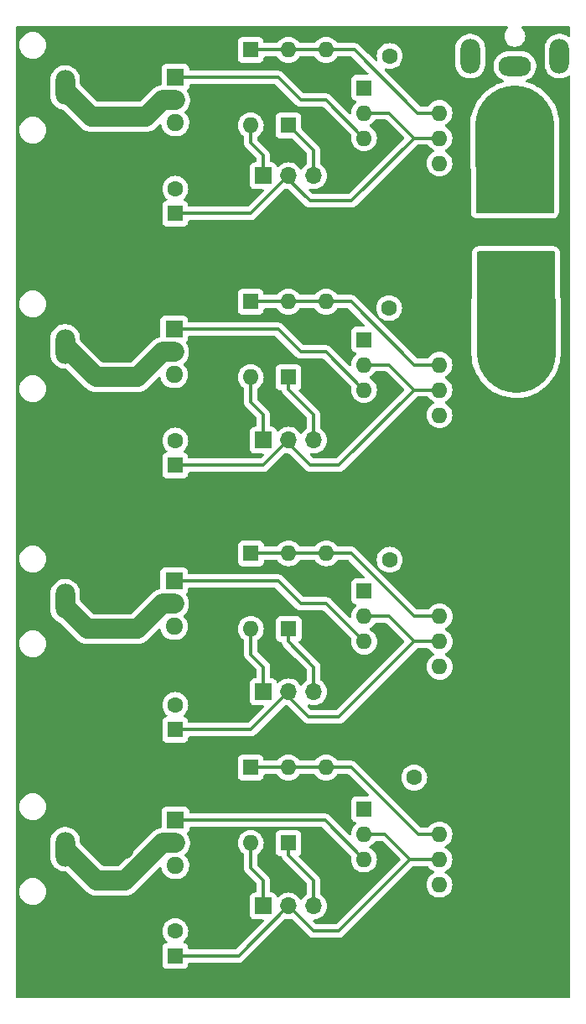
<source format=gbr>
%TF.GenerationSoftware,KiCad,Pcbnew,7.0.7*%
%TF.CreationDate,2024-08-23T02:48:45-05:00*%
%TF.ProjectId,telescope_dew_heater,74656c65-7363-46f7-9065-5f6465775f68,rev?*%
%TF.SameCoordinates,Original*%
%TF.FileFunction,Copper,L1,Top*%
%TF.FilePolarity,Positive*%
%FSLAX46Y46*%
G04 Gerber Fmt 4.6, Leading zero omitted, Abs format (unit mm)*
G04 Created by KiCad (PCBNEW 7.0.7) date 2024-08-23 02:48:45*
%MOMM*%
%LPD*%
G01*
G04 APERTURE LIST*
%TA.AperFunction,ComponentPad*%
%ADD10O,4.000000X2.000000*%
%TD*%
%TA.AperFunction,ComponentPad*%
%ADD11O,2.000000X3.500000*%
%TD*%
%TA.AperFunction,ComponentPad*%
%ADD12R,3.000000X3.000000*%
%TD*%
%TA.AperFunction,ComponentPad*%
%ADD13O,3.500000X3.500000*%
%TD*%
%TA.AperFunction,ComponentPad*%
%ADD14O,1.600000X1.600000*%
%TD*%
%TA.AperFunction,ComponentPad*%
%ADD15R,1.600000X1.600000*%
%TD*%
%TA.AperFunction,ComponentPad*%
%ADD16C,1.600000*%
%TD*%
%TA.AperFunction,ComponentPad*%
%ADD17R,1.800000X1.717500*%
%TD*%
%TA.AperFunction,ComponentPad*%
%ADD18O,1.800000X1.717500*%
%TD*%
%TA.AperFunction,ComponentPad*%
%ADD19O,1.700000X1.700000*%
%TD*%
%TA.AperFunction,ComponentPad*%
%ADD20R,1.700000X1.700000*%
%TD*%
%TA.AperFunction,ComponentPad*%
%ADD21R,4.000000X2.000000*%
%TD*%
%TA.AperFunction,ComponentPad*%
%ADD22O,3.300000X2.000000*%
%TD*%
%TA.AperFunction,ComponentPad*%
%ADD23C,5.000000*%
%TD*%
%TA.AperFunction,Conductor*%
%ADD24C,0.350000*%
%TD*%
%TA.AperFunction,Conductor*%
%ADD25C,8.000000*%
%TD*%
%TA.AperFunction,Conductor*%
%ADD26C,2.000000*%
%TD*%
G04 APERTURE END LIST*
D10*
%TO.P,J1,1,In*%
%TO.N,+12V*%
X64925000Y-43180000D03*
D11*
%TO.P,J1,2,Ext*%
%TO.N,Net-(J1-Ext)*%
X60000000Y-43180000D03*
%TD*%
D10*
%TO.P,J2,1,In*%
%TO.N,+12V*%
X64925000Y-69275000D03*
D11*
%TO.P,J2,2,Ext*%
%TO.N,Net-(J2-Ext)*%
X60000000Y-69275000D03*
%TD*%
D10*
%TO.P,J4,1,In*%
%TO.N,+12V*%
X64925000Y-120000000D03*
D11*
%TO.P,J4,2,Ext*%
%TO.N,Net-(J4-Ext)*%
X60000000Y-120000000D03*
%TD*%
D10*
%TO.P,J3,1,In*%
%TO.N,+12V*%
X64925000Y-95000000D03*
D11*
%TO.P,J3,2,Ext*%
%TO.N,Net-(J3-Ext)*%
X60000000Y-95000000D03*
%TD*%
D12*
%TO.P,SW1,1,A*%
%TO.N,Net-(SW1A-A)*%
X105410000Y-61545000D03*
D13*
%TO.P,SW1,2,B*%
%TO.N,Net-(SW1A-B)*%
X105410000Y-53925000D03*
%TD*%
D14*
%TO.P,U3,8,VCC*%
%TO.N,+12V*%
X97810000Y-93980000D03*
%TO.P,U3,7,DIS*%
%TO.N,Net-(D5-A)*%
X97810000Y-96520000D03*
%TO.P,U3,6,THR*%
%TO.N,Net-(U3-THR)*%
X97810000Y-99060000D03*
%TO.P,U3,5,CV*%
%TO.N,unconnected-(U3-CV-Pad5)*%
X97810000Y-101600000D03*
%TO.P,U3,4,R*%
%TO.N,+12V*%
X90190000Y-101600000D03*
%TO.P,U3,3,Q*%
%TO.N,Net-(Q3-G)*%
X90190000Y-99060000D03*
%TO.P,U3,2,TR*%
%TO.N,Net-(U3-THR)*%
X90190000Y-96520000D03*
D15*
%TO.P,U3,1,GND*%
%TO.N,GND*%
X90190000Y-93980000D03*
%TD*%
D16*
%TO.P,C5,2*%
%TO.N,GND*%
X92770000Y-90805000D03*
%TO.P,C5,1*%
%TO.N,+12V*%
X95270000Y-90805000D03*
%TD*%
%TO.P,R4,1*%
%TO.N,+12V*%
X86360000Y-119380000D03*
D14*
%TO.P,R4,2*%
%TO.N,Net-(D7-A)*%
X86360000Y-111760000D03*
%TD*%
%TO.P,R3,2*%
%TO.N,Net-(D5-A)*%
X86370000Y-90160000D03*
D16*
%TO.P,R3,1*%
%TO.N,+12V*%
X86370000Y-97780000D03*
%TD*%
D17*
%TO.P,Q4,1,G*%
%TO.N,Net-(Q4-G)*%
X71120000Y-117090000D03*
D18*
%TO.P,Q4,2,D*%
%TO.N,Net-(J4-Ext)*%
X71120000Y-119380000D03*
%TO.P,Q4,3,S*%
%TO.N,GND*%
X71120000Y-121670000D03*
%TD*%
D17*
%TO.P,Q3,1,G*%
%TO.N,Net-(Q3-G)*%
X71000000Y-92960000D03*
D18*
%TO.P,Q3,2,D*%
%TO.N,Net-(J3-Ext)*%
X71000000Y-95250000D03*
%TO.P,Q3,3,S*%
%TO.N,GND*%
X71000000Y-97540000D03*
%TD*%
D19*
%TO.P,RV3,3,3*%
%TO.N,Net-(D5-K)*%
X85100000Y-104130000D03*
%TO.P,RV3,2,2*%
%TO.N,Net-(U3-THR)*%
X82560000Y-104130000D03*
D20*
%TO.P,RV3,1,1*%
%TO.N,Net-(D6-A)*%
X80020000Y-104130000D03*
%TD*%
%TO.P,RV4,1,1*%
%TO.N,Net-(D8-A)*%
X80010000Y-125730000D03*
D19*
%TO.P,RV4,2,2*%
%TO.N,Net-(U4-THR)*%
X82550000Y-125730000D03*
%TO.P,RV4,3,3*%
%TO.N,Net-(D7-K)*%
X85090000Y-125730000D03*
%TD*%
D15*
%TO.P,U4,1,GND*%
%TO.N,GND*%
X90180000Y-115961000D03*
D14*
%TO.P,U4,2,TR*%
%TO.N,Net-(U4-THR)*%
X90180000Y-118501000D03*
%TO.P,U4,3,Q*%
%TO.N,Net-(Q4-G)*%
X90180000Y-121041000D03*
%TO.P,U4,4,R*%
%TO.N,+12V*%
X90180000Y-123581000D03*
%TO.P,U4,5,CV*%
%TO.N,unconnected-(U4-CV-Pad5)*%
X97800000Y-123581000D03*
%TO.P,U4,6,THR*%
%TO.N,Net-(U4-THR)*%
X97800000Y-121041000D03*
%TO.P,U4,7,DIS*%
%TO.N,Net-(D7-A)*%
X97800000Y-118501000D03*
%TO.P,U4,8,VCC*%
%TO.N,+12V*%
X97800000Y-115961000D03*
%TD*%
D15*
%TO.P,D8,1,K*%
%TO.N,Net-(D7-A)*%
X78740000Y-111760000D03*
D14*
%TO.P,D8,2,A*%
%TO.N,Net-(D8-A)*%
X78740000Y-119380000D03*
%TD*%
D16*
%TO.P,C6,1*%
%TO.N,+12V*%
X92750000Y-112776000D03*
%TO.P,C6,2*%
%TO.N,GND*%
X95250000Y-112776000D03*
%TD*%
D15*
%TO.P,C7,1*%
%TO.N,Net-(U3-THR)*%
X71120000Y-107950000D03*
D16*
%TO.P,C7,2*%
%TO.N,GND*%
X71120000Y-105450000D03*
%TD*%
D15*
%TO.P,C8,1*%
%TO.N,Net-(U4-THR)*%
X71120000Y-130770000D03*
D16*
%TO.P,C8,2*%
%TO.N,GND*%
X71120000Y-128270000D03*
%TD*%
D14*
%TO.P,D5,2,A*%
%TO.N,Net-(D5-A)*%
X82560000Y-90160000D03*
D15*
%TO.P,D5,1,K*%
%TO.N,Net-(D5-K)*%
X82560000Y-97780000D03*
%TD*%
D14*
%TO.P,D6,2,A*%
%TO.N,Net-(D6-A)*%
X78750000Y-97780000D03*
D15*
%TO.P,D6,1,K*%
%TO.N,Net-(D5-A)*%
X78750000Y-90160000D03*
%TD*%
%TO.P,D7,1,K*%
%TO.N,Net-(D7-K)*%
X82550000Y-119380000D03*
D14*
%TO.P,D7,2,A*%
%TO.N,Net-(D7-A)*%
X82550000Y-111760000D03*
%TD*%
D21*
%TO.P,J5,1*%
%TO.N,Net-(SW1A-B)*%
X105410000Y-47000000D03*
D22*
%TO.P,J5,2*%
%TO.N,GND*%
X105410000Y-41000000D03*
D11*
%TO.P,J5,MP*%
%TO.N,N/C*%
X109910000Y-40000000D03*
X100910000Y-40000000D03*
%TD*%
D20*
%TO.P,RV2,1,1*%
%TO.N,Net-(D4-A)*%
X80010000Y-78740000D03*
D19*
%TO.P,RV2,2,2*%
%TO.N,Net-(U2-THR)*%
X82550000Y-78740000D03*
%TO.P,RV2,3,3*%
%TO.N,Net-(D3-K)*%
X85090000Y-78740000D03*
%TD*%
D15*
%TO.P,U2,1,GND*%
%TO.N,GND*%
X90180000Y-68590000D03*
D14*
%TO.P,U2,2,TR*%
%TO.N,Net-(U2-THR)*%
X90180000Y-71130000D03*
%TO.P,U2,3,Q*%
%TO.N,Net-(Q2-G)*%
X90180000Y-73670000D03*
%TO.P,U2,4,R*%
%TO.N,+12V*%
X90180000Y-76210000D03*
%TO.P,U2,5,CV*%
%TO.N,unconnected-(U2-CV-Pad5)*%
X97800000Y-76210000D03*
%TO.P,U2,6,THR*%
%TO.N,Net-(U2-THR)*%
X97800000Y-73670000D03*
%TO.P,U2,7,DIS*%
%TO.N,Net-(D3-A)*%
X97800000Y-71130000D03*
%TO.P,U2,8,VCC*%
%TO.N,+12V*%
X97800000Y-68590000D03*
%TD*%
D17*
%TO.P,Q2,1,G*%
%TO.N,Net-(Q2-G)*%
X71000000Y-67560000D03*
D18*
%TO.P,Q2,2,D*%
%TO.N,Net-(J2-Ext)*%
X71000000Y-69850000D03*
%TO.P,Q2,3,S*%
%TO.N,GND*%
X71000000Y-72140000D03*
%TD*%
D16*
%TO.P,R2,1*%
%TO.N,+12V*%
X86360000Y-72390000D03*
D14*
%TO.P,R2,2*%
%TO.N,Net-(D3-A)*%
X86360000Y-64770000D03*
%TD*%
D15*
%TO.P,D4,1,K*%
%TO.N,Net-(D3-A)*%
X78740000Y-64770000D03*
D14*
%TO.P,D4,2,A*%
%TO.N,Net-(D4-A)*%
X78740000Y-72390000D03*
%TD*%
D23*
%TO.P,F1,1*%
%TO.N,Net-(SW1A-A)*%
X105533321Y-69980000D03*
%TO.P,F1,2*%
%TO.N,+12V*%
X105533321Y-92580000D03*
%TD*%
D15*
%TO.P,D3,1,K*%
%TO.N,Net-(D3-K)*%
X82550000Y-72390000D03*
D14*
%TO.P,D3,2,A*%
%TO.N,Net-(D3-A)*%
X82550000Y-64770000D03*
%TD*%
D15*
%TO.P,C4,1*%
%TO.N,Net-(U2-THR)*%
X71120000Y-81280000D03*
D16*
%TO.P,C4,2*%
%TO.N,GND*%
X71120000Y-78780000D03*
%TD*%
%TO.P,C2,1*%
%TO.N,+12V*%
X95210000Y-65415000D03*
%TO.P,C2,2*%
%TO.N,GND*%
X92710000Y-65415000D03*
%TD*%
D15*
%TO.P,U1,1,GND*%
%TO.N,GND*%
X90180000Y-43190000D03*
D14*
%TO.P,U1,2,TR*%
%TO.N,Net-(U1-THR)*%
X90180000Y-45730000D03*
%TO.P,U1,3,Q*%
%TO.N,Net-(Q1-G)*%
X90180000Y-48270000D03*
%TO.P,U1,4,R*%
%TO.N,+12V*%
X90180000Y-50810000D03*
%TO.P,U1,5,CV*%
%TO.N,unconnected-(U1-CV-Pad5)*%
X97800000Y-50810000D03*
%TO.P,U1,6,THR*%
%TO.N,Net-(U1-THR)*%
X97800000Y-48270000D03*
%TO.P,U1,7,DIS*%
%TO.N,Net-(D1-A)*%
X97800000Y-45730000D03*
%TO.P,U1,8,VCC*%
%TO.N,+12V*%
X97800000Y-43190000D03*
%TD*%
D20*
%TO.P,RV1,1,1*%
%TO.N,Net-(D2-A)*%
X80010000Y-52070000D03*
D19*
%TO.P,RV1,2,2*%
%TO.N,Net-(U1-THR)*%
X82550000Y-52070000D03*
%TO.P,RV1,3,3*%
%TO.N,Net-(D1-K)*%
X85090000Y-52070000D03*
%TD*%
D16*
%TO.P,R1,1*%
%TO.N,+12V*%
X86360000Y-46990000D03*
D14*
%TO.P,R1,2*%
%TO.N,Net-(D1-A)*%
X86360000Y-39370000D03*
%TD*%
D17*
%TO.P,Q1,1,G*%
%TO.N,Net-(Q1-G)*%
X71120000Y-42160000D03*
D18*
%TO.P,Q1,2,D*%
%TO.N,Net-(J1-Ext)*%
X71120000Y-44450000D03*
%TO.P,Q1,3,S*%
%TO.N,GND*%
X71120000Y-46740000D03*
%TD*%
D15*
%TO.P,D2,1,K*%
%TO.N,Net-(D1-A)*%
X78740000Y-39370000D03*
D14*
%TO.P,D2,2,A*%
%TO.N,Net-(D2-A)*%
X78740000Y-46990000D03*
%TD*%
D15*
%TO.P,D1,1,K*%
%TO.N,Net-(D1-K)*%
X82550000Y-46990000D03*
D14*
%TO.P,D1,2,A*%
%TO.N,Net-(D1-A)*%
X82550000Y-39370000D03*
%TD*%
D16*
%TO.P,C3,2*%
%TO.N,GND*%
X71120000Y-53380000D03*
D15*
%TO.P,C3,1*%
%TO.N,Net-(U1-THR)*%
X71120000Y-55880000D03*
%TD*%
D16*
%TO.P,C1,2*%
%TO.N,GND*%
X92760000Y-39990000D03*
%TO.P,C1,1*%
%TO.N,+12V*%
X95260000Y-39990000D03*
%TD*%
D24*
%TO.N,+12V*%
X97810000Y-93345000D02*
X97810000Y-93980000D01*
%TO.N,Net-(Q4-G)*%
X86229000Y-117090000D02*
X90180000Y-121041000D01*
X71120000Y-117090000D02*
X86229000Y-117090000D01*
D25*
%TO.N,Net-(SW1A-A)*%
X105533321Y-69980000D02*
X105533321Y-64893321D01*
%TO.N,Net-(SW1A-B)*%
X105410000Y-46990000D02*
X105410000Y-50800000D01*
D24*
X105410000Y-47000000D02*
X105410000Y-46990000D01*
%TO.N,Net-(SW1A-A)*%
X105410000Y-69856679D02*
X105533321Y-69980000D01*
D26*
%TO.N,Net-(J4-Ext)*%
X66040000Y-123190000D02*
X69850000Y-119380000D01*
X69850000Y-119380000D02*
X71120000Y-119380000D01*
X63190000Y-123190000D02*
X66040000Y-123190000D01*
X60000000Y-120000000D02*
X63190000Y-123190000D01*
%TO.N,Net-(J1-Ext)*%
X62631068Y-46121068D02*
X68178932Y-46121068D01*
X69850000Y-44450000D02*
X71120000Y-44450000D01*
X60000000Y-43490000D02*
X62631068Y-46121068D01*
X60000000Y-43180000D02*
X60000000Y-43490000D01*
X68178932Y-46121068D02*
X69850000Y-44450000D01*
%TO.N,Net-(J3-Ext)*%
X69850000Y-95250000D02*
X71000000Y-95250000D01*
X67310000Y-97790000D02*
X69850000Y-95250000D01*
X62230000Y-97790000D02*
X67310000Y-97790000D01*
X60000000Y-95560000D02*
X62230000Y-97790000D01*
X60000000Y-95000000D02*
X60000000Y-95560000D01*
%TO.N,Net-(J2-Ext)*%
X63115000Y-72390000D02*
X67310000Y-72390000D01*
X67310000Y-72390000D02*
X69850000Y-69850000D01*
X60000000Y-69275000D02*
X63115000Y-72390000D01*
X69850000Y-69850000D02*
X71000000Y-69850000D01*
D24*
%TO.N,Net-(U4-THR)*%
X77510000Y-130770000D02*
X71120000Y-130770000D01*
X82550000Y-125730000D02*
X77510000Y-130770000D01*
X92319000Y-118501000D02*
X94859000Y-121041000D01*
X90180000Y-118501000D02*
X92319000Y-118501000D01*
X85090000Y-128270000D02*
X82550000Y-125730000D01*
X87630000Y-128270000D02*
X85090000Y-128270000D01*
X94859000Y-121041000D02*
X87630000Y-128270000D01*
X97800000Y-121041000D02*
X94859000Y-121041000D01*
%TO.N,Net-(D5-A)*%
X82560000Y-90160000D02*
X86370000Y-90160000D01*
%TO.N,Net-(U3-THR)*%
X97810000Y-99060000D02*
X95250000Y-99060000D01*
X87640000Y-106670000D02*
X84610840Y-106670000D01*
X82560000Y-104619160D02*
X82560000Y-104130000D01*
X84610840Y-106670000D02*
X82560000Y-104619160D01*
X95250000Y-99060000D02*
X87640000Y-106670000D01*
%TO.N,+12V*%
X90180000Y-123200000D02*
X90180000Y-123581000D01*
X86360000Y-119380000D02*
X90180000Y-123200000D01*
%TO.N,Net-(D8-A)*%
X80010000Y-123190000D02*
X80010000Y-125730000D01*
X78740000Y-119380000D02*
X78740000Y-121920000D01*
X78740000Y-121920000D02*
X80010000Y-123190000D01*
%TO.N,Net-(D7-K)*%
X85090000Y-123190000D02*
X85090000Y-125730000D01*
X82550000Y-120650000D02*
X85090000Y-123190000D01*
%TO.N,Net-(D7-A)*%
X88900000Y-111760000D02*
X95641000Y-118501000D01*
X95641000Y-118501000D02*
X97800000Y-118501000D01*
%TO.N,Net-(D7-K)*%
X82550000Y-119380000D02*
X82550000Y-120650000D01*
%TO.N,Net-(D7-A)*%
X86360000Y-111760000D02*
X88900000Y-111760000D01*
X82550000Y-111760000D02*
X86360000Y-111760000D01*
X78740000Y-111760000D02*
X82550000Y-111760000D01*
%TO.N,+12V*%
X86370000Y-97780000D02*
X90190000Y-101600000D01*
%TO.N,Net-(Q3-G)*%
X86380000Y-95250000D02*
X90190000Y-99060000D01*
X71000000Y-92960000D02*
X81530000Y-92960000D01*
X83820000Y-95250000D02*
X86380000Y-95250000D01*
X81530000Y-92960000D02*
X83820000Y-95250000D01*
%TO.N,Net-(U3-THR)*%
X97810000Y-99060000D02*
X95270000Y-99060000D01*
X92730000Y-96520000D02*
X95270000Y-99060000D01*
X90190000Y-96520000D02*
X92730000Y-96520000D01*
%TO.N,Net-(D5-A)*%
X78750000Y-90160000D02*
X82560000Y-90160000D01*
%TO.N,Net-(D5-K)*%
X85100000Y-104130000D02*
X85100000Y-101610000D01*
X85100000Y-101610000D02*
X82550000Y-99060000D01*
X82560000Y-99050000D02*
X82560000Y-97780000D01*
X82550000Y-99060000D02*
X82560000Y-99050000D01*
%TO.N,Net-(D5-A)*%
X95250000Y-96520000D02*
X97810000Y-96520000D01*
%TO.N,Net-(U3-THR)*%
X78740000Y-107950000D02*
X71120000Y-107950000D01*
%TO.N,Net-(D6-A)*%
X78750000Y-100340000D02*
X80020000Y-101610000D01*
%TO.N,Net-(D5-A)*%
X88890000Y-90160000D02*
X95250000Y-96520000D01*
%TO.N,Net-(D6-A)*%
X78750000Y-97780000D02*
X78750000Y-100340000D01*
%TO.N,Net-(D5-A)*%
X86370000Y-90160000D02*
X88890000Y-90160000D01*
%TO.N,Net-(D6-A)*%
X80020000Y-101610000D02*
X80020000Y-104130000D01*
%TO.N,Net-(U3-THR)*%
X82560000Y-104130000D02*
X78740000Y-107950000D01*
%TO.N,Net-(D3-K)*%
X82550000Y-73660000D02*
X85090000Y-76200000D01*
X85090000Y-76200000D02*
X85090000Y-78740000D01*
X82550000Y-72390000D02*
X82550000Y-73660000D01*
%TO.N,+12V*%
X86360000Y-72390000D02*
X90180000Y-76210000D01*
%TO.N,Net-(U2-THR)*%
X97800000Y-73670000D02*
X95260000Y-73670000D01*
%TO.N,Net-(Q2-G)*%
X86360000Y-69850000D02*
X83820000Y-69850000D01*
X83820000Y-69850000D02*
X81530000Y-67560000D01*
X81530000Y-67560000D02*
X71000000Y-67560000D01*
X90180000Y-73670000D02*
X86360000Y-69850000D01*
%TO.N,Net-(D3-A)*%
X95260000Y-71130000D02*
X97800000Y-71130000D01*
X88900000Y-64770000D02*
X95260000Y-71130000D01*
X78740000Y-64770000D02*
X82550000Y-64770000D01*
X86360000Y-64770000D02*
X88900000Y-64770000D01*
%TO.N,Net-(D4-A)*%
X78740000Y-74930000D02*
X80010000Y-76200000D01*
%TO.N,Net-(U2-THR)*%
X82550000Y-78740000D02*
X80010000Y-81280000D01*
%TO.N,Net-(D4-A)*%
X80010000Y-76200000D02*
X80010000Y-78740000D01*
%TO.N,Net-(U2-THR)*%
X80010000Y-81280000D02*
X71120000Y-81280000D01*
%TO.N,Net-(D4-A)*%
X78740000Y-72390000D02*
X78740000Y-74930000D01*
%TO.N,Net-(U2-THR)*%
X90180000Y-71130000D02*
X92720000Y-71130000D01*
%TO.N,Net-(D3-A)*%
X82550000Y-64770000D02*
X86360000Y-64770000D01*
%TO.N,Net-(U2-THR)*%
X92720000Y-71130000D02*
X95260000Y-73670000D01*
X95240000Y-73670000D02*
X87630000Y-81280000D01*
X97800000Y-73670000D02*
X95240000Y-73670000D01*
X87630000Y-81280000D02*
X84781975Y-81280000D01*
X84781975Y-81280000D02*
X82550000Y-79048025D01*
X82550000Y-79048025D02*
X82550000Y-78740000D01*
%TO.N,Net-(U1-THR)*%
X78740000Y-55880000D02*
X82550000Y-52070000D01*
X71120000Y-55880000D02*
X78740000Y-55880000D01*
X82550000Y-52457696D02*
X82550000Y-52070000D01*
X84702304Y-54610000D02*
X82550000Y-52457696D01*
X88900000Y-54610000D02*
X84702304Y-54610000D01*
X95240000Y-48270000D02*
X88900000Y-54610000D01*
X97800000Y-48270000D02*
X95240000Y-48270000D01*
X92720000Y-45730000D02*
X95260000Y-48270000D01*
X90180000Y-45730000D02*
X92720000Y-45730000D01*
X95260000Y-48270000D02*
X97800000Y-48270000D01*
%TO.N,Net-(Q1-G)*%
X83820000Y-44450000D02*
X86360000Y-44450000D01*
X81530000Y-42160000D02*
X83820000Y-44450000D01*
X86360000Y-44450000D02*
X90180000Y-48270000D01*
X71120000Y-42160000D02*
X81530000Y-42160000D01*
%TO.N,+12V*%
X86360000Y-46990000D02*
X90180000Y-50810000D01*
%TO.N,Net-(D2-A)*%
X80010000Y-50040896D02*
X80010000Y-52070000D01*
X78740000Y-48770896D02*
X80010000Y-50040896D01*
X78740000Y-46990000D02*
X78740000Y-48770896D01*
%TO.N,Net-(D1-K)*%
X85090000Y-49530000D02*
X85090000Y-52070000D01*
X82550000Y-46990000D02*
X85090000Y-49530000D01*
%TO.N,Net-(D1-A)*%
X89243432Y-39370000D02*
X86360000Y-39370000D01*
X95603432Y-45730000D02*
X89243432Y-39370000D01*
X97800000Y-45730000D02*
X95603432Y-45730000D01*
X86360000Y-39370000D02*
X82550000Y-39370000D01*
X78740000Y-39370000D02*
X82550000Y-39370000D01*
%TD*%
%TA.AperFunction,Conductor*%
%TO.N,+12V*%
G36*
X104693072Y-37019685D02*
G01*
X104738827Y-37072489D01*
X104748771Y-37141647D01*
X104719746Y-37205203D01*
X104704698Y-37219853D01*
X104663590Y-37253589D01*
X104532317Y-37413547D01*
X104434769Y-37596043D01*
X104374699Y-37794067D01*
X104354417Y-37999999D01*
X104374699Y-38205932D01*
X104381142Y-38227171D01*
X104434768Y-38403954D01*
X104532315Y-38586450D01*
X104532317Y-38586452D01*
X104663589Y-38746410D01*
X104758762Y-38824515D01*
X104823550Y-38877685D01*
X105006046Y-38975232D01*
X105204066Y-39035300D01*
X105204065Y-39035300D01*
X105242647Y-39039100D01*
X105358392Y-39050500D01*
X105358395Y-39050500D01*
X105461605Y-39050500D01*
X105461608Y-39050500D01*
X105615934Y-39035300D01*
X105813954Y-38975232D01*
X105996450Y-38877685D01*
X106156410Y-38746410D01*
X106287685Y-38586450D01*
X106385232Y-38403954D01*
X106445300Y-38205934D01*
X106465583Y-38000000D01*
X106445300Y-37794066D01*
X106385232Y-37596046D01*
X106287685Y-37413550D01*
X106156410Y-37253590D01*
X106156409Y-37253589D01*
X106115302Y-37219853D01*
X106075968Y-37162108D01*
X106074097Y-37092263D01*
X106110284Y-37032495D01*
X106173040Y-37001779D01*
X106193967Y-37000000D01*
X110876000Y-37000000D01*
X110943039Y-37019685D01*
X110988794Y-37072489D01*
X111000000Y-37124000D01*
X111000000Y-37943298D01*
X110980315Y-38010337D01*
X110927511Y-38056092D01*
X110858353Y-38066036D01*
X110799838Y-38041152D01*
X110790131Y-38033597D01*
X110733509Y-37989526D01*
X110616427Y-37926164D01*
X110514811Y-37871172D01*
X110514802Y-37871169D01*
X110279616Y-37790429D01*
X110034335Y-37749500D01*
X109785665Y-37749500D01*
X109540383Y-37790429D01*
X109305197Y-37871169D01*
X109305188Y-37871172D01*
X109086493Y-37989524D01*
X108890257Y-38142261D01*
X108721833Y-38325217D01*
X108585826Y-38533393D01*
X108485936Y-38761118D01*
X108424892Y-39002175D01*
X108424890Y-39002186D01*
X108409500Y-39187935D01*
X108409500Y-40812065D01*
X108424890Y-40997813D01*
X108424892Y-40997824D01*
X108485936Y-41238881D01*
X108585826Y-41466606D01*
X108721833Y-41674782D01*
X108721836Y-41674785D01*
X108890256Y-41857738D01*
X109086491Y-42010474D01*
X109305190Y-42128828D01*
X109540386Y-42209571D01*
X109785665Y-42250500D01*
X110034335Y-42250500D01*
X110279614Y-42209571D01*
X110514810Y-42128828D01*
X110733509Y-42010474D01*
X110799839Y-41958847D01*
X110864832Y-41933205D01*
X110933371Y-41946771D01*
X110983696Y-41995240D01*
X111000000Y-42056701D01*
X111000000Y-134876000D01*
X110980315Y-134943039D01*
X110927511Y-134988794D01*
X110876000Y-135000000D01*
X55124000Y-135000000D01*
X55056961Y-134980315D01*
X55011206Y-134927511D01*
X55000000Y-134876000D01*
X55000000Y-124275000D01*
X55369341Y-124275000D01*
X55389936Y-124510403D01*
X55389938Y-124510413D01*
X55451094Y-124738655D01*
X55451096Y-124738659D01*
X55451097Y-124738663D01*
X55483308Y-124807739D01*
X55550964Y-124952828D01*
X55550965Y-124952830D01*
X55686505Y-125146402D01*
X55853597Y-125313494D01*
X56047169Y-125449034D01*
X56047171Y-125449035D01*
X56261337Y-125548903D01*
X56489592Y-125610063D01*
X56666034Y-125625500D01*
X56783966Y-125625500D01*
X56960408Y-125610063D01*
X57188663Y-125548903D01*
X57402829Y-125449035D01*
X57596401Y-125313495D01*
X57763495Y-125146401D01*
X57899035Y-124952830D01*
X57998903Y-124738663D01*
X58060063Y-124510408D01*
X58080659Y-124275000D01*
X58060063Y-124039592D01*
X57998903Y-123811337D01*
X57899035Y-123597171D01*
X57899034Y-123597169D01*
X57763494Y-123403597D01*
X57596402Y-123236505D01*
X57402830Y-123100965D01*
X57402828Y-123100964D01*
X57295746Y-123051031D01*
X57188663Y-123001097D01*
X57188659Y-123001096D01*
X57188655Y-123001094D01*
X56960413Y-122939938D01*
X56960403Y-122939936D01*
X56783966Y-122924500D01*
X56666034Y-122924500D01*
X56489596Y-122939936D01*
X56489586Y-122939938D01*
X56261344Y-123001094D01*
X56261335Y-123001098D01*
X56047171Y-123100964D01*
X56047169Y-123100965D01*
X55853597Y-123236505D01*
X55686506Y-123403597D01*
X55686501Y-123403604D01*
X55550967Y-123597165D01*
X55550965Y-123597169D01*
X55463706Y-123784295D01*
X55452800Y-123807686D01*
X55451098Y-123811335D01*
X55451094Y-123811344D01*
X55389938Y-124039586D01*
X55389936Y-124039596D01*
X55369341Y-124274999D01*
X55369341Y-124275000D01*
X55000000Y-124275000D01*
X55000000Y-119937779D01*
X58495643Y-119937779D01*
X58499500Y-120031035D01*
X58499500Y-120812067D01*
X58499685Y-120814299D01*
X58514890Y-120997813D01*
X58514892Y-120997824D01*
X58575936Y-121238881D01*
X58675826Y-121466606D01*
X58811833Y-121674782D01*
X58811836Y-121674785D01*
X58980256Y-121857738D01*
X59176491Y-122010474D01*
X59395190Y-122128828D01*
X59630386Y-122209571D01*
X59875665Y-122250500D01*
X60077110Y-122250500D01*
X60144149Y-122270185D01*
X60164791Y-122286819D01*
X62060384Y-124182412D01*
X62065473Y-124188174D01*
X62082262Y-124209744D01*
X62082264Y-124209746D01*
X62082265Y-124209747D01*
X62150921Y-124272950D01*
X62172866Y-124294894D01*
X62172874Y-124294902D01*
X62196564Y-124314966D01*
X62265215Y-124378164D01*
X62265217Y-124378165D01*
X62265218Y-124378166D01*
X62288086Y-124393106D01*
X62294250Y-124397702D01*
X62315106Y-124415366D01*
X62383457Y-124456094D01*
X62395272Y-124463134D01*
X62467622Y-124510403D01*
X62473393Y-124514173D01*
X62498414Y-124525148D01*
X62505245Y-124528664D01*
X62528726Y-124542655D01*
X62553124Y-124552175D01*
X62615651Y-124576574D01*
X62678116Y-124603973D01*
X62701119Y-124614063D01*
X62701123Y-124614064D01*
X62727609Y-124620771D01*
X62734932Y-124623116D01*
X62760386Y-124633049D01*
X62851702Y-124652196D01*
X62942179Y-124675108D01*
X62969415Y-124677364D01*
X62977018Y-124678471D01*
X63003763Y-124684080D01*
X63096994Y-124687936D01*
X63127933Y-124690500D01*
X63127935Y-124690500D01*
X63158974Y-124690500D01*
X63252221Y-124694357D01*
X63268914Y-124692276D01*
X63279342Y-124690977D01*
X63287018Y-124690500D01*
X65942981Y-124690500D01*
X65950652Y-124690975D01*
X65977779Y-124694357D01*
X66071035Y-124690500D01*
X66102067Y-124690500D01*
X66132990Y-124687937D01*
X66226237Y-124684081D01*
X66252982Y-124678472D01*
X66260582Y-124677364D01*
X66287821Y-124675108D01*
X66287824Y-124675107D01*
X66287826Y-124675107D01*
X66287829Y-124675106D01*
X66378288Y-124652198D01*
X66378298Y-124652196D01*
X66469614Y-124633049D01*
X66495077Y-124623112D01*
X66502374Y-124620774D01*
X66528881Y-124614063D01*
X66614335Y-124576579D01*
X66701274Y-124542656D01*
X66724761Y-124528659D01*
X66731581Y-124525149D01*
X66756607Y-124514173D01*
X66834720Y-124463139D01*
X66914894Y-124415366D01*
X66935754Y-124397697D01*
X66941894Y-124393117D01*
X66964785Y-124378164D01*
X67033435Y-124314966D01*
X67057126Y-124294902D01*
X67079078Y-124272949D01*
X67147738Y-124209744D01*
X67164530Y-124188167D01*
X67169604Y-124182422D01*
X69526237Y-121825788D01*
X69587558Y-121792305D01*
X69657250Y-121797289D01*
X69713183Y-121839161D01*
X69735133Y-121887346D01*
X69774382Y-122069460D01*
X69855779Y-122272023D01*
X69860653Y-122284152D01*
X69981966Y-122481177D01*
X69981970Y-122481181D01*
X70134828Y-122654863D01*
X70134835Y-122654870D01*
X70314846Y-122800218D01*
X70314852Y-122800223D01*
X70516846Y-122913064D01*
X70516849Y-122913065D01*
X70735011Y-122990146D01*
X70838300Y-123007857D01*
X70963052Y-123029249D01*
X70963061Y-123029250D01*
X71218991Y-123029250D01*
X71391790Y-123014543D01*
X71391793Y-123014542D01*
X71391795Y-123014542D01*
X71615707Y-122956239D01*
X71615708Y-122956238D01*
X71615710Y-122956238D01*
X71826536Y-122860939D01*
X71826539Y-122860936D01*
X71826546Y-122860934D01*
X72018245Y-122731368D01*
X72185290Y-122571269D01*
X72322875Y-122385241D01*
X72427043Y-122178637D01*
X72494796Y-121957401D01*
X72524185Y-121727897D01*
X72522002Y-121676517D01*
X72514365Y-121496730D01*
X72514365Y-121496729D01*
X72512375Y-121487497D01*
X72465618Y-121270542D01*
X72464470Y-121267686D01*
X72408613Y-121128680D01*
X72379347Y-121055848D01*
X72258034Y-120858823D01*
X72105168Y-120685133D01*
X72105167Y-120685132D01*
X72101688Y-120681179D01*
X72103536Y-120679551D01*
X72073871Y-120627907D01*
X72077349Y-120558124D01*
X72110455Y-120507709D01*
X72227738Y-120399744D01*
X72380474Y-120203509D01*
X72498828Y-119984810D01*
X72579571Y-119749614D01*
X72620500Y-119504335D01*
X72620500Y-119255665D01*
X72579571Y-119010386D01*
X72498828Y-118775190D01*
X72380474Y-118556491D01*
X72333957Y-118496727D01*
X72308316Y-118431736D01*
X72321882Y-118363196D01*
X72357500Y-118321302D01*
X72377546Y-118306296D01*
X72463796Y-118191081D01*
X72514091Y-118056233D01*
X72520500Y-117996623D01*
X72520500Y-117889500D01*
X72540185Y-117822461D01*
X72592989Y-117776706D01*
X72644500Y-117765500D01*
X85897837Y-117765500D01*
X85964876Y-117785185D01*
X85985518Y-117801819D01*
X88865644Y-120681945D01*
X88899129Y-120743268D01*
X88897738Y-120801718D01*
X88894367Y-120814299D01*
X88894364Y-120814313D01*
X88874532Y-121040998D01*
X88874532Y-121041001D01*
X88894364Y-121267686D01*
X88894366Y-121267697D01*
X88953258Y-121487488D01*
X88953261Y-121487497D01*
X89049431Y-121693732D01*
X89049432Y-121693734D01*
X89179954Y-121880141D01*
X89340858Y-122041045D01*
X89340861Y-122041047D01*
X89527266Y-122171568D01*
X89733504Y-122267739D01*
X89733509Y-122267740D01*
X89733511Y-122267741D01*
X89749511Y-122272028D01*
X89953308Y-122326635D01*
X90115230Y-122340801D01*
X90179998Y-122346468D01*
X90180000Y-122346468D01*
X90180002Y-122346468D01*
X90236673Y-122341509D01*
X90406692Y-122326635D01*
X90626496Y-122267739D01*
X90832734Y-122171568D01*
X91019139Y-122041047D01*
X91180047Y-121880139D01*
X91310568Y-121693734D01*
X91406739Y-121487496D01*
X91465635Y-121267692D01*
X91485468Y-121041000D01*
X91465635Y-120814308D01*
X91406739Y-120594504D01*
X91310568Y-120388266D01*
X91198254Y-120227864D01*
X91180045Y-120201858D01*
X91019141Y-120040954D01*
X90832734Y-119910432D01*
X90832728Y-119910429D01*
X90774725Y-119883382D01*
X90722285Y-119837210D01*
X90703133Y-119770017D01*
X90723348Y-119703135D01*
X90774725Y-119658618D01*
X90832734Y-119631568D01*
X91019139Y-119501047D01*
X91180047Y-119340139D01*
X91257601Y-119229377D01*
X91312180Y-119185752D01*
X91359178Y-119176500D01*
X91987837Y-119176500D01*
X92054876Y-119196185D01*
X92075517Y-119212818D01*
X93816018Y-120953320D01*
X93849502Y-121014641D01*
X93844518Y-121084333D01*
X93816017Y-121128680D01*
X87386518Y-127558181D01*
X87325195Y-127591666D01*
X87298837Y-127594500D01*
X85421164Y-127594500D01*
X85354125Y-127574815D01*
X85333483Y-127558181D01*
X85067419Y-127292117D01*
X85033934Y-127230794D01*
X85038918Y-127161102D01*
X85080790Y-127105169D01*
X85144290Y-127080909D01*
X85325408Y-127065063D01*
X85553663Y-127003903D01*
X85767830Y-126904035D01*
X85961401Y-126768495D01*
X86128495Y-126601401D01*
X86264035Y-126407830D01*
X86363903Y-126193663D01*
X86425063Y-125965408D01*
X86445659Y-125730000D01*
X86425063Y-125494592D01*
X86363903Y-125266337D01*
X86264035Y-125052171D01*
X86258425Y-125044158D01*
X86128494Y-124858597D01*
X85961402Y-124691506D01*
X85961401Y-124691505D01*
X85863731Y-124623116D01*
X85818375Y-124591357D01*
X85774752Y-124536781D01*
X85765500Y-124489783D01*
X85765500Y-123212272D01*
X85765613Y-123208527D01*
X85769219Y-123148915D01*
X85760432Y-123100965D01*
X85758451Y-123090158D01*
X85757889Y-123086463D01*
X85750688Y-123027157D01*
X85750688Y-123027155D01*
X85747363Y-123018389D01*
X85741338Y-122996776D01*
X85739650Y-122987561D01*
X85715131Y-122933082D01*
X85713703Y-122929635D01*
X85713184Y-122928266D01*
X85692518Y-122873774D01*
X85687194Y-122866061D01*
X85676169Y-122846514D01*
X85672325Y-122837972D01*
X85635478Y-122790940D01*
X85633281Y-122787955D01*
X85599332Y-122738771D01*
X85554633Y-122699171D01*
X85551921Y-122696619D01*
X83628761Y-120773460D01*
X83595277Y-120712138D01*
X83600261Y-120642446D01*
X83642130Y-120586515D01*
X83707546Y-120537546D01*
X83793796Y-120422331D01*
X83844091Y-120287483D01*
X83850500Y-120227873D01*
X83850499Y-118532128D01*
X83844091Y-118472517D01*
X83815283Y-118395280D01*
X83793797Y-118337671D01*
X83793793Y-118337664D01*
X83707547Y-118222455D01*
X83707544Y-118222452D01*
X83592335Y-118136206D01*
X83592328Y-118136202D01*
X83457482Y-118085908D01*
X83457483Y-118085908D01*
X83397883Y-118079501D01*
X83397881Y-118079500D01*
X83397873Y-118079500D01*
X83397864Y-118079500D01*
X81702129Y-118079500D01*
X81702123Y-118079501D01*
X81642516Y-118085908D01*
X81507671Y-118136202D01*
X81507664Y-118136206D01*
X81392455Y-118222452D01*
X81392452Y-118222455D01*
X81306206Y-118337664D01*
X81306202Y-118337671D01*
X81255908Y-118472517D01*
X81249501Y-118532116D01*
X81249501Y-118532123D01*
X81249500Y-118532135D01*
X81249500Y-120227870D01*
X81249501Y-120227876D01*
X81255908Y-120287483D01*
X81306202Y-120422328D01*
X81306206Y-120422335D01*
X81392452Y-120537544D01*
X81392455Y-120537547D01*
X81507664Y-120623793D01*
X81507671Y-120623797D01*
X81518691Y-120627907D01*
X81642517Y-120674091D01*
X81702127Y-120680500D01*
X81763387Y-120680499D01*
X81830425Y-120700183D01*
X81876181Y-120752986D01*
X81886483Y-120789550D01*
X81889312Y-120812845D01*
X81892637Y-120821614D01*
X81898661Y-120843223D01*
X81900350Y-120852440D01*
X81924863Y-120906907D01*
X81926296Y-120910366D01*
X81947481Y-120966224D01*
X81947481Y-120966225D01*
X81952805Y-120973938D01*
X81963824Y-120993476D01*
X81967671Y-121002023D01*
X81967672Y-121002025D01*
X82004515Y-121049051D01*
X82006730Y-121052061D01*
X82040668Y-121101229D01*
X82085392Y-121140851D01*
X82088084Y-121143385D01*
X83254716Y-122310017D01*
X84378181Y-123433482D01*
X84411666Y-123494805D01*
X84414500Y-123521163D01*
X84414500Y-124489783D01*
X84394815Y-124556822D01*
X84361624Y-124591358D01*
X84218594Y-124691508D01*
X84051505Y-124858597D01*
X83921575Y-125044158D01*
X83866998Y-125087783D01*
X83797500Y-125094977D01*
X83735145Y-125063454D01*
X83718425Y-125044158D01*
X83588494Y-124858597D01*
X83421402Y-124691506D01*
X83421395Y-124691501D01*
X83420645Y-124690976D01*
X83344518Y-124637671D01*
X83227834Y-124555967D01*
X83227830Y-124555965D01*
X83169285Y-124528665D01*
X83013663Y-124456097D01*
X83013659Y-124456096D01*
X83013655Y-124456094D01*
X82785413Y-124394938D01*
X82785403Y-124394936D01*
X82550001Y-124374341D01*
X82549999Y-124374341D01*
X82314596Y-124394936D01*
X82314586Y-124394938D01*
X82086344Y-124456094D01*
X82086335Y-124456098D01*
X81872171Y-124555964D01*
X81872169Y-124555965D01*
X81678600Y-124691503D01*
X81556673Y-124813430D01*
X81495350Y-124846914D01*
X81425658Y-124841930D01*
X81369725Y-124800058D01*
X81352810Y-124769081D01*
X81303797Y-124637671D01*
X81303793Y-124637664D01*
X81217547Y-124522455D01*
X81217544Y-124522452D01*
X81102335Y-124436206D01*
X81102328Y-124436202D01*
X80967482Y-124385908D01*
X80967483Y-124385908D01*
X80907883Y-124379501D01*
X80907881Y-124379500D01*
X80907873Y-124379500D01*
X80907865Y-124379500D01*
X80809500Y-124379500D01*
X80742461Y-124359815D01*
X80696706Y-124307011D01*
X80685500Y-124255500D01*
X80685500Y-123212277D01*
X80685613Y-123208533D01*
X80689219Y-123148915D01*
X80680432Y-123100965D01*
X80678451Y-123090158D01*
X80677889Y-123086463D01*
X80670688Y-123027157D01*
X80670688Y-123027155D01*
X80667363Y-123018389D01*
X80661338Y-122996776D01*
X80659650Y-122987561D01*
X80635126Y-122933070D01*
X80633705Y-122929639D01*
X80612518Y-122873774D01*
X80607198Y-122866066D01*
X80596171Y-122846515D01*
X80592327Y-122837974D01*
X80592326Y-122837973D01*
X80592326Y-122837972D01*
X80555465Y-122790923D01*
X80553258Y-122787922D01*
X80519332Y-122738771D01*
X80474633Y-122699171D01*
X80471921Y-122696619D01*
X79451819Y-121676517D01*
X79418334Y-121615194D01*
X79415500Y-121588836D01*
X79415500Y-120559177D01*
X79435185Y-120492138D01*
X79468375Y-120457603D01*
X79579139Y-120380047D01*
X79740047Y-120219139D01*
X79870568Y-120032734D01*
X79966739Y-119826496D01*
X80025635Y-119606692D01*
X80045468Y-119380000D01*
X80025635Y-119153308D01*
X79980916Y-118986415D01*
X79966741Y-118933511D01*
X79966738Y-118933502D01*
X79870568Y-118727266D01*
X79740047Y-118540861D01*
X79740045Y-118540858D01*
X79579141Y-118379954D01*
X79392734Y-118249432D01*
X79392732Y-118249431D01*
X79186497Y-118153261D01*
X79186488Y-118153258D01*
X78966697Y-118094366D01*
X78966693Y-118094365D01*
X78966692Y-118094365D01*
X78966691Y-118094364D01*
X78966686Y-118094364D01*
X78740002Y-118074532D01*
X78739998Y-118074532D01*
X78513313Y-118094364D01*
X78513302Y-118094366D01*
X78293511Y-118153258D01*
X78293502Y-118153261D01*
X78087267Y-118249431D01*
X78087265Y-118249432D01*
X77900858Y-118379954D01*
X77739954Y-118540858D01*
X77609432Y-118727265D01*
X77609431Y-118727267D01*
X77513261Y-118933502D01*
X77513258Y-118933511D01*
X77454366Y-119153302D01*
X77454364Y-119153313D01*
X77434532Y-119379998D01*
X77434532Y-119380001D01*
X77454364Y-119606686D01*
X77454366Y-119606697D01*
X77513258Y-119826488D01*
X77513261Y-119826497D01*
X77609431Y-120032732D01*
X77609432Y-120032734D01*
X77739954Y-120219141D01*
X77900858Y-120380045D01*
X77912599Y-120388266D01*
X78011620Y-120457601D01*
X78011622Y-120457602D01*
X78055247Y-120512178D01*
X78064499Y-120559177D01*
X78064499Y-121897722D01*
X78064386Y-121901465D01*
X78060780Y-121961080D01*
X78060781Y-121961085D01*
X78071545Y-122019828D01*
X78072108Y-122023529D01*
X78079311Y-122082845D01*
X78082637Y-122091614D01*
X78088661Y-122113223D01*
X78090350Y-122122440D01*
X78114863Y-122176907D01*
X78116296Y-122180366D01*
X78137481Y-122236224D01*
X78137481Y-122236225D01*
X78142805Y-122243938D01*
X78153824Y-122263476D01*
X78157671Y-122272023D01*
X78157672Y-122272025D01*
X78157673Y-122272026D01*
X78157674Y-122272028D01*
X78187437Y-122310017D01*
X78194515Y-122319051D01*
X78196730Y-122322061D01*
X78230668Y-122371229D01*
X78275392Y-122410851D01*
X78278084Y-122413385D01*
X78789199Y-122924500D01*
X79298181Y-123433482D01*
X79331666Y-123494805D01*
X79334500Y-123521163D01*
X79334500Y-124255500D01*
X79314815Y-124322539D01*
X79262011Y-124368294D01*
X79210501Y-124379500D01*
X79112130Y-124379500D01*
X79112123Y-124379501D01*
X79052516Y-124385908D01*
X78917671Y-124436202D01*
X78917664Y-124436206D01*
X78802455Y-124522452D01*
X78802452Y-124522455D01*
X78716206Y-124637664D01*
X78716202Y-124637671D01*
X78665908Y-124772517D01*
X78659501Y-124832116D01*
X78659500Y-124832135D01*
X78659500Y-126627870D01*
X78659501Y-126627876D01*
X78665908Y-126687483D01*
X78716202Y-126822328D01*
X78716206Y-126822335D01*
X78802452Y-126937544D01*
X78802455Y-126937547D01*
X78917664Y-127023793D01*
X78917671Y-127023797D01*
X79052517Y-127074091D01*
X79052516Y-127074091D01*
X79059444Y-127074835D01*
X79112127Y-127080500D01*
X79944835Y-127080499D01*
X80011874Y-127100183D01*
X80057629Y-127152987D01*
X80067573Y-127222146D01*
X80038548Y-127285702D01*
X80032516Y-127292180D01*
X77266518Y-130058181D01*
X77205195Y-130091666D01*
X77178837Y-130094500D01*
X72544499Y-130094500D01*
X72477460Y-130074815D01*
X72431705Y-130022011D01*
X72420499Y-129970500D01*
X72420499Y-129922129D01*
X72420498Y-129922123D01*
X72420497Y-129922116D01*
X72414091Y-129862517D01*
X72363796Y-129727669D01*
X72363795Y-129727668D01*
X72363793Y-129727664D01*
X72277547Y-129612455D01*
X72277544Y-129612452D01*
X72162335Y-129526206D01*
X72162328Y-129526202D01*
X72027483Y-129475908D01*
X72022079Y-129474632D01*
X71961363Y-129440060D01*
X71928976Y-129378149D01*
X71935202Y-129308558D01*
X71962910Y-129266275D01*
X72120047Y-129109139D01*
X72250568Y-128922734D01*
X72346739Y-128716496D01*
X72405635Y-128496692D01*
X72425468Y-128270000D01*
X72405635Y-128043308D01*
X72346739Y-127823504D01*
X72250568Y-127617266D01*
X72120047Y-127430861D01*
X72120045Y-127430858D01*
X71959141Y-127269954D01*
X71772734Y-127139432D01*
X71772732Y-127139431D01*
X71566497Y-127043261D01*
X71566488Y-127043258D01*
X71346697Y-126984366D01*
X71346693Y-126984365D01*
X71346692Y-126984365D01*
X71346691Y-126984364D01*
X71346686Y-126984364D01*
X71120002Y-126964532D01*
X71119998Y-126964532D01*
X70893313Y-126984364D01*
X70893302Y-126984366D01*
X70673511Y-127043258D01*
X70673502Y-127043261D01*
X70467267Y-127139431D01*
X70467265Y-127139432D01*
X70280858Y-127269954D01*
X70119954Y-127430858D01*
X69989432Y-127617265D01*
X69989431Y-127617267D01*
X69893261Y-127823502D01*
X69893258Y-127823511D01*
X69834366Y-128043302D01*
X69834364Y-128043313D01*
X69814532Y-128269998D01*
X69814532Y-128270001D01*
X69834364Y-128496686D01*
X69834366Y-128496697D01*
X69893258Y-128716488D01*
X69893261Y-128716497D01*
X69938881Y-128814327D01*
X69987992Y-128919647D01*
X69989430Y-128922729D01*
X69989432Y-128922734D01*
X70119954Y-129109141D01*
X70277086Y-129266273D01*
X70310571Y-129327596D01*
X70305587Y-129397288D01*
X70263715Y-129453221D01*
X70217932Y-129474628D01*
X70212522Y-129475906D01*
X70077671Y-129526202D01*
X70077664Y-129526206D01*
X69962455Y-129612452D01*
X69962452Y-129612455D01*
X69876206Y-129727664D01*
X69876202Y-129727671D01*
X69825908Y-129862517D01*
X69819501Y-129922116D01*
X69819501Y-129922123D01*
X69819500Y-129922135D01*
X69819500Y-131617870D01*
X69819501Y-131617876D01*
X69825908Y-131677483D01*
X69876202Y-131812328D01*
X69876206Y-131812335D01*
X69962452Y-131927544D01*
X69962455Y-131927547D01*
X70077664Y-132013793D01*
X70077671Y-132013797D01*
X70212517Y-132064091D01*
X70212516Y-132064091D01*
X70219444Y-132064835D01*
X70272127Y-132070500D01*
X71967872Y-132070499D01*
X72027483Y-132064091D01*
X72162331Y-132013796D01*
X72277546Y-131927546D01*
X72363796Y-131812331D01*
X72414091Y-131677483D01*
X72420500Y-131617873D01*
X72420500Y-131569500D01*
X72440185Y-131502461D01*
X72492989Y-131456706D01*
X72544500Y-131445500D01*
X77487722Y-131445500D01*
X77491466Y-131445613D01*
X77551082Y-131449219D01*
X77551082Y-131449218D01*
X77551085Y-131449219D01*
X77587327Y-131442577D01*
X77609836Y-131438453D01*
X77613540Y-131437889D01*
X77634888Y-131435296D01*
X77672845Y-131430688D01*
X77681605Y-131427365D01*
X77703221Y-131421338D01*
X77712439Y-131419650D01*
X77766916Y-131395132D01*
X77770358Y-131393705D01*
X77826226Y-131372518D01*
X77833933Y-131367197D01*
X77853480Y-131356172D01*
X77862028Y-131352326D01*
X77909066Y-131315472D01*
X77912059Y-131313269D01*
X77961229Y-131279332D01*
X78000852Y-131234605D01*
X78003386Y-131231913D01*
X82150121Y-127085178D01*
X82211442Y-127051695D01*
X82269893Y-127053086D01*
X82269897Y-127053087D01*
X82314592Y-127065063D01*
X82491034Y-127080500D01*
X82549999Y-127085659D01*
X82550000Y-127085659D01*
X82550001Y-127085659D01*
X82568939Y-127084001D01*
X82785408Y-127065063D01*
X82804844Y-127059855D01*
X82830103Y-127053087D01*
X82899953Y-127054748D01*
X82949878Y-127085179D01*
X84596619Y-128731921D01*
X84599171Y-128734633D01*
X84638771Y-128779332D01*
X84687955Y-128813281D01*
X84690944Y-128815481D01*
X84737972Y-128852325D01*
X84746514Y-128856169D01*
X84766061Y-128867194D01*
X84773774Y-128872518D01*
X84829643Y-128893706D01*
X84833082Y-128895131D01*
X84887561Y-128919650D01*
X84896776Y-128921338D01*
X84918389Y-128927363D01*
X84927155Y-128930688D01*
X84986471Y-128937890D01*
X84990158Y-128938451D01*
X85048915Y-128949219D01*
X85104889Y-128945833D01*
X85108527Y-128945613D01*
X85112272Y-128945500D01*
X87607722Y-128945500D01*
X87611466Y-128945613D01*
X87671082Y-128949219D01*
X87671082Y-128949218D01*
X87671085Y-128949219D01*
X87707327Y-128942577D01*
X87729836Y-128938453D01*
X87733540Y-128937889D01*
X87754888Y-128935296D01*
X87792845Y-128930688D01*
X87801605Y-128927365D01*
X87823221Y-128921338D01*
X87832439Y-128919650D01*
X87886916Y-128895132D01*
X87890358Y-128893705D01*
X87946226Y-128872518D01*
X87953933Y-128867197D01*
X87973480Y-128856172D01*
X87982028Y-128852326D01*
X88029066Y-128815472D01*
X88032072Y-128813261D01*
X88081229Y-128779332D01*
X88120852Y-128734605D01*
X88123395Y-128731905D01*
X95102481Y-121752819D01*
X95163805Y-121719334D01*
X95190163Y-121716500D01*
X96620822Y-121716500D01*
X96687861Y-121736185D01*
X96722397Y-121769377D01*
X96799954Y-121880141D01*
X96960858Y-122041045D01*
X96960861Y-122041047D01*
X97147266Y-122171568D01*
X97205275Y-122198618D01*
X97257714Y-122244791D01*
X97276866Y-122311984D01*
X97256650Y-122378865D01*
X97205275Y-122423382D01*
X97147267Y-122450431D01*
X97147265Y-122450432D01*
X96960858Y-122580954D01*
X96799954Y-122741858D01*
X96669432Y-122928265D01*
X96669431Y-122928267D01*
X96573261Y-123134502D01*
X96573258Y-123134511D01*
X96514366Y-123354302D01*
X96514364Y-123354313D01*
X96494532Y-123580998D01*
X96494532Y-123581001D01*
X96514364Y-123807686D01*
X96514366Y-123807697D01*
X96573258Y-124027488D01*
X96573261Y-124027497D01*
X96669431Y-124233732D01*
X96669432Y-124233734D01*
X96799954Y-124420141D01*
X96960858Y-124581045D01*
X96960861Y-124581047D01*
X97147266Y-124711568D01*
X97353504Y-124807739D01*
X97573308Y-124866635D01*
X97735230Y-124880801D01*
X97799998Y-124886468D01*
X97800000Y-124886468D01*
X97800002Y-124886468D01*
X97856672Y-124881509D01*
X98026692Y-124866635D01*
X98246496Y-124807739D01*
X98452734Y-124711568D01*
X98639139Y-124581047D01*
X98800047Y-124420139D01*
X98930568Y-124233734D01*
X99026739Y-124027496D01*
X99085635Y-123807692D01*
X99105468Y-123581000D01*
X99085635Y-123354308D01*
X99026739Y-123134504D01*
X98930568Y-122928266D01*
X98800047Y-122741861D01*
X98800045Y-122741858D01*
X98639141Y-122580954D01*
X98452734Y-122450432D01*
X98452728Y-122450429D01*
X98394725Y-122423382D01*
X98342285Y-122377210D01*
X98323133Y-122310017D01*
X98343348Y-122243135D01*
X98394725Y-122198618D01*
X98452734Y-122171568D01*
X98639139Y-122041047D01*
X98800047Y-121880139D01*
X98930568Y-121693734D01*
X99026739Y-121487496D01*
X99085635Y-121267692D01*
X99105468Y-121041000D01*
X99085635Y-120814308D01*
X99026739Y-120594504D01*
X98930568Y-120388266D01*
X98818254Y-120227864D01*
X98800045Y-120201858D01*
X98639141Y-120040954D01*
X98452734Y-119910432D01*
X98452728Y-119910429D01*
X98394725Y-119883382D01*
X98342285Y-119837210D01*
X98323133Y-119770017D01*
X98343348Y-119703135D01*
X98394725Y-119658618D01*
X98452734Y-119631568D01*
X98639139Y-119501047D01*
X98800047Y-119340139D01*
X98930568Y-119153734D01*
X98930765Y-119153313D01*
X98981119Y-119045327D01*
X99026739Y-118947496D01*
X99085635Y-118727692D01*
X99105468Y-118501000D01*
X99105094Y-118496730D01*
X99095307Y-118384864D01*
X99085635Y-118274308D01*
X99033437Y-118079500D01*
X99026741Y-118054511D01*
X99026738Y-118054502D01*
X98977207Y-117948284D01*
X98930568Y-117848266D01*
X98800047Y-117661861D01*
X98800045Y-117661858D01*
X98639141Y-117500954D01*
X98452734Y-117370432D01*
X98452732Y-117370431D01*
X98246497Y-117274261D01*
X98246488Y-117274258D01*
X98026697Y-117215366D01*
X98026693Y-117215365D01*
X98026692Y-117215365D01*
X98026691Y-117215364D01*
X98026686Y-117215364D01*
X97800002Y-117195532D01*
X97799998Y-117195532D01*
X97573313Y-117215364D01*
X97573302Y-117215366D01*
X97353511Y-117274258D01*
X97353502Y-117274261D01*
X97147267Y-117370431D01*
X97147265Y-117370432D01*
X96960858Y-117500954D01*
X96799954Y-117661858D01*
X96722397Y-117772623D01*
X96667820Y-117816248D01*
X96620822Y-117825500D01*
X95972163Y-117825500D01*
X95905124Y-117805815D01*
X95884482Y-117789181D01*
X92646265Y-114550964D01*
X90871302Y-112776001D01*
X93944532Y-112776001D01*
X93964364Y-113002686D01*
X93964366Y-113002697D01*
X94023258Y-113222488D01*
X94023261Y-113222497D01*
X94119431Y-113428732D01*
X94119432Y-113428734D01*
X94249954Y-113615141D01*
X94410858Y-113776045D01*
X94410861Y-113776047D01*
X94597266Y-113906568D01*
X94803504Y-114002739D01*
X95023308Y-114061635D01*
X95185230Y-114075801D01*
X95249998Y-114081468D01*
X95250000Y-114081468D01*
X95250002Y-114081468D01*
X95306673Y-114076509D01*
X95476692Y-114061635D01*
X95696496Y-114002739D01*
X95902734Y-113906568D01*
X96089139Y-113776047D01*
X96250047Y-113615139D01*
X96380568Y-113428734D01*
X96476739Y-113222496D01*
X96535635Y-113002692D01*
X96555468Y-112776000D01*
X96535635Y-112549308D01*
X96476739Y-112329504D01*
X96380568Y-112123266D01*
X96250047Y-111936861D01*
X96250045Y-111936858D01*
X96089141Y-111775954D01*
X95902734Y-111645432D01*
X95902732Y-111645431D01*
X95696497Y-111549261D01*
X95696488Y-111549258D01*
X95476697Y-111490366D01*
X95476693Y-111490365D01*
X95476692Y-111490365D01*
X95476691Y-111490364D01*
X95476686Y-111490364D01*
X95250002Y-111470532D01*
X95249998Y-111470532D01*
X95023313Y-111490364D01*
X95023302Y-111490366D01*
X94803511Y-111549258D01*
X94803502Y-111549261D01*
X94597267Y-111645431D01*
X94597265Y-111645432D01*
X94410858Y-111775954D01*
X94249954Y-111936858D01*
X94119432Y-112123265D01*
X94119431Y-112123267D01*
X94023261Y-112329502D01*
X94023258Y-112329511D01*
X93964366Y-112549302D01*
X93964364Y-112549313D01*
X93944532Y-112775998D01*
X93944532Y-112776001D01*
X90871302Y-112776001D01*
X89393385Y-111298084D01*
X89390851Y-111295392D01*
X89351229Y-111250668D01*
X89302061Y-111216730D01*
X89299051Y-111214515D01*
X89252025Y-111177672D01*
X89252023Y-111177671D01*
X89243476Y-111173824D01*
X89223938Y-111162805D01*
X89216226Y-111157482D01*
X89216224Y-111157481D01*
X89160366Y-111136296D01*
X89156907Y-111134863D01*
X89102440Y-111110350D01*
X89102441Y-111110350D01*
X89095087Y-111109002D01*
X89093222Y-111108660D01*
X89071614Y-111102637D01*
X89062845Y-111099311D01*
X89003529Y-111092108D01*
X88999828Y-111091545D01*
X88941089Y-111080781D01*
X88941082Y-111080781D01*
X88881466Y-111084387D01*
X88877722Y-111084500D01*
X87539178Y-111084500D01*
X87472139Y-111064815D01*
X87437603Y-111031623D01*
X87360045Y-110920858D01*
X87199141Y-110759954D01*
X87012734Y-110629432D01*
X87012732Y-110629431D01*
X86806497Y-110533261D01*
X86806488Y-110533258D01*
X86586697Y-110474366D01*
X86586693Y-110474365D01*
X86586692Y-110474365D01*
X86586691Y-110474364D01*
X86586686Y-110474364D01*
X86360002Y-110454532D01*
X86359998Y-110454532D01*
X86133313Y-110474364D01*
X86133302Y-110474366D01*
X85913511Y-110533258D01*
X85913502Y-110533261D01*
X85707267Y-110629431D01*
X85707265Y-110629432D01*
X85520858Y-110759954D01*
X85359954Y-110920858D01*
X85282397Y-111031623D01*
X85227820Y-111075248D01*
X85180822Y-111084500D01*
X83729178Y-111084500D01*
X83662139Y-111064815D01*
X83627603Y-111031623D01*
X83550045Y-110920858D01*
X83389141Y-110759954D01*
X83202734Y-110629432D01*
X83202732Y-110629431D01*
X82996497Y-110533261D01*
X82996488Y-110533258D01*
X82776697Y-110474366D01*
X82776693Y-110474365D01*
X82776692Y-110474365D01*
X82776691Y-110474364D01*
X82776686Y-110474364D01*
X82550002Y-110454532D01*
X82549998Y-110454532D01*
X82323313Y-110474364D01*
X82323302Y-110474366D01*
X82103511Y-110533258D01*
X82103502Y-110533261D01*
X81897267Y-110629431D01*
X81897265Y-110629432D01*
X81710858Y-110759954D01*
X81549954Y-110920858D01*
X81472397Y-111031623D01*
X81417820Y-111075248D01*
X81370822Y-111084500D01*
X80164499Y-111084500D01*
X80097460Y-111064815D01*
X80051705Y-111012011D01*
X80040499Y-110960500D01*
X80040499Y-110912129D01*
X80040498Y-110912123D01*
X80040497Y-110912116D01*
X80034091Y-110852517D01*
X79999567Y-110759954D01*
X79983797Y-110717671D01*
X79983793Y-110717664D01*
X79897547Y-110602455D01*
X79897544Y-110602452D01*
X79782335Y-110516206D01*
X79782328Y-110516202D01*
X79647482Y-110465908D01*
X79647483Y-110465908D01*
X79587883Y-110459501D01*
X79587881Y-110459500D01*
X79587873Y-110459500D01*
X79587864Y-110459500D01*
X77892129Y-110459500D01*
X77892123Y-110459501D01*
X77832516Y-110465908D01*
X77697671Y-110516202D01*
X77697664Y-110516206D01*
X77582455Y-110602452D01*
X77582452Y-110602455D01*
X77496206Y-110717664D01*
X77496202Y-110717671D01*
X77445908Y-110852517D01*
X77439501Y-110912116D01*
X77439501Y-110912123D01*
X77439500Y-110912135D01*
X77439500Y-112607870D01*
X77439501Y-112607876D01*
X77445908Y-112667483D01*
X77496202Y-112802328D01*
X77496206Y-112802335D01*
X77582452Y-112917544D01*
X77582455Y-112917547D01*
X77697664Y-113003793D01*
X77697671Y-113003797D01*
X77832517Y-113054091D01*
X77832516Y-113054091D01*
X77839444Y-113054835D01*
X77892127Y-113060500D01*
X79587872Y-113060499D01*
X79647483Y-113054091D01*
X79782331Y-113003796D01*
X79897546Y-112917546D01*
X79983796Y-112802331D01*
X80034091Y-112667483D01*
X80040500Y-112607873D01*
X80040500Y-112559500D01*
X80060185Y-112492461D01*
X80112989Y-112446706D01*
X80164500Y-112435500D01*
X81370822Y-112435500D01*
X81437861Y-112455185D01*
X81472397Y-112488377D01*
X81549954Y-112599141D01*
X81710858Y-112760045D01*
X81710861Y-112760047D01*
X81897266Y-112890568D01*
X82103504Y-112986739D01*
X82323308Y-113045635D01*
X82485230Y-113059801D01*
X82549998Y-113065468D01*
X82550000Y-113065468D01*
X82550002Y-113065468D01*
X82606807Y-113060498D01*
X82776692Y-113045635D01*
X82996496Y-112986739D01*
X83202734Y-112890568D01*
X83389139Y-112760047D01*
X83550047Y-112599139D01*
X83627601Y-112488377D01*
X83682180Y-112444752D01*
X83729178Y-112435500D01*
X85180822Y-112435500D01*
X85247861Y-112455185D01*
X85282397Y-112488377D01*
X85359954Y-112599141D01*
X85520858Y-112760045D01*
X85520861Y-112760047D01*
X85707266Y-112890568D01*
X85913504Y-112986739D01*
X86133308Y-113045635D01*
X86295230Y-113059801D01*
X86359998Y-113065468D01*
X86360000Y-113065468D01*
X86360002Y-113065468D01*
X86416807Y-113060498D01*
X86586692Y-113045635D01*
X86806496Y-112986739D01*
X87012734Y-112890568D01*
X87199139Y-112760047D01*
X87360047Y-112599139D01*
X87437601Y-112488377D01*
X87492180Y-112444752D01*
X87539178Y-112435500D01*
X88568837Y-112435500D01*
X88635876Y-112455185D01*
X88656518Y-112471819D01*
X90633518Y-114448819D01*
X90667003Y-114510142D01*
X90662019Y-114579834D01*
X90620147Y-114635767D01*
X90554683Y-114660184D01*
X90545837Y-114660500D01*
X89332129Y-114660500D01*
X89332123Y-114660501D01*
X89272516Y-114666908D01*
X89137671Y-114717202D01*
X89137664Y-114717206D01*
X89022455Y-114803452D01*
X89022452Y-114803455D01*
X88936206Y-114918664D01*
X88936202Y-114918671D01*
X88885908Y-115053517D01*
X88879501Y-115113116D01*
X88879500Y-115113135D01*
X88879500Y-116808870D01*
X88879501Y-116808876D01*
X88885908Y-116868483D01*
X88936202Y-117003328D01*
X88936206Y-117003335D01*
X89022452Y-117118544D01*
X89022455Y-117118547D01*
X89137664Y-117204793D01*
X89137671Y-117204797D01*
X89182618Y-117221560D01*
X89272517Y-117255091D01*
X89307596Y-117258862D01*
X89372144Y-117285599D01*
X89411993Y-117342991D01*
X89414488Y-117412816D01*
X89378836Y-117472905D01*
X89365464Y-117483725D01*
X89340858Y-117500954D01*
X89179954Y-117661858D01*
X89049432Y-117848265D01*
X89049431Y-117848267D01*
X88953261Y-118054502D01*
X88953258Y-118054511D01*
X88894366Y-118274302D01*
X88894364Y-118274313D01*
X88875244Y-118492860D01*
X88849792Y-118557929D01*
X88793201Y-118598908D01*
X88723439Y-118602786D01*
X88664035Y-118569734D01*
X87756159Y-117661858D01*
X86722385Y-116628084D01*
X86719851Y-116625392D01*
X86680229Y-116580668D01*
X86631061Y-116546730D01*
X86628051Y-116544515D01*
X86581025Y-116507672D01*
X86581023Y-116507671D01*
X86572476Y-116503824D01*
X86552938Y-116492805D01*
X86545226Y-116487482D01*
X86545224Y-116487481D01*
X86489366Y-116466296D01*
X86485907Y-116464863D01*
X86431440Y-116440350D01*
X86431441Y-116440350D01*
X86424087Y-116439002D01*
X86422222Y-116438660D01*
X86400614Y-116432637D01*
X86391845Y-116429311D01*
X86332529Y-116422108D01*
X86328828Y-116421545D01*
X86270089Y-116410781D01*
X86270082Y-116410781D01*
X86210466Y-116414387D01*
X86206722Y-116414500D01*
X72644499Y-116414500D01*
X72577460Y-116394815D01*
X72531705Y-116342011D01*
X72520499Y-116290500D01*
X72520499Y-116183379D01*
X72520498Y-116183373D01*
X72520497Y-116183366D01*
X72514091Y-116123767D01*
X72463796Y-115988919D01*
X72463795Y-115988918D01*
X72463793Y-115988914D01*
X72377547Y-115873705D01*
X72377544Y-115873702D01*
X72262335Y-115787456D01*
X72262328Y-115787452D01*
X72127482Y-115737158D01*
X72127483Y-115737158D01*
X72067883Y-115730751D01*
X72067881Y-115730750D01*
X72067873Y-115730750D01*
X72067864Y-115730750D01*
X70172129Y-115730750D01*
X70172123Y-115730751D01*
X70112516Y-115737158D01*
X69977671Y-115787452D01*
X69977664Y-115787456D01*
X69862455Y-115873702D01*
X69862452Y-115873705D01*
X69776206Y-115988914D01*
X69776202Y-115988921D01*
X69725908Y-116123767D01*
X69719501Y-116183366D01*
X69719501Y-116183373D01*
X69719500Y-116183385D01*
X69719500Y-117771020D01*
X69699815Y-117838059D01*
X69647011Y-117883814D01*
X69605743Y-117894596D01*
X69602186Y-117894890D01*
X69602175Y-117894892D01*
X69541714Y-117910203D01*
X69511725Y-117917797D01*
X69507543Y-117918674D01*
X69420390Y-117936948D01*
X69420375Y-117936953D01*
X69394920Y-117946886D01*
X69387599Y-117949231D01*
X69361119Y-117955937D01*
X69361113Y-117955939D01*
X69275667Y-117993419D01*
X69188723Y-118027345D01*
X69165247Y-118041333D01*
X69158413Y-118044851D01*
X69133388Y-118055829D01*
X69133385Y-118055830D01*
X69055275Y-118106862D01*
X68975101Y-118154637D01*
X68954250Y-118172297D01*
X68948087Y-118176892D01*
X68925215Y-118191835D01*
X68925212Y-118191838D01*
X68856554Y-118255042D01*
X68832871Y-118275101D01*
X68810934Y-118297038D01*
X68742261Y-118360257D01*
X68742256Y-118360262D01*
X68725472Y-118381826D01*
X68720383Y-118387589D01*
X65454791Y-121653181D01*
X65393468Y-121686666D01*
X65367110Y-121689500D01*
X63862890Y-121689500D01*
X63795851Y-121669815D01*
X63775209Y-121653181D01*
X61536819Y-119414790D01*
X61503334Y-119353467D01*
X61500500Y-119327109D01*
X61500500Y-119187935D01*
X61485109Y-119002186D01*
X61485107Y-119002175D01*
X61424063Y-118761118D01*
X61324173Y-118533393D01*
X61188166Y-118325217D01*
X61118400Y-118249431D01*
X61019744Y-118142262D01*
X60823509Y-117989526D01*
X60823507Y-117989525D01*
X60823506Y-117989524D01*
X60604811Y-117871172D01*
X60604802Y-117871169D01*
X60369616Y-117790429D01*
X60124335Y-117749500D01*
X59875665Y-117749500D01*
X59630383Y-117790429D01*
X59395197Y-117871169D01*
X59395188Y-117871172D01*
X59176493Y-117989524D01*
X58980257Y-118142261D01*
X58811833Y-118325217D01*
X58675826Y-118533393D01*
X58575936Y-118761118D01*
X58514892Y-119002175D01*
X58514890Y-119002186D01*
X58499500Y-119187935D01*
X58499500Y-119902981D01*
X58499024Y-119910651D01*
X58495643Y-119937779D01*
X55000000Y-119937779D01*
X55000000Y-115725000D01*
X55369341Y-115725000D01*
X55389936Y-115960403D01*
X55389938Y-115960413D01*
X55451094Y-116188655D01*
X55451096Y-116188659D01*
X55451097Y-116188663D01*
X55498585Y-116290500D01*
X55550964Y-116402828D01*
X55550965Y-116402830D01*
X55686505Y-116596402D01*
X55853597Y-116763494D01*
X56047169Y-116899034D01*
X56047171Y-116899035D01*
X56261337Y-116998903D01*
X56261343Y-116998904D01*
X56261344Y-116998905D01*
X56316285Y-117013626D01*
X56489592Y-117060063D01*
X56666034Y-117075500D01*
X56783966Y-117075500D01*
X56960408Y-117060063D01*
X57188663Y-116998903D01*
X57402829Y-116899035D01*
X57596401Y-116763495D01*
X57763495Y-116596401D01*
X57899035Y-116402830D01*
X57998903Y-116188663D01*
X58060063Y-115960408D01*
X58080659Y-115725000D01*
X58060063Y-115489592D01*
X57998903Y-115261337D01*
X57899035Y-115047171D01*
X57899034Y-115047169D01*
X57763494Y-114853597D01*
X57596402Y-114686505D01*
X57402830Y-114550965D01*
X57402828Y-114550964D01*
X57295746Y-114501031D01*
X57188663Y-114451097D01*
X57188659Y-114451096D01*
X57188655Y-114451094D01*
X56960413Y-114389938D01*
X56960403Y-114389936D01*
X56783966Y-114374500D01*
X56666034Y-114374500D01*
X56489596Y-114389936D01*
X56489586Y-114389938D01*
X56261344Y-114451094D01*
X56261335Y-114451098D01*
X56047171Y-114550964D01*
X56047169Y-114550965D01*
X55853597Y-114686505D01*
X55686506Y-114853597D01*
X55686501Y-114853604D01*
X55550967Y-115047165D01*
X55550965Y-115047169D01*
X55451098Y-115261335D01*
X55451094Y-115261344D01*
X55389938Y-115489586D01*
X55389936Y-115489596D01*
X55369341Y-115724999D01*
X55369341Y-115725000D01*
X55000000Y-115725000D01*
X55000000Y-99275000D01*
X55369341Y-99275000D01*
X55389936Y-99510403D01*
X55389938Y-99510413D01*
X55451094Y-99738655D01*
X55451096Y-99738659D01*
X55451097Y-99738663D01*
X55466558Y-99771819D01*
X55550964Y-99952828D01*
X55550965Y-99952830D01*
X55686505Y-100146402D01*
X55853597Y-100313494D01*
X56047169Y-100449034D01*
X56047171Y-100449035D01*
X56261337Y-100548903D01*
X56489592Y-100610063D01*
X56666034Y-100625500D01*
X56783966Y-100625500D01*
X56960408Y-100610063D01*
X57188663Y-100548903D01*
X57402829Y-100449035D01*
X57596401Y-100313495D01*
X57763495Y-100146401D01*
X57899035Y-99952830D01*
X57998903Y-99738663D01*
X58060063Y-99510408D01*
X58080659Y-99275000D01*
X58060063Y-99039592D01*
X58004790Y-98833308D01*
X57998905Y-98811344D01*
X57998904Y-98811343D01*
X57998903Y-98811337D01*
X57899035Y-98597171D01*
X57899034Y-98597169D01*
X57763494Y-98403597D01*
X57596402Y-98236505D01*
X57402830Y-98100965D01*
X57402828Y-98100964D01*
X57290612Y-98048637D01*
X57188663Y-98001097D01*
X57188659Y-98001096D01*
X57188655Y-98001094D01*
X56960413Y-97939938D01*
X56960403Y-97939936D01*
X56783966Y-97924500D01*
X56666034Y-97924500D01*
X56489596Y-97939936D01*
X56489586Y-97939938D01*
X56261344Y-98001094D01*
X56261335Y-98001098D01*
X56047171Y-98100964D01*
X56047169Y-98100965D01*
X55853597Y-98236505D01*
X55686506Y-98403597D01*
X55686501Y-98403604D01*
X55550967Y-98597165D01*
X55550965Y-98597169D01*
X55451098Y-98811335D01*
X55451094Y-98811344D01*
X55389938Y-99039586D01*
X55389936Y-99039596D01*
X55369341Y-99274999D01*
X55369341Y-99275000D01*
X55000000Y-99275000D01*
X55000000Y-95497779D01*
X58495643Y-95497779D01*
X58499500Y-95591035D01*
X58499500Y-95812065D01*
X58514890Y-95997813D01*
X58514892Y-95997824D01*
X58575936Y-96238881D01*
X58675826Y-96466606D01*
X58811833Y-96674782D01*
X58811836Y-96674785D01*
X58980256Y-96857738D01*
X59176491Y-97010474D01*
X59395190Y-97128828D01*
X59446649Y-97146493D01*
X59494065Y-97176093D01*
X61100384Y-98782412D01*
X61105473Y-98788174D01*
X61122262Y-98809744D01*
X61122264Y-98809746D01*
X61122265Y-98809747D01*
X61190921Y-98872950D01*
X61202514Y-98884542D01*
X61212874Y-98894902D01*
X61236564Y-98914966D01*
X61305215Y-98978164D01*
X61305217Y-98978165D01*
X61305218Y-98978166D01*
X61328086Y-98993106D01*
X61334250Y-98997702D01*
X61355106Y-99015366D01*
X61369255Y-99023797D01*
X61435278Y-99063139D01*
X61461852Y-99080500D01*
X61513393Y-99114173D01*
X61538412Y-99125147D01*
X61545243Y-99128663D01*
X61558657Y-99136656D01*
X61568720Y-99142653D01*
X61568730Y-99142658D01*
X61655663Y-99176579D01*
X61669518Y-99182656D01*
X61741119Y-99214063D01*
X61765908Y-99220340D01*
X61767609Y-99220771D01*
X61774932Y-99223116D01*
X61800386Y-99233049D01*
X61891702Y-99252196D01*
X61982179Y-99275108D01*
X62009415Y-99277364D01*
X62017018Y-99278471D01*
X62043763Y-99284080D01*
X62136994Y-99287936D01*
X62167933Y-99290500D01*
X62167935Y-99290500D01*
X62198974Y-99290500D01*
X62292221Y-99294357D01*
X62308914Y-99292276D01*
X62319342Y-99290977D01*
X62327018Y-99290500D01*
X67212981Y-99290500D01*
X67220652Y-99290975D01*
X67247779Y-99294357D01*
X67341035Y-99290500D01*
X67372067Y-99290500D01*
X67402990Y-99287937D01*
X67496237Y-99284081D01*
X67522982Y-99278472D01*
X67530582Y-99277364D01*
X67557821Y-99275108D01*
X67557824Y-99275107D01*
X67557826Y-99275107D01*
X67557829Y-99275106D01*
X67648288Y-99252198D01*
X67648298Y-99252196D01*
X67739614Y-99233049D01*
X67765077Y-99223112D01*
X67772374Y-99220774D01*
X67798881Y-99214063D01*
X67884335Y-99176579D01*
X67971274Y-99142656D01*
X67994761Y-99128659D01*
X68001581Y-99125149D01*
X68026607Y-99114173D01*
X68104720Y-99063139D01*
X68184894Y-99015366D01*
X68205754Y-98997697D01*
X68211894Y-98993117D01*
X68234785Y-98978164D01*
X68303435Y-98914966D01*
X68327126Y-98894902D01*
X68349078Y-98872949D01*
X68417738Y-98809744D01*
X68434530Y-98788167D01*
X68439604Y-98782422D01*
X69427514Y-97794512D01*
X69488835Y-97761029D01*
X69558527Y-97766013D01*
X69614460Y-97807885D01*
X69636410Y-97856070D01*
X69654382Y-97939460D01*
X69740651Y-98154148D01*
X69740653Y-98154152D01*
X69861966Y-98351177D01*
X69911331Y-98407267D01*
X70014828Y-98524863D01*
X70014835Y-98524870D01*
X70194846Y-98670218D01*
X70194852Y-98670223D01*
X70396846Y-98783064D01*
X70396849Y-98783065D01*
X70615011Y-98860146D01*
X70742265Y-98881966D01*
X70843052Y-98899249D01*
X70843061Y-98899250D01*
X71098991Y-98899250D01*
X71271790Y-98884543D01*
X71271793Y-98884542D01*
X71271795Y-98884542D01*
X71495707Y-98826239D01*
X71495708Y-98826238D01*
X71495710Y-98826238D01*
X71706536Y-98730939D01*
X71706539Y-98730936D01*
X71706546Y-98730934D01*
X71898245Y-98601368D01*
X72065290Y-98441269D01*
X72202875Y-98255241D01*
X72307043Y-98048637D01*
X72374796Y-97827401D01*
X72404185Y-97597897D01*
X72394365Y-97366727D01*
X72345618Y-97140542D01*
X72338375Y-97122518D01*
X72282405Y-96983231D01*
X72259347Y-96925848D01*
X72138034Y-96728823D01*
X71985168Y-96555133D01*
X71985167Y-96555132D01*
X71981688Y-96551179D01*
X71983536Y-96549551D01*
X71953871Y-96497907D01*
X71957349Y-96428124D01*
X71990455Y-96377709D01*
X72107738Y-96269744D01*
X72260474Y-96073509D01*
X72378828Y-95854810D01*
X72459571Y-95619614D01*
X72500500Y-95374335D01*
X72500500Y-95125665D01*
X72459571Y-94880386D01*
X72378828Y-94645190D01*
X72260474Y-94426491D01*
X72213957Y-94366727D01*
X72188316Y-94301736D01*
X72201882Y-94233196D01*
X72237500Y-94191302D01*
X72257546Y-94176296D01*
X72343796Y-94061081D01*
X72394091Y-93926233D01*
X72400500Y-93866623D01*
X72400500Y-93759500D01*
X72420185Y-93692461D01*
X72472989Y-93646706D01*
X72524500Y-93635500D01*
X81198837Y-93635500D01*
X81265876Y-93655185D01*
X81286518Y-93671819D01*
X83326611Y-95711912D01*
X83329163Y-95714624D01*
X83368772Y-95759333D01*
X83417932Y-95793265D01*
X83420949Y-95795486D01*
X83458385Y-95824815D01*
X83467972Y-95832326D01*
X83476515Y-95836171D01*
X83496067Y-95847198D01*
X83503774Y-95852518D01*
X83559639Y-95873705D01*
X83563070Y-95875126D01*
X83617561Y-95899650D01*
X83626776Y-95901338D01*
X83648389Y-95907363D01*
X83657155Y-95910688D01*
X83716471Y-95917890D01*
X83720158Y-95918451D01*
X83778915Y-95929219D01*
X83778916Y-95929218D01*
X83778917Y-95929219D01*
X83838534Y-95925613D01*
X83842278Y-95925500D01*
X86048837Y-95925500D01*
X86115876Y-95945185D01*
X86136518Y-95961819D01*
X88875644Y-98700945D01*
X88909129Y-98762268D01*
X88907738Y-98820718D01*
X88904367Y-98833299D01*
X88904364Y-98833313D01*
X88884532Y-99059998D01*
X88884532Y-99060001D01*
X88904364Y-99286686D01*
X88904366Y-99286697D01*
X88963258Y-99506488D01*
X88963261Y-99506497D01*
X89059431Y-99712732D01*
X89059432Y-99712734D01*
X89189954Y-99899141D01*
X89350858Y-100060045D01*
X89350861Y-100060047D01*
X89537266Y-100190568D01*
X89743504Y-100286739D01*
X89963308Y-100345635D01*
X90125230Y-100359801D01*
X90189998Y-100365468D01*
X90190000Y-100365468D01*
X90190002Y-100365468D01*
X90246672Y-100360509D01*
X90416692Y-100345635D01*
X90636496Y-100286739D01*
X90842734Y-100190568D01*
X91029139Y-100060047D01*
X91190047Y-99899139D01*
X91320568Y-99712734D01*
X91416739Y-99506496D01*
X91475635Y-99286692D01*
X91492634Y-99092384D01*
X91495468Y-99060001D01*
X91495468Y-99059998D01*
X91484755Y-98937547D01*
X91475635Y-98833308D01*
X91420587Y-98627864D01*
X91416741Y-98613511D01*
X91416738Y-98613502D01*
X91375408Y-98524870D01*
X91320568Y-98407266D01*
X91190047Y-98220861D01*
X91190045Y-98220858D01*
X91029141Y-98059954D01*
X90842734Y-97929432D01*
X90842728Y-97929429D01*
X90784725Y-97902382D01*
X90732285Y-97856210D01*
X90713133Y-97789017D01*
X90733348Y-97722135D01*
X90784725Y-97677618D01*
X90842734Y-97650568D01*
X91029139Y-97520047D01*
X91190047Y-97359139D01*
X91267601Y-97248377D01*
X91322180Y-97204752D01*
X91369178Y-97195500D01*
X92398837Y-97195500D01*
X92465876Y-97215185D01*
X92486518Y-97231819D01*
X94217017Y-98962318D01*
X94250502Y-99023641D01*
X94245518Y-99093333D01*
X94217017Y-99137680D01*
X87396518Y-105958181D01*
X87335195Y-105991666D01*
X87308837Y-105994500D01*
X84942003Y-105994500D01*
X84874964Y-105974815D01*
X84854322Y-105958181D01*
X84503103Y-105606962D01*
X84469618Y-105545639D01*
X84474602Y-105475947D01*
X84516474Y-105420014D01*
X84581938Y-105395597D01*
X84633201Y-105402762D01*
X84636334Y-105403902D01*
X84636336Y-105403902D01*
X84636337Y-105403903D01*
X84864592Y-105465063D01*
X85041034Y-105480500D01*
X85099999Y-105485659D01*
X85100000Y-105485659D01*
X85100001Y-105485659D01*
X85158966Y-105480500D01*
X85335408Y-105465063D01*
X85563663Y-105403903D01*
X85777830Y-105304035D01*
X85971401Y-105168495D01*
X86138495Y-105001401D01*
X86274035Y-104807830D01*
X86373903Y-104593663D01*
X86435063Y-104365408D01*
X86455659Y-104130000D01*
X86435063Y-103894592D01*
X86373903Y-103666337D01*
X86274035Y-103452171D01*
X86268425Y-103444158D01*
X86138494Y-103258597D01*
X85971402Y-103091506D01*
X85971401Y-103091505D01*
X85828376Y-102991358D01*
X85784752Y-102936781D01*
X85775500Y-102889783D01*
X85775500Y-101632277D01*
X85775613Y-101628533D01*
X85779219Y-101568915D01*
X85768453Y-101510168D01*
X85767889Y-101506463D01*
X85760688Y-101447157D01*
X85760688Y-101447155D01*
X85757363Y-101438389D01*
X85751338Y-101416776D01*
X85749650Y-101407561D01*
X85725126Y-101353070D01*
X85723703Y-101349634D01*
X85702518Y-101293774D01*
X85697198Y-101286066D01*
X85686171Y-101266515D01*
X85682326Y-101257972D01*
X85675944Y-101249827D01*
X85645486Y-101210949D01*
X85643265Y-101207932D01*
X85609333Y-101158772D01*
X85603384Y-101153502D01*
X85564624Y-101119163D01*
X85561905Y-101116604D01*
X83627325Y-99182024D01*
X83593840Y-99120701D01*
X83598824Y-99051009D01*
X83640693Y-98995077D01*
X83717546Y-98937546D01*
X83803796Y-98822331D01*
X83854091Y-98687483D01*
X83860500Y-98627873D01*
X83860499Y-96932128D01*
X83854091Y-96872517D01*
X83819567Y-96779954D01*
X83803797Y-96737671D01*
X83803793Y-96737664D01*
X83717547Y-96622455D01*
X83717544Y-96622452D01*
X83602335Y-96536206D01*
X83602328Y-96536202D01*
X83467482Y-96485908D01*
X83467483Y-96485908D01*
X83407883Y-96479501D01*
X83407881Y-96479500D01*
X83407873Y-96479500D01*
X83407864Y-96479500D01*
X81712129Y-96479500D01*
X81712123Y-96479501D01*
X81652516Y-96485908D01*
X81517671Y-96536202D01*
X81517664Y-96536206D01*
X81402455Y-96622452D01*
X81402452Y-96622455D01*
X81316206Y-96737664D01*
X81316202Y-96737671D01*
X81265908Y-96872517D01*
X81259501Y-96932116D01*
X81259501Y-96932123D01*
X81259500Y-96932135D01*
X81259500Y-98627870D01*
X81259501Y-98627876D01*
X81265908Y-98687483D01*
X81316202Y-98822328D01*
X81316206Y-98822335D01*
X81402452Y-98937544D01*
X81402455Y-98937547D01*
X81517664Y-99023793D01*
X81517671Y-99023797D01*
X81560004Y-99039586D01*
X81652517Y-99074091D01*
X81712127Y-99080500D01*
X81758622Y-99080499D01*
X81825659Y-99100182D01*
X81871415Y-99152985D01*
X81880589Y-99182138D01*
X81880683Y-99182654D01*
X81891813Y-99218369D01*
X81893606Y-99225644D01*
X81900350Y-99262440D01*
X81915703Y-99296553D01*
X81918360Y-99303559D01*
X81929485Y-99339264D01*
X81929488Y-99339271D01*
X81948839Y-99371280D01*
X81952321Y-99377915D01*
X81967674Y-99412028D01*
X81967675Y-99412031D01*
X81990741Y-99441472D01*
X81994997Y-99447638D01*
X82014350Y-99479651D01*
X82014351Y-99479652D01*
X82014352Y-99479653D01*
X82043459Y-99508759D01*
X82043459Y-99508760D01*
X83218175Y-100683476D01*
X84388181Y-101853482D01*
X84421666Y-101914805D01*
X84424500Y-101941163D01*
X84424500Y-102889783D01*
X84404815Y-102956822D01*
X84371624Y-102991358D01*
X84228594Y-103091508D01*
X84061505Y-103258597D01*
X83931575Y-103444158D01*
X83876998Y-103487783D01*
X83807500Y-103494977D01*
X83745145Y-103463454D01*
X83728425Y-103444158D01*
X83598494Y-103258597D01*
X83431402Y-103091506D01*
X83431395Y-103091501D01*
X83237834Y-102955967D01*
X83237830Y-102955965D01*
X83196690Y-102936781D01*
X83023663Y-102856097D01*
X83023659Y-102856096D01*
X83023655Y-102856094D01*
X82795413Y-102794938D01*
X82795403Y-102794936D01*
X82560001Y-102774341D01*
X82559999Y-102774341D01*
X82324596Y-102794936D01*
X82324586Y-102794938D01*
X82096344Y-102856094D01*
X82096335Y-102856098D01*
X81882171Y-102955964D01*
X81882169Y-102955965D01*
X81688600Y-103091503D01*
X81566673Y-103213430D01*
X81505350Y-103246914D01*
X81435658Y-103241930D01*
X81379725Y-103200058D01*
X81362810Y-103169081D01*
X81313797Y-103037671D01*
X81313793Y-103037664D01*
X81227547Y-102922455D01*
X81227544Y-102922452D01*
X81112335Y-102836206D01*
X81112328Y-102836202D01*
X80977482Y-102785908D01*
X80977483Y-102785908D01*
X80917883Y-102779501D01*
X80917881Y-102779500D01*
X80917873Y-102779500D01*
X80917865Y-102779500D01*
X80819500Y-102779500D01*
X80752461Y-102759815D01*
X80706706Y-102707011D01*
X80695500Y-102655500D01*
X80695500Y-101632277D01*
X80695613Y-101628533D01*
X80699219Y-101568915D01*
X80688453Y-101510168D01*
X80687889Y-101506463D01*
X80680688Y-101447157D01*
X80680688Y-101447155D01*
X80677363Y-101438389D01*
X80671338Y-101416776D01*
X80669650Y-101407561D01*
X80645126Y-101353070D01*
X80643703Y-101349634D01*
X80622518Y-101293774D01*
X80617198Y-101286066D01*
X80606171Y-101266515D01*
X80602327Y-101257974D01*
X80602326Y-101257973D01*
X80602326Y-101257972D01*
X80565465Y-101210923D01*
X80563258Y-101207922D01*
X80529332Y-101158771D01*
X80484624Y-101119163D01*
X80481921Y-101116619D01*
X79461818Y-100096516D01*
X79428333Y-100035193D01*
X79425499Y-100008843D01*
X79425499Y-98959176D01*
X79445184Y-98892138D01*
X79478373Y-98857604D01*
X79589139Y-98780047D01*
X79750047Y-98619139D01*
X79880568Y-98432734D01*
X79976739Y-98226496D01*
X80035635Y-98006692D01*
X80055468Y-97780000D01*
X80035635Y-97553308D01*
X79976739Y-97333504D01*
X79880568Y-97127266D01*
X79750047Y-96940861D01*
X79750045Y-96940858D01*
X79589141Y-96779954D01*
X79402734Y-96649432D01*
X79402732Y-96649431D01*
X79196497Y-96553261D01*
X79196488Y-96553258D01*
X78976697Y-96494366D01*
X78976693Y-96494365D01*
X78976692Y-96494365D01*
X78976691Y-96494364D01*
X78976686Y-96494364D01*
X78750002Y-96474532D01*
X78749998Y-96474532D01*
X78523313Y-96494364D01*
X78523302Y-96494366D01*
X78303511Y-96553258D01*
X78303502Y-96553261D01*
X78097267Y-96649431D01*
X78097265Y-96649432D01*
X77910858Y-96779954D01*
X77749954Y-96940858D01*
X77619432Y-97127265D01*
X77619431Y-97127267D01*
X77523261Y-97333502D01*
X77523258Y-97333511D01*
X77464366Y-97553302D01*
X77464364Y-97553313D01*
X77444532Y-97779998D01*
X77444532Y-97780001D01*
X77464364Y-98006686D01*
X77464366Y-98006697D01*
X77523258Y-98226488D01*
X77523261Y-98226497D01*
X77619431Y-98432732D01*
X77619432Y-98432734D01*
X77749954Y-98619141D01*
X77910857Y-98780044D01*
X77910860Y-98780046D01*
X77910861Y-98780047D01*
X78021623Y-98857602D01*
X78065248Y-98912178D01*
X78074500Y-98959177D01*
X78074500Y-100317722D01*
X78074387Y-100321466D01*
X78070781Y-100381082D01*
X78070781Y-100381085D01*
X78081545Y-100439828D01*
X78082108Y-100443529D01*
X78089311Y-100502845D01*
X78092637Y-100511614D01*
X78098661Y-100533223D01*
X78100350Y-100542440D01*
X78124863Y-100596907D01*
X78126296Y-100600366D01*
X78147481Y-100656224D01*
X78147481Y-100656225D01*
X78152805Y-100663938D01*
X78163824Y-100683476D01*
X78167671Y-100692023D01*
X78167672Y-100692025D01*
X78204515Y-100739051D01*
X78206730Y-100742061D01*
X78240668Y-100791229D01*
X78285392Y-100830851D01*
X78288084Y-100833385D01*
X78804333Y-101349634D01*
X79308181Y-101853482D01*
X79341666Y-101914805D01*
X79344500Y-101941163D01*
X79344500Y-102655500D01*
X79324815Y-102722539D01*
X79272011Y-102768294D01*
X79220501Y-102779500D01*
X79122130Y-102779500D01*
X79122123Y-102779501D01*
X79062516Y-102785908D01*
X78927671Y-102836202D01*
X78927664Y-102836206D01*
X78812455Y-102922452D01*
X78812452Y-102922455D01*
X78726206Y-103037664D01*
X78726202Y-103037671D01*
X78675908Y-103172517D01*
X78669501Y-103232116D01*
X78669500Y-103232135D01*
X78669500Y-105027870D01*
X78669501Y-105027876D01*
X78675908Y-105087483D01*
X78726202Y-105222328D01*
X78726206Y-105222335D01*
X78812452Y-105337544D01*
X78812455Y-105337547D01*
X78927664Y-105423793D01*
X78927671Y-105423797D01*
X79062517Y-105474091D01*
X79062516Y-105474091D01*
X79069444Y-105474835D01*
X79122127Y-105480500D01*
X79954836Y-105480499D01*
X80021875Y-105500183D01*
X80067630Y-105552987D01*
X80077574Y-105622146D01*
X80048549Y-105685702D01*
X80042517Y-105692180D01*
X78496518Y-107238181D01*
X78435195Y-107271666D01*
X78408837Y-107274500D01*
X72544499Y-107274500D01*
X72477460Y-107254815D01*
X72431705Y-107202011D01*
X72420499Y-107150500D01*
X72420499Y-107102129D01*
X72420498Y-107102123D01*
X72420497Y-107102116D01*
X72414091Y-107042517D01*
X72363796Y-106907669D01*
X72363795Y-106907668D01*
X72363793Y-106907664D01*
X72277547Y-106792455D01*
X72277544Y-106792452D01*
X72162335Y-106706206D01*
X72162328Y-106706202D01*
X72027483Y-106655908D01*
X72022079Y-106654632D01*
X71961363Y-106620060D01*
X71928976Y-106558149D01*
X71935202Y-106488558D01*
X71962910Y-106446275D01*
X72120047Y-106289139D01*
X72250568Y-106102734D01*
X72346739Y-105896496D01*
X72405635Y-105676692D01*
X72425468Y-105450000D01*
X72423175Y-105423796D01*
X72419801Y-105385230D01*
X72405635Y-105223308D01*
X72346739Y-105003504D01*
X72250568Y-104797266D01*
X72120047Y-104610861D01*
X72120045Y-104610858D01*
X71959141Y-104449954D01*
X71772734Y-104319432D01*
X71772732Y-104319431D01*
X71566497Y-104223261D01*
X71566488Y-104223258D01*
X71346697Y-104164366D01*
X71346693Y-104164365D01*
X71346692Y-104164365D01*
X71346691Y-104164364D01*
X71346686Y-104164364D01*
X71120002Y-104144532D01*
X71119998Y-104144532D01*
X70893313Y-104164364D01*
X70893302Y-104164366D01*
X70673511Y-104223258D01*
X70673502Y-104223261D01*
X70467267Y-104319431D01*
X70467265Y-104319432D01*
X70280858Y-104449954D01*
X70119954Y-104610858D01*
X69989432Y-104797265D01*
X69989431Y-104797267D01*
X69893261Y-105003502D01*
X69893258Y-105003511D01*
X69834366Y-105223302D01*
X69834364Y-105223313D01*
X69814532Y-105449998D01*
X69814532Y-105450001D01*
X69834364Y-105676686D01*
X69834366Y-105676697D01*
X69893258Y-105896488D01*
X69893261Y-105896497D01*
X69989431Y-106102732D01*
X69989432Y-106102734D01*
X70119954Y-106289141D01*
X70277086Y-106446273D01*
X70310571Y-106507596D01*
X70305587Y-106577288D01*
X70263715Y-106633221D01*
X70217932Y-106654628D01*
X70212522Y-106655906D01*
X70077671Y-106706202D01*
X70077664Y-106706206D01*
X69962455Y-106792452D01*
X69962452Y-106792455D01*
X69876206Y-106907664D01*
X69876202Y-106907671D01*
X69825908Y-107042517D01*
X69819501Y-107102116D01*
X69819501Y-107102123D01*
X69819500Y-107102135D01*
X69819500Y-108797870D01*
X69819501Y-108797876D01*
X69825908Y-108857483D01*
X69876202Y-108992328D01*
X69876206Y-108992335D01*
X69962452Y-109107544D01*
X69962455Y-109107547D01*
X70077664Y-109193793D01*
X70077671Y-109193797D01*
X70212517Y-109244091D01*
X70212516Y-109244091D01*
X70219444Y-109244835D01*
X70272127Y-109250500D01*
X71967872Y-109250499D01*
X72027483Y-109244091D01*
X72162331Y-109193796D01*
X72277546Y-109107546D01*
X72363796Y-108992331D01*
X72414091Y-108857483D01*
X72420500Y-108797873D01*
X72420500Y-108749499D01*
X72440185Y-108682461D01*
X72492989Y-108636706D01*
X72544500Y-108625500D01*
X78717722Y-108625500D01*
X78721466Y-108625613D01*
X78781082Y-108629219D01*
X78781082Y-108629218D01*
X78781085Y-108629219D01*
X78817327Y-108622577D01*
X78839836Y-108618453D01*
X78843540Y-108617889D01*
X78864888Y-108615296D01*
X78902845Y-108610688D01*
X78911605Y-108607365D01*
X78933221Y-108601338D01*
X78942439Y-108599650D01*
X78996916Y-108575132D01*
X79000358Y-108573705D01*
X79056226Y-108552518D01*
X79063933Y-108547197D01*
X79083480Y-108536172D01*
X79092028Y-108532326D01*
X79139066Y-108495472D01*
X79142059Y-108493269D01*
X79191229Y-108459332D01*
X79230852Y-108414605D01*
X79233386Y-108411913D01*
X82160121Y-105485178D01*
X82221442Y-105451695D01*
X82279893Y-105453086D01*
X82287912Y-105455234D01*
X82324592Y-105465063D01*
X82417723Y-105473210D01*
X82482790Y-105498662D01*
X82494595Y-105509056D01*
X84117451Y-107131912D01*
X84120003Y-107134624D01*
X84159612Y-107179333D01*
X84208772Y-107213265D01*
X84211789Y-107215486D01*
X84250667Y-107245944D01*
X84258812Y-107252326D01*
X84267348Y-107256168D01*
X84267355Y-107256171D01*
X84286906Y-107267198D01*
X84294608Y-107272514D01*
X84294614Y-107272518D01*
X84350479Y-107293705D01*
X84353910Y-107295126D01*
X84408401Y-107319650D01*
X84417616Y-107321338D01*
X84439229Y-107327363D01*
X84447995Y-107330688D01*
X84507311Y-107337890D01*
X84510998Y-107338451D01*
X84569755Y-107349219D01*
X84569756Y-107349218D01*
X84569757Y-107349219D01*
X84629374Y-107345613D01*
X84633118Y-107345500D01*
X87617722Y-107345500D01*
X87621466Y-107345613D01*
X87681082Y-107349219D01*
X87681082Y-107349218D01*
X87681085Y-107349219D01*
X87717327Y-107342577D01*
X87739836Y-107338453D01*
X87743540Y-107337889D01*
X87764888Y-107335296D01*
X87802845Y-107330688D01*
X87811605Y-107327365D01*
X87833221Y-107321338D01*
X87842439Y-107319650D01*
X87896916Y-107295132D01*
X87900358Y-107293705D01*
X87956226Y-107272518D01*
X87960764Y-107269385D01*
X87963935Y-107267197D01*
X87983480Y-107256172D01*
X87992028Y-107252326D01*
X88039066Y-107215472D01*
X88042059Y-107213269D01*
X88091229Y-107179332D01*
X88130852Y-107134605D01*
X88133386Y-107131913D01*
X95493482Y-99771819D01*
X95554806Y-99738334D01*
X95581164Y-99735500D01*
X96630822Y-99735500D01*
X96697861Y-99755185D01*
X96732397Y-99788377D01*
X96809954Y-99899141D01*
X96970858Y-100060045D01*
X96970861Y-100060047D01*
X97157266Y-100190568D01*
X97215275Y-100217618D01*
X97267714Y-100263791D01*
X97286866Y-100330984D01*
X97266650Y-100397865D01*
X97215275Y-100442382D01*
X97157267Y-100469431D01*
X97157265Y-100469432D01*
X96970858Y-100599954D01*
X96809954Y-100760858D01*
X96679432Y-100947265D01*
X96679431Y-100947267D01*
X96583261Y-101153502D01*
X96583258Y-101153511D01*
X96524366Y-101373302D01*
X96524364Y-101373313D01*
X96504532Y-101599998D01*
X96504532Y-101600001D01*
X96524364Y-101826686D01*
X96524366Y-101826697D01*
X96583258Y-102046488D01*
X96583261Y-102046497D01*
X96679431Y-102252732D01*
X96679432Y-102252734D01*
X96809954Y-102439141D01*
X96970858Y-102600045D01*
X96970861Y-102600047D01*
X97157266Y-102730568D01*
X97363504Y-102826739D01*
X97363509Y-102826740D01*
X97363511Y-102826741D01*
X97416415Y-102840916D01*
X97583308Y-102885635D01*
X97745230Y-102899801D01*
X97809998Y-102905468D01*
X97810000Y-102905468D01*
X97810002Y-102905468D01*
X97866673Y-102900509D01*
X98036692Y-102885635D01*
X98256496Y-102826739D01*
X98462734Y-102730568D01*
X98649139Y-102600047D01*
X98810047Y-102439139D01*
X98940568Y-102252734D01*
X99036739Y-102046496D01*
X99095635Y-101826692D01*
X99115468Y-101600000D01*
X99112748Y-101568915D01*
X99107447Y-101508322D01*
X99095635Y-101373308D01*
X99036739Y-101153504D01*
X98940568Y-100947266D01*
X98810047Y-100760861D01*
X98810045Y-100760858D01*
X98649141Y-100599954D01*
X98462734Y-100469432D01*
X98462728Y-100469429D01*
X98418993Y-100449035D01*
X98404724Y-100442381D01*
X98352285Y-100396210D01*
X98333133Y-100329017D01*
X98353348Y-100262135D01*
X98404725Y-100217618D01*
X98462734Y-100190568D01*
X98649139Y-100060047D01*
X98810047Y-99899139D01*
X98940568Y-99712734D01*
X99036739Y-99506496D01*
X99095635Y-99286692D01*
X99112634Y-99092384D01*
X99115468Y-99060001D01*
X99115468Y-99059998D01*
X99104755Y-98937547D01*
X99095635Y-98833308D01*
X99040587Y-98627864D01*
X99036741Y-98613511D01*
X99036738Y-98613502D01*
X98995408Y-98524870D01*
X98940568Y-98407266D01*
X98810047Y-98220861D01*
X98810045Y-98220858D01*
X98649141Y-98059954D01*
X98462734Y-97929432D01*
X98462728Y-97929429D01*
X98404725Y-97902382D01*
X98352285Y-97856210D01*
X98333133Y-97789017D01*
X98353348Y-97722135D01*
X98404725Y-97677618D01*
X98462734Y-97650568D01*
X98649139Y-97520047D01*
X98810047Y-97359139D01*
X98940568Y-97172734D01*
X98954106Y-97143703D01*
X98971607Y-97106171D01*
X99036739Y-96966496D01*
X99095635Y-96746692D01*
X99115468Y-96520000D01*
X99112485Y-96485909D01*
X99095635Y-96293313D01*
X99095635Y-96293308D01*
X99036739Y-96073504D01*
X98940568Y-95867266D01*
X98810047Y-95680861D01*
X98810045Y-95680858D01*
X98649141Y-95519954D01*
X98462734Y-95389432D01*
X98462732Y-95389431D01*
X98256497Y-95293261D01*
X98256488Y-95293258D01*
X98036697Y-95234366D01*
X98036693Y-95234365D01*
X98036692Y-95234365D01*
X98036691Y-95234364D01*
X98036686Y-95234364D01*
X97810002Y-95214532D01*
X97809998Y-95214532D01*
X97583313Y-95234364D01*
X97583302Y-95234366D01*
X97363511Y-95293258D01*
X97363502Y-95293261D01*
X97157267Y-95389431D01*
X97157265Y-95389432D01*
X96970858Y-95519954D01*
X96809954Y-95680858D01*
X96732397Y-95791623D01*
X96677820Y-95835248D01*
X96630822Y-95844500D01*
X95581164Y-95844500D01*
X95514125Y-95824815D01*
X95493483Y-95808181D01*
X93987038Y-94301736D01*
X90490302Y-90805001D01*
X91464532Y-90805001D01*
X91484364Y-91031686D01*
X91484366Y-91031697D01*
X91543258Y-91251488D01*
X91543261Y-91251497D01*
X91639431Y-91457732D01*
X91639432Y-91457734D01*
X91769954Y-91644141D01*
X91930858Y-91805045D01*
X91930861Y-91805047D01*
X92117266Y-91935568D01*
X92323504Y-92031739D01*
X92543308Y-92090635D01*
X92705230Y-92104801D01*
X92769998Y-92110468D01*
X92770000Y-92110468D01*
X92770002Y-92110468D01*
X92826672Y-92105509D01*
X92996692Y-92090635D01*
X93216496Y-92031739D01*
X93422734Y-91935568D01*
X93609139Y-91805047D01*
X93770047Y-91644139D01*
X93900568Y-91457734D01*
X93996739Y-91251496D01*
X94055635Y-91031692D01*
X94075468Y-90805000D01*
X94055635Y-90578308D01*
X93996739Y-90358504D01*
X93900568Y-90152266D01*
X93770047Y-89965861D01*
X93770045Y-89965858D01*
X93609141Y-89804954D01*
X93422734Y-89674432D01*
X93422732Y-89674431D01*
X93216497Y-89578261D01*
X93216488Y-89578258D01*
X92996697Y-89519366D01*
X92996693Y-89519365D01*
X92996692Y-89519365D01*
X92996691Y-89519364D01*
X92996686Y-89519364D01*
X92770002Y-89499532D01*
X92769998Y-89499532D01*
X92543313Y-89519364D01*
X92543302Y-89519366D01*
X92323511Y-89578258D01*
X92323502Y-89578261D01*
X92117267Y-89674431D01*
X92117265Y-89674432D01*
X91930858Y-89804954D01*
X91769954Y-89965858D01*
X91639432Y-90152265D01*
X91639431Y-90152267D01*
X91543261Y-90358502D01*
X91543258Y-90358511D01*
X91484366Y-90578302D01*
X91484364Y-90578313D01*
X91464532Y-90804998D01*
X91464532Y-90805001D01*
X90490302Y-90805001D01*
X89383385Y-89698084D01*
X89380851Y-89695392D01*
X89341229Y-89650668D01*
X89292061Y-89616730D01*
X89289051Y-89614515D01*
X89242025Y-89577672D01*
X89242023Y-89577671D01*
X89233476Y-89573824D01*
X89213938Y-89562805D01*
X89206226Y-89557482D01*
X89206224Y-89557481D01*
X89150366Y-89536296D01*
X89146907Y-89534863D01*
X89092440Y-89510350D01*
X89092441Y-89510350D01*
X89085087Y-89509002D01*
X89083222Y-89508660D01*
X89061614Y-89502637D01*
X89052845Y-89499311D01*
X88993529Y-89492108D01*
X88989828Y-89491545D01*
X88931089Y-89480781D01*
X88931082Y-89480781D01*
X88871466Y-89484387D01*
X88867722Y-89484500D01*
X87549178Y-89484500D01*
X87482139Y-89464815D01*
X87447603Y-89431623D01*
X87370045Y-89320858D01*
X87209141Y-89159954D01*
X87022734Y-89029432D01*
X87022732Y-89029431D01*
X86816497Y-88933261D01*
X86816488Y-88933258D01*
X86596697Y-88874366D01*
X86596693Y-88874365D01*
X86596692Y-88874365D01*
X86596691Y-88874364D01*
X86596686Y-88874364D01*
X86370002Y-88854532D01*
X86369998Y-88854532D01*
X86143313Y-88874364D01*
X86143302Y-88874366D01*
X85923511Y-88933258D01*
X85923502Y-88933261D01*
X85717267Y-89029431D01*
X85717265Y-89029432D01*
X85530858Y-89159954D01*
X85369954Y-89320858D01*
X85292397Y-89431623D01*
X85237820Y-89475248D01*
X85190822Y-89484500D01*
X83739178Y-89484500D01*
X83672139Y-89464815D01*
X83637603Y-89431623D01*
X83560045Y-89320858D01*
X83399141Y-89159954D01*
X83212734Y-89029432D01*
X83212732Y-89029431D01*
X83006497Y-88933261D01*
X83006488Y-88933258D01*
X82786697Y-88874366D01*
X82786693Y-88874365D01*
X82786692Y-88874365D01*
X82786691Y-88874364D01*
X82786686Y-88874364D01*
X82560002Y-88854532D01*
X82559998Y-88854532D01*
X82333313Y-88874364D01*
X82333302Y-88874366D01*
X82113511Y-88933258D01*
X82113502Y-88933261D01*
X81907267Y-89029431D01*
X81907265Y-89029432D01*
X81720858Y-89159954D01*
X81559954Y-89320858D01*
X81482397Y-89431623D01*
X81427820Y-89475248D01*
X81380822Y-89484500D01*
X80174499Y-89484500D01*
X80107460Y-89464815D01*
X80061705Y-89412011D01*
X80050499Y-89360500D01*
X80050499Y-89312129D01*
X80050498Y-89312123D01*
X80050497Y-89312116D01*
X80044091Y-89252517D01*
X80009567Y-89159954D01*
X79993797Y-89117671D01*
X79993793Y-89117664D01*
X79907547Y-89002455D01*
X79907544Y-89002452D01*
X79792335Y-88916206D01*
X79792328Y-88916202D01*
X79657482Y-88865908D01*
X79657483Y-88865908D01*
X79597883Y-88859501D01*
X79597881Y-88859500D01*
X79597873Y-88859500D01*
X79597864Y-88859500D01*
X77902129Y-88859500D01*
X77902123Y-88859501D01*
X77842516Y-88865908D01*
X77707671Y-88916202D01*
X77707664Y-88916206D01*
X77592455Y-89002452D01*
X77592452Y-89002455D01*
X77506206Y-89117664D01*
X77506202Y-89117671D01*
X77455908Y-89252517D01*
X77449501Y-89312116D01*
X77449501Y-89312123D01*
X77449500Y-89312135D01*
X77449500Y-91007870D01*
X77449501Y-91007876D01*
X77455908Y-91067483D01*
X77506202Y-91202328D01*
X77506206Y-91202335D01*
X77592452Y-91317544D01*
X77592455Y-91317547D01*
X77707664Y-91403793D01*
X77707671Y-91403797D01*
X77842517Y-91454091D01*
X77842516Y-91454091D01*
X77849444Y-91454835D01*
X77902127Y-91460500D01*
X79597872Y-91460499D01*
X79657483Y-91454091D01*
X79792331Y-91403796D01*
X79907546Y-91317546D01*
X79993796Y-91202331D01*
X80044091Y-91067483D01*
X80050500Y-91007873D01*
X80050500Y-90959500D01*
X80070185Y-90892461D01*
X80122989Y-90846706D01*
X80174500Y-90835500D01*
X81380822Y-90835500D01*
X81447861Y-90855185D01*
X81482397Y-90888377D01*
X81559954Y-90999141D01*
X81720858Y-91160045D01*
X81720861Y-91160047D01*
X81907266Y-91290568D01*
X82113504Y-91386739D01*
X82333308Y-91445635D01*
X82495230Y-91459801D01*
X82559998Y-91465468D01*
X82560000Y-91465468D01*
X82560002Y-91465468D01*
X82616807Y-91460498D01*
X82786692Y-91445635D01*
X83006496Y-91386739D01*
X83212734Y-91290568D01*
X83399139Y-91160047D01*
X83560047Y-90999139D01*
X83637601Y-90888377D01*
X83692180Y-90844752D01*
X83739178Y-90835500D01*
X85190822Y-90835500D01*
X85257861Y-90855185D01*
X85292397Y-90888377D01*
X85369954Y-90999141D01*
X85530858Y-91160045D01*
X85530861Y-91160047D01*
X85717266Y-91290568D01*
X85923504Y-91386739D01*
X86143308Y-91445635D01*
X86305230Y-91459801D01*
X86369998Y-91465468D01*
X86370000Y-91465468D01*
X86370002Y-91465468D01*
X86426807Y-91460498D01*
X86596692Y-91445635D01*
X86816496Y-91386739D01*
X87022734Y-91290568D01*
X87209139Y-91160047D01*
X87370047Y-90999139D01*
X87447601Y-90888377D01*
X87502180Y-90844752D01*
X87549178Y-90835500D01*
X88558837Y-90835500D01*
X88625876Y-90855185D01*
X88646518Y-90871819D01*
X90242518Y-92467819D01*
X90276003Y-92529142D01*
X90271019Y-92598834D01*
X90229147Y-92654767D01*
X90163683Y-92679184D01*
X90154837Y-92679500D01*
X89342129Y-92679500D01*
X89342123Y-92679501D01*
X89282516Y-92685908D01*
X89147671Y-92736202D01*
X89147664Y-92736206D01*
X89032455Y-92822452D01*
X89032452Y-92822455D01*
X88946206Y-92937664D01*
X88946202Y-92937671D01*
X88895908Y-93072517D01*
X88889501Y-93132116D01*
X88889500Y-93132135D01*
X88889500Y-94827870D01*
X88889501Y-94827876D01*
X88895908Y-94887483D01*
X88946202Y-95022328D01*
X88946206Y-95022335D01*
X89032452Y-95137544D01*
X89032455Y-95137547D01*
X89147664Y-95223793D01*
X89147671Y-95223797D01*
X89192618Y-95240560D01*
X89282517Y-95274091D01*
X89317596Y-95277862D01*
X89382144Y-95304599D01*
X89421993Y-95361991D01*
X89424488Y-95431816D01*
X89388836Y-95491905D01*
X89375464Y-95502725D01*
X89350858Y-95519954D01*
X89189954Y-95680858D01*
X89059432Y-95867265D01*
X89059431Y-95867267D01*
X88963261Y-96073502D01*
X88963258Y-96073511D01*
X88904366Y-96293302D01*
X88904364Y-96293313D01*
X88885244Y-96511860D01*
X88859792Y-96576929D01*
X88803201Y-96617908D01*
X88733439Y-96621786D01*
X88674035Y-96588734D01*
X87797197Y-95711896D01*
X86873385Y-94788084D01*
X86870851Y-94785392D01*
X86831229Y-94740668D01*
X86782061Y-94706730D01*
X86779051Y-94704515D01*
X86732025Y-94667672D01*
X86732023Y-94667671D01*
X86723476Y-94663824D01*
X86703938Y-94652805D01*
X86696226Y-94647482D01*
X86696224Y-94647481D01*
X86640366Y-94626296D01*
X86636907Y-94624863D01*
X86582440Y-94600350D01*
X86582441Y-94600350D01*
X86575087Y-94599002D01*
X86573222Y-94598660D01*
X86551614Y-94592637D01*
X86542845Y-94589311D01*
X86483529Y-94582108D01*
X86479828Y-94581545D01*
X86421089Y-94570781D01*
X86421082Y-94570781D01*
X86361466Y-94574387D01*
X86357722Y-94574500D01*
X84151163Y-94574500D01*
X84084124Y-94554815D01*
X84063482Y-94538181D01*
X83058694Y-93533393D01*
X82023385Y-92498084D01*
X82020851Y-92495392D01*
X81981229Y-92450668D01*
X81932061Y-92416730D01*
X81929051Y-92414515D01*
X81882025Y-92377672D01*
X81882023Y-92377671D01*
X81873476Y-92373824D01*
X81853938Y-92362805D01*
X81846226Y-92357482D01*
X81846224Y-92357481D01*
X81790366Y-92336296D01*
X81786907Y-92334863D01*
X81732440Y-92310350D01*
X81732441Y-92310350D01*
X81725087Y-92309002D01*
X81723222Y-92308660D01*
X81701614Y-92302637D01*
X81692845Y-92299311D01*
X81633529Y-92292108D01*
X81629828Y-92291545D01*
X81571089Y-92280781D01*
X81571082Y-92280781D01*
X81511466Y-92284387D01*
X81507722Y-92284500D01*
X72524499Y-92284500D01*
X72457460Y-92264815D01*
X72411705Y-92212011D01*
X72400499Y-92160500D01*
X72400499Y-92053379D01*
X72400498Y-92053373D01*
X72400497Y-92053366D01*
X72394091Y-91993767D01*
X72372384Y-91935568D01*
X72343797Y-91858921D01*
X72343793Y-91858914D01*
X72257547Y-91743705D01*
X72257544Y-91743702D01*
X72142335Y-91657456D01*
X72142328Y-91657452D01*
X72007482Y-91607158D01*
X72007483Y-91607158D01*
X71947883Y-91600751D01*
X71947881Y-91600750D01*
X71947873Y-91600750D01*
X71947864Y-91600750D01*
X70052129Y-91600750D01*
X70052123Y-91600751D01*
X69992516Y-91607158D01*
X69857671Y-91657452D01*
X69857664Y-91657456D01*
X69742455Y-91743702D01*
X69742452Y-91743705D01*
X69656206Y-91858914D01*
X69656202Y-91858921D01*
X69605908Y-91993767D01*
X69601826Y-92031739D01*
X69599501Y-92053373D01*
X69599500Y-92053385D01*
X69599500Y-93668697D01*
X69579815Y-93735736D01*
X69527011Y-93781491D01*
X69500949Y-93790057D01*
X69420392Y-93806949D01*
X69420380Y-93806953D01*
X69394935Y-93816881D01*
X69387616Y-93819226D01*
X69361120Y-93825936D01*
X69361115Y-93825937D01*
X69275651Y-93863425D01*
X69204374Y-93891238D01*
X69188726Y-93897345D01*
X69188724Y-93897345D01*
X69188724Y-93897346D01*
X69188717Y-93897349D01*
X69165248Y-93911332D01*
X69158417Y-93914848D01*
X69133395Y-93925826D01*
X69133393Y-93925827D01*
X69099266Y-93948123D01*
X69055272Y-93976865D01*
X68975103Y-94024635D01*
X68954250Y-94042297D01*
X68948087Y-94046892D01*
X68925215Y-94061835D01*
X68925212Y-94061838D01*
X68856552Y-94125044D01*
X68832870Y-94145102D01*
X68810934Y-94167038D01*
X68742261Y-94230257D01*
X68742256Y-94230262D01*
X68725472Y-94251826D01*
X68720383Y-94257589D01*
X66724791Y-96253181D01*
X66663468Y-96286666D01*
X66637110Y-96289500D01*
X62902890Y-96289500D01*
X62835851Y-96269815D01*
X62815209Y-96253181D01*
X61536819Y-94974790D01*
X61503334Y-94913467D01*
X61500500Y-94887109D01*
X61500500Y-94187935D01*
X61499535Y-94176294D01*
X61495289Y-94125044D01*
X61485109Y-94002186D01*
X61485107Y-94002175D01*
X61424063Y-93761118D01*
X61324173Y-93533393D01*
X61188166Y-93325217D01*
X61166557Y-93301744D01*
X61019744Y-93142262D01*
X60823509Y-92989526D01*
X60823507Y-92989525D01*
X60823506Y-92989524D01*
X60604811Y-92871172D01*
X60604802Y-92871169D01*
X60369616Y-92790429D01*
X60124335Y-92749500D01*
X59875665Y-92749500D01*
X59630383Y-92790429D01*
X59395197Y-92871169D01*
X59395188Y-92871172D01*
X59176493Y-92989524D01*
X58980257Y-93142261D01*
X58811833Y-93325217D01*
X58675826Y-93533393D01*
X58575936Y-93761118D01*
X58514892Y-94002175D01*
X58514890Y-94002186D01*
X58504711Y-94125044D01*
X58500465Y-94176294D01*
X58499500Y-94187935D01*
X58499500Y-95462981D01*
X58499024Y-95470656D01*
X58495643Y-95497779D01*
X55000000Y-95497779D01*
X55000000Y-90725000D01*
X55369341Y-90725000D01*
X55389936Y-90960403D01*
X55389938Y-90960413D01*
X55451094Y-91188655D01*
X55451096Y-91188659D01*
X55451097Y-91188663D01*
X55480393Y-91251488D01*
X55550964Y-91402828D01*
X55550965Y-91402830D01*
X55686505Y-91596402D01*
X55853597Y-91763494D01*
X56047169Y-91899034D01*
X56047171Y-91899035D01*
X56261337Y-91998903D01*
X56489592Y-92060063D01*
X56666034Y-92075500D01*
X56783966Y-92075500D01*
X56960408Y-92060063D01*
X57188663Y-91998903D01*
X57402829Y-91899035D01*
X57596401Y-91763495D01*
X57763495Y-91596401D01*
X57899035Y-91402830D01*
X57998903Y-91188663D01*
X58060063Y-90960408D01*
X58080659Y-90725000D01*
X58060063Y-90489592D01*
X57998903Y-90261337D01*
X57899035Y-90047171D01*
X57899034Y-90047169D01*
X57763494Y-89853597D01*
X57596402Y-89686505D01*
X57402830Y-89550965D01*
X57402828Y-89550964D01*
X57252320Y-89480781D01*
X57188663Y-89451097D01*
X57188659Y-89451096D01*
X57188655Y-89451094D01*
X56960413Y-89389938D01*
X56960403Y-89389936D01*
X56783966Y-89374500D01*
X56666034Y-89374500D01*
X56489596Y-89389936D01*
X56489586Y-89389938D01*
X56261344Y-89451094D01*
X56261335Y-89451098D01*
X56047171Y-89550964D01*
X56047169Y-89550965D01*
X55853597Y-89686505D01*
X55686506Y-89853597D01*
X55686501Y-89853604D01*
X55550967Y-90047165D01*
X55550965Y-90047169D01*
X55451098Y-90261335D01*
X55451094Y-90261344D01*
X55389938Y-90489586D01*
X55389936Y-90489596D01*
X55369341Y-90724999D01*
X55369341Y-90725000D01*
X55000000Y-90725000D01*
X55000000Y-73550000D01*
X55369341Y-73550000D01*
X55389936Y-73785403D01*
X55389938Y-73785413D01*
X55451094Y-74013655D01*
X55451096Y-74013659D01*
X55451097Y-74013663D01*
X55496593Y-74111228D01*
X55550964Y-74227828D01*
X55550965Y-74227830D01*
X55686505Y-74421402D01*
X55853597Y-74588494D01*
X56047169Y-74724034D01*
X56047171Y-74724035D01*
X56261337Y-74823903D01*
X56261343Y-74823904D01*
X56261344Y-74823905D01*
X56316285Y-74838626D01*
X56489592Y-74885063D01*
X56666034Y-74900500D01*
X56783966Y-74900500D01*
X56960408Y-74885063D01*
X57188663Y-74823903D01*
X57402829Y-74724035D01*
X57596401Y-74588495D01*
X57763495Y-74421401D01*
X57899035Y-74227830D01*
X57998903Y-74013663D01*
X58060063Y-73785408D01*
X58080659Y-73550000D01*
X58060063Y-73314592D01*
X57998903Y-73086337D01*
X57899035Y-72872171D01*
X57899034Y-72872169D01*
X57763494Y-72678597D01*
X57596402Y-72511505D01*
X57402830Y-72375965D01*
X57402828Y-72375964D01*
X57295746Y-72326030D01*
X57188663Y-72276097D01*
X57188659Y-72276096D01*
X57188655Y-72276094D01*
X56960413Y-72214938D01*
X56960403Y-72214936D01*
X56783966Y-72199500D01*
X56666034Y-72199500D01*
X56489596Y-72214936D01*
X56489586Y-72214938D01*
X56261344Y-72276094D01*
X56261335Y-72276098D01*
X56047171Y-72375964D01*
X56047169Y-72375965D01*
X55853597Y-72511505D01*
X55686506Y-72678597D01*
X55686501Y-72678604D01*
X55550967Y-72872165D01*
X55550965Y-72872169D01*
X55451098Y-73086335D01*
X55451094Y-73086344D01*
X55389938Y-73314586D01*
X55389936Y-73314596D01*
X55369341Y-73549999D01*
X55369341Y-73550000D01*
X55000000Y-73550000D01*
X55000000Y-69212779D01*
X58495643Y-69212779D01*
X58499500Y-69306035D01*
X58499500Y-70087065D01*
X58514890Y-70272813D01*
X58514892Y-70272824D01*
X58575936Y-70513881D01*
X58675826Y-70741606D01*
X58811833Y-70949782D01*
X58811836Y-70949785D01*
X58980256Y-71132738D01*
X59176491Y-71285474D01*
X59395190Y-71403828D01*
X59630386Y-71484571D01*
X59875665Y-71525500D01*
X60077110Y-71525500D01*
X60144149Y-71545185D01*
X60164791Y-71561819D01*
X61985384Y-73382412D01*
X61990473Y-73388174D01*
X62007262Y-73409744D01*
X62007264Y-73409746D01*
X62007265Y-73409747D01*
X62075921Y-73472950D01*
X62087514Y-73484542D01*
X62097874Y-73494902D01*
X62121564Y-73514966D01*
X62190215Y-73578164D01*
X62190217Y-73578165D01*
X62190218Y-73578166D01*
X62213086Y-73593106D01*
X62219250Y-73597702D01*
X62240106Y-73615366D01*
X62320272Y-73663134D01*
X62398393Y-73714173D01*
X62423414Y-73725148D01*
X62430245Y-73728664D01*
X62453726Y-73742655D01*
X62478124Y-73752175D01*
X62540651Y-73776574D01*
X62593033Y-73799550D01*
X62626119Y-73814063D01*
X62626123Y-73814064D01*
X62652609Y-73820771D01*
X62659932Y-73823116D01*
X62685386Y-73833049D01*
X62776702Y-73852196D01*
X62867179Y-73875108D01*
X62894415Y-73877364D01*
X62902018Y-73878471D01*
X62928763Y-73884080D01*
X63021994Y-73887936D01*
X63052933Y-73890500D01*
X63052935Y-73890500D01*
X63083974Y-73890500D01*
X63177221Y-73894357D01*
X63193914Y-73892276D01*
X63204342Y-73890977D01*
X63212018Y-73890500D01*
X67212981Y-73890500D01*
X67220652Y-73890975D01*
X67247779Y-73894357D01*
X67341035Y-73890500D01*
X67372067Y-73890500D01*
X67402990Y-73887937D01*
X67496237Y-73884081D01*
X67522982Y-73878472D01*
X67530582Y-73877364D01*
X67557821Y-73875108D01*
X67557824Y-73875107D01*
X67557826Y-73875107D01*
X67557829Y-73875106D01*
X67648288Y-73852198D01*
X67677108Y-73846155D01*
X67739614Y-73833049D01*
X67765077Y-73823112D01*
X67772374Y-73820774D01*
X67798881Y-73814063D01*
X67884335Y-73776579D01*
X67971274Y-73742656D01*
X67994761Y-73728659D01*
X68001581Y-73725149D01*
X68026607Y-73714173D01*
X68104720Y-73663139D01*
X68184894Y-73615366D01*
X68205754Y-73597697D01*
X68211894Y-73593117D01*
X68234785Y-73578164D01*
X68303435Y-73514966D01*
X68327126Y-73494902D01*
X68349078Y-73472949D01*
X68417738Y-73409744D01*
X68434530Y-73388167D01*
X68439604Y-73382422D01*
X69427514Y-72394512D01*
X69488835Y-72361029D01*
X69558527Y-72366013D01*
X69614460Y-72407885D01*
X69636410Y-72456070D01*
X69654382Y-72539460D01*
X69710293Y-72678599D01*
X69740653Y-72754152D01*
X69861966Y-72951177D01*
X69920132Y-73017267D01*
X70014828Y-73124863D01*
X70014835Y-73124870D01*
X70194846Y-73270218D01*
X70194852Y-73270223D01*
X70396846Y-73383064D01*
X70396849Y-73383065D01*
X70615011Y-73460146D01*
X70742265Y-73481966D01*
X70843052Y-73499249D01*
X70843061Y-73499250D01*
X71098991Y-73499250D01*
X71271790Y-73484543D01*
X71271793Y-73484542D01*
X71271795Y-73484542D01*
X71495707Y-73426239D01*
X71495708Y-73426238D01*
X71495710Y-73426238D01*
X71706536Y-73330939D01*
X71706539Y-73330936D01*
X71706546Y-73330934D01*
X71898245Y-73201368D01*
X72065290Y-73041269D01*
X72202875Y-72855241D01*
X72307043Y-72648637D01*
X72374796Y-72427401D01*
X72404185Y-72197897D01*
X72402715Y-72163302D01*
X72396459Y-72016012D01*
X72394365Y-71966727D01*
X72345618Y-71740542D01*
X72337683Y-71720796D01*
X72267117Y-71545185D01*
X72259347Y-71525848D01*
X72138034Y-71328823D01*
X71985168Y-71155133D01*
X71985167Y-71155132D01*
X71981688Y-71151179D01*
X71983536Y-71149551D01*
X71953871Y-71097907D01*
X71957349Y-71028124D01*
X71990455Y-70977709D01*
X72107738Y-70869744D01*
X72260474Y-70673509D01*
X72378828Y-70454810D01*
X72459571Y-70219614D01*
X72500500Y-69974335D01*
X72500500Y-69725665D01*
X72459571Y-69480386D01*
X72378828Y-69245190D01*
X72260474Y-69026491D01*
X72213957Y-68966727D01*
X72188316Y-68901736D01*
X72201882Y-68833196D01*
X72237500Y-68791302D01*
X72257546Y-68776296D01*
X72343796Y-68661081D01*
X72394091Y-68526233D01*
X72400500Y-68466623D01*
X72400500Y-68359500D01*
X72420185Y-68292461D01*
X72472989Y-68246706D01*
X72524500Y-68235500D01*
X81198837Y-68235500D01*
X81265876Y-68255185D01*
X81286518Y-68271819D01*
X83326611Y-70311912D01*
X83329163Y-70314624D01*
X83368772Y-70359333D01*
X83417932Y-70393265D01*
X83420949Y-70395486D01*
X83459827Y-70425944D01*
X83467972Y-70432326D01*
X83476515Y-70436171D01*
X83496067Y-70447198D01*
X83503774Y-70452518D01*
X83559639Y-70473705D01*
X83563070Y-70475126D01*
X83617561Y-70499650D01*
X83626776Y-70501338D01*
X83648389Y-70507363D01*
X83657155Y-70510688D01*
X83716471Y-70517890D01*
X83720158Y-70518451D01*
X83778915Y-70529219D01*
X83778916Y-70529218D01*
X83778917Y-70529219D01*
X83838534Y-70525613D01*
X83842278Y-70525500D01*
X86028837Y-70525500D01*
X86095876Y-70545185D01*
X86116518Y-70561819D01*
X88865644Y-73310945D01*
X88899129Y-73372268D01*
X88897738Y-73430718D01*
X88894367Y-73443299D01*
X88894364Y-73443313D01*
X88874532Y-73669998D01*
X88874532Y-73670001D01*
X88894364Y-73896686D01*
X88894366Y-73896697D01*
X88953258Y-74116488D01*
X88953261Y-74116497D01*
X89049431Y-74322732D01*
X89049432Y-74322734D01*
X89179954Y-74509141D01*
X89340858Y-74670045D01*
X89340861Y-74670047D01*
X89527266Y-74800568D01*
X89733504Y-74896739D01*
X89953308Y-74955635D01*
X90115230Y-74969801D01*
X90179998Y-74975468D01*
X90180000Y-74975468D01*
X90180002Y-74975468D01*
X90236673Y-74970509D01*
X90406692Y-74955635D01*
X90626496Y-74896739D01*
X90832734Y-74800568D01*
X91019139Y-74670047D01*
X91180047Y-74509139D01*
X91310568Y-74322734D01*
X91406739Y-74116496D01*
X91465635Y-73896692D01*
X91482748Y-73701085D01*
X91485468Y-73670001D01*
X91485468Y-73669998D01*
X91478740Y-73593103D01*
X91465635Y-73443308D01*
X91410587Y-73237864D01*
X91406741Y-73223511D01*
X91406738Y-73223502D01*
X91397161Y-73202964D01*
X91310568Y-73017266D01*
X91180047Y-72830861D01*
X91180045Y-72830858D01*
X91019141Y-72669954D01*
X90832734Y-72539432D01*
X90832728Y-72539429D01*
X90774725Y-72512382D01*
X90722285Y-72466210D01*
X90703133Y-72399017D01*
X90723348Y-72332135D01*
X90774725Y-72287618D01*
X90832734Y-72260568D01*
X91019139Y-72130047D01*
X91180047Y-71969139D01*
X91257601Y-71858377D01*
X91312180Y-71814752D01*
X91359178Y-71805500D01*
X92388837Y-71805500D01*
X92455876Y-71825185D01*
X92476518Y-71841819D01*
X94207017Y-73572318D01*
X94240502Y-73633641D01*
X94235518Y-73703333D01*
X94207017Y-73747680D01*
X87386518Y-80568181D01*
X87325195Y-80601666D01*
X87298837Y-80604500D01*
X85113139Y-80604500D01*
X85046100Y-80584815D01*
X85025458Y-80568181D01*
X84889393Y-80432116D01*
X84741441Y-80284164D01*
X84707957Y-80222843D01*
X84712941Y-80153152D01*
X84754812Y-80097218D01*
X84820277Y-80072801D01*
X84850653Y-80074368D01*
X84854584Y-80075060D01*
X84854592Y-80075063D01*
X85031034Y-80090500D01*
X85089999Y-80095659D01*
X85090000Y-80095659D01*
X85090001Y-80095659D01*
X85148966Y-80090500D01*
X85325408Y-80075063D01*
X85553663Y-80013903D01*
X85767830Y-79914035D01*
X85961401Y-79778495D01*
X86128495Y-79611401D01*
X86264035Y-79417830D01*
X86363903Y-79203663D01*
X86425063Y-78975408D01*
X86445659Y-78740000D01*
X86425063Y-78504592D01*
X86363903Y-78276337D01*
X86264035Y-78062171D01*
X86258425Y-78054158D01*
X86128494Y-77868597D01*
X85961402Y-77701506D01*
X85961401Y-77701505D01*
X85887033Y-77649432D01*
X85818375Y-77601357D01*
X85774752Y-77546781D01*
X85765500Y-77499783D01*
X85765500Y-76222272D01*
X85765613Y-76218527D01*
X85769219Y-76158915D01*
X85758453Y-76100168D01*
X85757889Y-76096463D01*
X85750688Y-76037157D01*
X85750688Y-76037155D01*
X85747363Y-76028389D01*
X85741338Y-76006776D01*
X85739650Y-75997561D01*
X85715131Y-75943082D01*
X85713703Y-75939635D01*
X85713703Y-75939634D01*
X85692518Y-75883774D01*
X85687194Y-75876061D01*
X85676169Y-75856514D01*
X85672325Y-75847972D01*
X85635478Y-75800940D01*
X85633281Y-75797955D01*
X85599332Y-75748771D01*
X85554633Y-75709171D01*
X85551921Y-75706619D01*
X83628761Y-73783460D01*
X83595277Y-73722138D01*
X83600261Y-73652446D01*
X83642130Y-73596515D01*
X83707546Y-73547546D01*
X83793796Y-73432331D01*
X83844091Y-73297483D01*
X83850500Y-73237873D01*
X83850499Y-71542128D01*
X83844091Y-71482517D01*
X83825397Y-71432397D01*
X83793797Y-71347671D01*
X83793793Y-71347664D01*
X83707547Y-71232455D01*
X83707544Y-71232452D01*
X83592335Y-71146206D01*
X83592328Y-71146202D01*
X83457482Y-71095908D01*
X83457483Y-71095908D01*
X83397883Y-71089501D01*
X83397881Y-71089500D01*
X83397873Y-71089500D01*
X83397864Y-71089500D01*
X81702129Y-71089500D01*
X81702123Y-71089501D01*
X81642516Y-71095908D01*
X81507671Y-71146202D01*
X81507664Y-71146206D01*
X81392455Y-71232452D01*
X81392452Y-71232455D01*
X81306206Y-71347664D01*
X81306202Y-71347671D01*
X81255908Y-71482517D01*
X81251250Y-71525848D01*
X81249501Y-71542123D01*
X81249500Y-71542135D01*
X81249500Y-73237870D01*
X81249501Y-73237876D01*
X81255908Y-73297483D01*
X81306202Y-73432328D01*
X81306206Y-73432335D01*
X81392452Y-73547544D01*
X81392455Y-73547547D01*
X81507664Y-73633793D01*
X81507671Y-73633797D01*
X81552618Y-73650560D01*
X81642517Y-73684091D01*
X81702127Y-73690500D01*
X81763387Y-73690499D01*
X81830425Y-73710183D01*
X81876181Y-73762986D01*
X81886483Y-73799550D01*
X81889312Y-73822845D01*
X81892637Y-73831614D01*
X81898661Y-73853223D01*
X81900350Y-73862440D01*
X81924863Y-73916907D01*
X81926296Y-73920366D01*
X81947481Y-73976224D01*
X81947481Y-73976225D01*
X81952805Y-73983938D01*
X81963824Y-74003476D01*
X81967671Y-74012023D01*
X81967672Y-74012025D01*
X81967673Y-74012026D01*
X81967674Y-74012028D01*
X82004515Y-74059051D01*
X82006730Y-74062061D01*
X82040668Y-74111229D01*
X82085392Y-74150851D01*
X82088084Y-74153385D01*
X83263750Y-75329051D01*
X84378181Y-76443482D01*
X84411666Y-76504805D01*
X84414500Y-76531163D01*
X84414500Y-77499783D01*
X84394815Y-77566822D01*
X84361624Y-77601358D01*
X84218594Y-77701508D01*
X84051505Y-77868597D01*
X83921575Y-78054158D01*
X83866998Y-78097783D01*
X83797500Y-78104977D01*
X83735145Y-78073454D01*
X83718425Y-78054158D01*
X83588494Y-77868597D01*
X83421402Y-77701506D01*
X83421395Y-77701501D01*
X83227834Y-77565967D01*
X83227830Y-77565965D01*
X83186690Y-77546781D01*
X83013663Y-77466097D01*
X83013659Y-77466096D01*
X83013655Y-77466094D01*
X82785413Y-77404938D01*
X82785403Y-77404936D01*
X82550001Y-77384341D01*
X82549999Y-77384341D01*
X82314596Y-77404936D01*
X82314586Y-77404938D01*
X82086344Y-77466094D01*
X82086335Y-77466098D01*
X81872171Y-77565964D01*
X81872169Y-77565965D01*
X81678600Y-77701503D01*
X81556673Y-77823430D01*
X81495350Y-77856914D01*
X81425658Y-77851930D01*
X81369725Y-77810058D01*
X81352810Y-77779081D01*
X81303797Y-77647671D01*
X81303793Y-77647664D01*
X81217547Y-77532455D01*
X81217544Y-77532452D01*
X81102335Y-77446206D01*
X81102328Y-77446202D01*
X80967482Y-77395908D01*
X80967483Y-77395908D01*
X80907883Y-77389501D01*
X80907881Y-77389500D01*
X80907873Y-77389500D01*
X80907865Y-77389500D01*
X80809500Y-77389500D01*
X80742461Y-77369815D01*
X80696706Y-77317011D01*
X80685500Y-77265500D01*
X80685500Y-76222277D01*
X80685613Y-76218533D01*
X80689219Y-76158915D01*
X80678453Y-76100168D01*
X80677889Y-76096463D01*
X80670688Y-76037157D01*
X80670688Y-76037155D01*
X80667363Y-76028389D01*
X80661338Y-76006776D01*
X80659650Y-75997561D01*
X80635126Y-75943070D01*
X80633705Y-75939639D01*
X80612518Y-75883774D01*
X80607198Y-75876066D01*
X80596171Y-75856515D01*
X80592327Y-75847974D01*
X80592326Y-75847973D01*
X80592326Y-75847972D01*
X80555465Y-75800923D01*
X80553258Y-75797922D01*
X80519332Y-75748771D01*
X80474633Y-75709171D01*
X80471921Y-75706619D01*
X79451819Y-74686517D01*
X79418334Y-74625194D01*
X79415500Y-74598836D01*
X79415500Y-73569177D01*
X79435185Y-73502138D01*
X79468375Y-73467603D01*
X79579139Y-73390047D01*
X79740047Y-73229139D01*
X79870568Y-73042734D01*
X79966739Y-72836496D01*
X80025635Y-72616692D01*
X80045468Y-72390000D01*
X80043369Y-72366013D01*
X80035503Y-72276097D01*
X80025635Y-72163308D01*
X79966739Y-71943504D01*
X79870568Y-71737266D01*
X79740047Y-71550861D01*
X79740045Y-71550858D01*
X79579141Y-71389954D01*
X79392734Y-71259432D01*
X79392732Y-71259431D01*
X79186497Y-71163261D01*
X79186488Y-71163258D01*
X78966697Y-71104366D01*
X78966693Y-71104365D01*
X78966692Y-71104365D01*
X78966691Y-71104364D01*
X78966686Y-71104364D01*
X78740002Y-71084532D01*
X78739998Y-71084532D01*
X78513313Y-71104364D01*
X78513302Y-71104366D01*
X78293511Y-71163258D01*
X78293502Y-71163261D01*
X78087267Y-71259431D01*
X78087265Y-71259432D01*
X77900858Y-71389954D01*
X77739954Y-71550858D01*
X77609432Y-71737265D01*
X77609431Y-71737267D01*
X77513261Y-71943502D01*
X77513258Y-71943511D01*
X77454366Y-72163302D01*
X77454364Y-72163313D01*
X77434532Y-72389998D01*
X77434532Y-72390001D01*
X77454364Y-72616686D01*
X77454366Y-72616697D01*
X77513258Y-72836488D01*
X77513261Y-72836497D01*
X77609431Y-73042732D01*
X77609432Y-73042734D01*
X77739954Y-73229141D01*
X77900858Y-73390045D01*
X77900861Y-73390047D01*
X78011620Y-73467601D01*
X78011622Y-73467602D01*
X78055247Y-73522178D01*
X78064499Y-73569177D01*
X78064499Y-74907722D01*
X78064386Y-74911465D01*
X78060780Y-74971080D01*
X78060781Y-74971085D01*
X78071545Y-75029828D01*
X78072108Y-75033529D01*
X78079311Y-75092845D01*
X78082637Y-75101614D01*
X78088661Y-75123223D01*
X78090350Y-75132440D01*
X78114863Y-75186907D01*
X78116296Y-75190366D01*
X78137481Y-75246224D01*
X78137481Y-75246225D01*
X78142805Y-75253938D01*
X78153824Y-75273476D01*
X78157671Y-75282023D01*
X78157672Y-75282025D01*
X78194515Y-75329051D01*
X78196730Y-75332061D01*
X78230668Y-75381229D01*
X78275392Y-75420851D01*
X78278084Y-75423385D01*
X78794333Y-75939634D01*
X79298181Y-76443482D01*
X79331666Y-76504805D01*
X79334500Y-76531163D01*
X79334500Y-77265500D01*
X79314815Y-77332539D01*
X79262011Y-77378294D01*
X79210501Y-77389500D01*
X79112130Y-77389500D01*
X79112123Y-77389501D01*
X79052516Y-77395908D01*
X78917671Y-77446202D01*
X78917664Y-77446206D01*
X78802455Y-77532452D01*
X78802452Y-77532455D01*
X78716206Y-77647664D01*
X78716202Y-77647671D01*
X78665908Y-77782517D01*
X78659501Y-77842116D01*
X78659500Y-77842135D01*
X78659500Y-79637870D01*
X78659501Y-79637876D01*
X78665908Y-79697483D01*
X78716202Y-79832328D01*
X78716206Y-79832335D01*
X78802452Y-79947544D01*
X78802455Y-79947547D01*
X78917664Y-80033793D01*
X78917671Y-80033797D01*
X79052517Y-80084091D01*
X79052516Y-80084091D01*
X79059444Y-80084835D01*
X79112127Y-80090500D01*
X79944837Y-80090499D01*
X80011876Y-80110183D01*
X80057631Y-80162987D01*
X80067575Y-80232146D01*
X80038550Y-80295702D01*
X80032518Y-80302180D01*
X79766518Y-80568181D01*
X79705195Y-80601666D01*
X79678837Y-80604500D01*
X72544499Y-80604500D01*
X72477460Y-80584815D01*
X72431705Y-80532011D01*
X72420499Y-80480500D01*
X72420499Y-80432129D01*
X72420498Y-80432123D01*
X72420497Y-80432116D01*
X72414091Y-80372517D01*
X72381138Y-80284166D01*
X72363797Y-80237671D01*
X72363793Y-80237664D01*
X72277547Y-80122455D01*
X72277544Y-80122452D01*
X72162335Y-80036206D01*
X72162328Y-80036202D01*
X72027483Y-79985908D01*
X72022079Y-79984632D01*
X71961363Y-79950060D01*
X71928976Y-79888149D01*
X71935202Y-79818558D01*
X71962910Y-79776275D01*
X72120047Y-79619139D01*
X72250568Y-79432734D01*
X72346739Y-79226496D01*
X72405635Y-79006692D01*
X72425468Y-78780000D01*
X72421968Y-78740000D01*
X72405635Y-78553313D01*
X72405635Y-78553308D01*
X72346739Y-78333504D01*
X72250568Y-78127266D01*
X72120047Y-77940861D01*
X72120045Y-77940858D01*
X71959141Y-77779954D01*
X71772734Y-77649432D01*
X71772732Y-77649431D01*
X71566497Y-77553261D01*
X71566488Y-77553258D01*
X71346697Y-77494366D01*
X71346693Y-77494365D01*
X71346692Y-77494365D01*
X71346691Y-77494364D01*
X71346686Y-77494364D01*
X71120002Y-77474532D01*
X71119998Y-77474532D01*
X70893313Y-77494364D01*
X70893302Y-77494366D01*
X70673511Y-77553258D01*
X70673502Y-77553261D01*
X70467267Y-77649431D01*
X70467265Y-77649432D01*
X70280858Y-77779954D01*
X70119954Y-77940858D01*
X69989432Y-78127265D01*
X69989431Y-78127267D01*
X69893261Y-78333502D01*
X69893258Y-78333511D01*
X69834366Y-78553302D01*
X69834364Y-78553313D01*
X69814532Y-78779998D01*
X69814532Y-78780001D01*
X69834364Y-79006686D01*
X69834366Y-79006697D01*
X69893258Y-79226488D01*
X69893261Y-79226497D01*
X69989431Y-79432732D01*
X69989432Y-79432734D01*
X70119954Y-79619141D01*
X70277086Y-79776273D01*
X70310571Y-79837596D01*
X70305587Y-79907288D01*
X70263715Y-79963221D01*
X70217932Y-79984628D01*
X70212522Y-79985906D01*
X70077671Y-80036202D01*
X70077664Y-80036206D01*
X69962455Y-80122452D01*
X69962452Y-80122455D01*
X69876206Y-80237664D01*
X69876202Y-80237671D01*
X69825908Y-80372517D01*
X69819501Y-80432116D01*
X69819501Y-80432123D01*
X69819500Y-80432135D01*
X69819500Y-82127870D01*
X69819501Y-82127876D01*
X69825908Y-82187483D01*
X69876202Y-82322328D01*
X69876206Y-82322335D01*
X69962452Y-82437544D01*
X69962455Y-82437547D01*
X70077664Y-82523793D01*
X70077671Y-82523797D01*
X70212517Y-82574091D01*
X70212516Y-82574091D01*
X70219444Y-82574835D01*
X70272127Y-82580500D01*
X71967872Y-82580499D01*
X72027483Y-82574091D01*
X72162331Y-82523796D01*
X72277546Y-82437546D01*
X72363796Y-82322331D01*
X72414091Y-82187483D01*
X72420500Y-82127873D01*
X72420500Y-82079500D01*
X72440185Y-82012461D01*
X72492989Y-81966706D01*
X72544500Y-81955500D01*
X79987722Y-81955500D01*
X79991466Y-81955613D01*
X80051082Y-81959219D01*
X80051082Y-81959218D01*
X80051085Y-81959219D01*
X80087327Y-81952577D01*
X80109836Y-81948453D01*
X80113540Y-81947889D01*
X80134888Y-81945296D01*
X80172845Y-81940688D01*
X80181605Y-81937365D01*
X80203221Y-81931338D01*
X80212439Y-81929650D01*
X80266916Y-81905132D01*
X80270358Y-81903705D01*
X80326226Y-81882518D01*
X80330764Y-81879385D01*
X80333935Y-81877197D01*
X80353480Y-81866172D01*
X80362028Y-81862326D01*
X80409066Y-81825472D01*
X80412059Y-81823269D01*
X80461229Y-81789332D01*
X80500852Y-81744605D01*
X80503395Y-81741905D01*
X82150121Y-80095178D01*
X82211442Y-80061695D01*
X82269893Y-80063086D01*
X82282843Y-80066555D01*
X82314592Y-80075063D01*
X82491034Y-80090500D01*
X82549999Y-80095659D01*
X82550000Y-80095659D01*
X82577301Y-80093270D01*
X82645801Y-80107036D01*
X82675790Y-80129116D01*
X84288594Y-81741921D01*
X84291146Y-81744633D01*
X84330746Y-81789332D01*
X84379897Y-81823258D01*
X84382898Y-81825465D01*
X84429947Y-81862326D01*
X84429948Y-81862326D01*
X84429949Y-81862327D01*
X84438490Y-81866171D01*
X84458042Y-81877198D01*
X84465749Y-81882518D01*
X84521614Y-81903705D01*
X84525045Y-81905126D01*
X84579536Y-81929650D01*
X84588751Y-81931338D01*
X84610364Y-81937363D01*
X84619130Y-81940688D01*
X84678446Y-81947890D01*
X84682133Y-81948451D01*
X84740890Y-81959219D01*
X84740891Y-81959218D01*
X84740892Y-81959219D01*
X84800509Y-81955613D01*
X84804253Y-81955500D01*
X87607722Y-81955500D01*
X87611466Y-81955613D01*
X87671082Y-81959219D01*
X87671082Y-81959218D01*
X87671085Y-81959219D01*
X87707327Y-81952577D01*
X87729836Y-81948453D01*
X87733540Y-81947889D01*
X87754888Y-81945296D01*
X87792845Y-81940688D01*
X87801605Y-81937365D01*
X87823221Y-81931338D01*
X87832439Y-81929650D01*
X87886916Y-81905132D01*
X87890358Y-81903705D01*
X87946226Y-81882518D01*
X87950764Y-81879385D01*
X87953935Y-81877197D01*
X87973480Y-81866172D01*
X87982028Y-81862326D01*
X88029066Y-81825472D01*
X88032059Y-81823269D01*
X88081229Y-81789332D01*
X88120852Y-81744605D01*
X88123395Y-81741905D01*
X95483482Y-74381819D01*
X95544806Y-74348334D01*
X95571164Y-74345500D01*
X96620822Y-74345500D01*
X96687861Y-74365185D01*
X96722397Y-74398377D01*
X96799954Y-74509141D01*
X96960858Y-74670045D01*
X96960861Y-74670047D01*
X97147266Y-74800568D01*
X97205275Y-74827618D01*
X97257714Y-74873791D01*
X97276866Y-74940984D01*
X97256650Y-75007865D01*
X97205275Y-75052382D01*
X97147267Y-75079431D01*
X97147265Y-75079432D01*
X96960858Y-75209954D01*
X96799954Y-75370858D01*
X96669432Y-75557265D01*
X96669431Y-75557267D01*
X96573261Y-75763502D01*
X96573258Y-75763511D01*
X96514366Y-75983302D01*
X96514364Y-75983313D01*
X96494532Y-76209998D01*
X96494532Y-76210001D01*
X96514364Y-76436686D01*
X96514366Y-76436697D01*
X96573258Y-76656488D01*
X96573261Y-76656497D01*
X96669431Y-76862732D01*
X96669432Y-76862734D01*
X96799954Y-77049141D01*
X96960858Y-77210045D01*
X96960861Y-77210047D01*
X97147266Y-77340568D01*
X97353504Y-77436739D01*
X97353509Y-77436740D01*
X97353511Y-77436741D01*
X97406415Y-77450916D01*
X97573308Y-77495635D01*
X97735230Y-77509801D01*
X97799998Y-77515468D01*
X97800000Y-77515468D01*
X97800002Y-77515468D01*
X97856673Y-77510509D01*
X98026692Y-77495635D01*
X98246496Y-77436739D01*
X98452734Y-77340568D01*
X98639139Y-77210047D01*
X98800047Y-77049139D01*
X98930568Y-76862734D01*
X99026739Y-76656496D01*
X99085635Y-76436692D01*
X99104559Y-76220394D01*
X99105468Y-76210001D01*
X99105468Y-76209998D01*
X99089579Y-76028391D01*
X99085635Y-75983308D01*
X99026739Y-75763504D01*
X98930568Y-75557266D01*
X98800047Y-75370861D01*
X98800045Y-75370858D01*
X98639141Y-75209954D01*
X98452734Y-75079432D01*
X98452728Y-75079429D01*
X98394725Y-75052382D01*
X98342285Y-75006210D01*
X98323133Y-74939017D01*
X98343348Y-74872135D01*
X98394725Y-74827618D01*
X98452734Y-74800568D01*
X98639139Y-74670047D01*
X98800047Y-74509139D01*
X98930568Y-74322734D01*
X99026739Y-74116496D01*
X99085635Y-73896692D01*
X99102748Y-73701085D01*
X99105468Y-73670001D01*
X99105468Y-73669998D01*
X99098740Y-73593103D01*
X99085635Y-73443308D01*
X99030587Y-73237864D01*
X99026741Y-73223511D01*
X99026738Y-73223502D01*
X99017161Y-73202964D01*
X98930568Y-73017266D01*
X98800047Y-72830861D01*
X98800045Y-72830858D01*
X98639141Y-72669954D01*
X98452734Y-72539432D01*
X98452728Y-72539429D01*
X98394725Y-72512382D01*
X98342285Y-72466210D01*
X98323133Y-72399017D01*
X98343348Y-72332135D01*
X98394725Y-72287618D01*
X98452734Y-72260568D01*
X98639139Y-72130047D01*
X98800047Y-71969139D01*
X98930568Y-71782734D01*
X98944106Y-71753703D01*
X98961607Y-71716171D01*
X99026739Y-71576496D01*
X99085635Y-71356692D01*
X99104051Y-71146202D01*
X99105468Y-71130001D01*
X99105468Y-71129998D01*
X99085635Y-70903313D01*
X99085635Y-70903308D01*
X99026739Y-70683504D01*
X98930568Y-70477266D01*
X98800047Y-70290861D01*
X98800045Y-70290858D01*
X98639141Y-70129954D01*
X98575700Y-70085533D01*
X101032821Y-70085533D01*
X101047666Y-70401897D01*
X101047666Y-70401902D01*
X101047667Y-70401907D01*
X101106880Y-70820075D01*
X101205002Y-71230903D01*
X101205005Y-71230911D01*
X101341149Y-71630697D01*
X101341156Y-71630714D01*
X101514147Y-72016012D01*
X101514149Y-72016016D01*
X101722464Y-72383429D01*
X101722469Y-72383437D01*
X101964258Y-72729707D01*
X101964267Y-72729719D01*
X101964269Y-72729722D01*
X101964271Y-72729724D01*
X102237442Y-73051852D01*
X102539577Y-73346986D01*
X102539581Y-73346989D01*
X102539586Y-73346994D01*
X102722523Y-73494896D01*
X102868021Y-73612530D01*
X103219888Y-73846151D01*
X103219895Y-73846155D01*
X103219894Y-73846155D01*
X103592074Y-74045791D01*
X103592083Y-74045795D01*
X103592085Y-74045796D01*
X103981342Y-74209711D01*
X104384238Y-74336456D01*
X104797232Y-74424915D01*
X105216695Y-74474313D01*
X105638940Y-74484214D01*
X105638941Y-74484213D01*
X105638946Y-74484214D01*
X105638949Y-74484213D01*
X106060258Y-74454532D01*
X106476944Y-74385528D01*
X106885338Y-74277807D01*
X107281850Y-74132318D01*
X107662996Y-73950338D01*
X108025427Y-73733466D01*
X108365957Y-73483609D01*
X108681593Y-73202961D01*
X108969562Y-72893991D01*
X108986375Y-72872169D01*
X109227327Y-72559421D01*
X109227332Y-72559414D01*
X109227334Y-72559412D01*
X109452642Y-72202165D01*
X109643508Y-71825390D01*
X109798252Y-71432397D01*
X109915517Y-71026641D01*
X109941545Y-70889500D01*
X109994268Y-70611699D01*
X109994270Y-70611682D01*
X109996617Y-70586736D01*
X110033821Y-70191181D01*
X110033821Y-64787788D01*
X110018976Y-64471424D01*
X109980112Y-64196971D01*
X109979500Y-64188272D01*
X109979500Y-59814009D01*
X109979500Y-59814000D01*
X109967947Y-59706544D01*
X109956741Y-59655033D01*
X109956637Y-59654722D01*
X109922616Y-59552502D01*
X109922613Y-59552496D01*
X109844828Y-59431462D01*
X109844825Y-59431457D01*
X109844820Y-59431451D01*
X109799076Y-59378659D01*
X109799072Y-59378656D01*
X109799070Y-59378653D01*
X109690336Y-59284433D01*
X109690333Y-59284431D01*
X109690331Y-59284430D01*
X109559465Y-59224664D01*
X109559460Y-59224662D01*
X109559459Y-59224662D01*
X109536858Y-59218025D01*
X109492425Y-59204978D01*
X109492419Y-59204976D01*
X109406966Y-59192690D01*
X109350000Y-59184500D01*
X101724000Y-59184500D01*
X101723991Y-59184500D01*
X101723990Y-59184501D01*
X101616549Y-59196052D01*
X101616537Y-59196054D01*
X101565027Y-59207260D01*
X101462502Y-59241383D01*
X101462496Y-59241386D01*
X101341462Y-59319171D01*
X101341451Y-59319179D01*
X101288659Y-59364923D01*
X101194433Y-59473664D01*
X101194430Y-59473668D01*
X101134664Y-59604534D01*
X101114978Y-59671575D01*
X101114976Y-59671580D01*
X101098595Y-59785516D01*
X101094502Y-59813990D01*
X101094500Y-59814001D01*
X101094500Y-64133379D01*
X101092325Y-64156500D01*
X101072373Y-64261621D01*
X101072371Y-64261638D01*
X101057951Y-64414954D01*
X101032821Y-64682140D01*
X101032821Y-70085533D01*
X98575700Y-70085533D01*
X98452734Y-69999432D01*
X98452732Y-69999431D01*
X98246497Y-69903261D01*
X98246488Y-69903258D01*
X98026697Y-69844366D01*
X98026693Y-69844365D01*
X98026692Y-69844365D01*
X98026691Y-69844364D01*
X98026686Y-69844364D01*
X97800002Y-69824532D01*
X97799998Y-69824532D01*
X97573313Y-69844364D01*
X97573302Y-69844366D01*
X97353511Y-69903258D01*
X97353502Y-69903261D01*
X97147267Y-69999431D01*
X97147265Y-69999432D01*
X96960858Y-70129954D01*
X96799954Y-70290858D01*
X96722397Y-70401623D01*
X96667820Y-70445248D01*
X96620822Y-70454500D01*
X95591164Y-70454500D01*
X95524125Y-70434815D01*
X95503483Y-70418181D01*
X93987038Y-68901736D01*
X90500302Y-65415001D01*
X91404532Y-65415001D01*
X91424364Y-65641686D01*
X91424366Y-65641697D01*
X91483258Y-65861488D01*
X91483261Y-65861497D01*
X91579431Y-66067732D01*
X91579432Y-66067734D01*
X91709954Y-66254141D01*
X91870858Y-66415045D01*
X91870861Y-66415047D01*
X92057266Y-66545568D01*
X92263504Y-66641739D01*
X92263509Y-66641740D01*
X92263511Y-66641741D01*
X92306945Y-66653379D01*
X92483308Y-66700635D01*
X92645230Y-66714801D01*
X92709998Y-66720468D01*
X92710000Y-66720468D01*
X92710002Y-66720468D01*
X92766672Y-66715509D01*
X92936692Y-66700635D01*
X93156496Y-66641739D01*
X93362734Y-66545568D01*
X93549139Y-66415047D01*
X93710047Y-66254139D01*
X93840568Y-66067734D01*
X93936739Y-65861496D01*
X93995635Y-65641692D01*
X94015468Y-65415000D01*
X93995635Y-65188308D01*
X93936739Y-64968504D01*
X93840568Y-64762266D01*
X93710047Y-64575861D01*
X93710045Y-64575858D01*
X93549141Y-64414954D01*
X93362734Y-64284432D01*
X93362732Y-64284431D01*
X93156497Y-64188261D01*
X93156488Y-64188258D01*
X92936697Y-64129366D01*
X92936693Y-64129365D01*
X92936692Y-64129365D01*
X92936691Y-64129364D01*
X92936686Y-64129364D01*
X92710002Y-64109532D01*
X92709998Y-64109532D01*
X92483313Y-64129364D01*
X92483302Y-64129366D01*
X92263511Y-64188258D01*
X92263502Y-64188261D01*
X92057267Y-64284431D01*
X92057265Y-64284432D01*
X91870858Y-64414954D01*
X91709954Y-64575858D01*
X91579432Y-64762265D01*
X91579431Y-64762267D01*
X91483261Y-64968502D01*
X91483258Y-64968511D01*
X91424366Y-65188302D01*
X91424364Y-65188313D01*
X91404532Y-65414998D01*
X91404532Y-65415001D01*
X90500302Y-65415001D01*
X89393385Y-64308084D01*
X89390851Y-64305392D01*
X89351229Y-64260668D01*
X89302061Y-64226730D01*
X89299051Y-64224515D01*
X89252028Y-64187674D01*
X89252026Y-64187673D01*
X89252025Y-64187672D01*
X89252023Y-64187671D01*
X89243476Y-64183824D01*
X89223938Y-64172805D01*
X89216226Y-64167482D01*
X89216224Y-64167481D01*
X89160366Y-64146296D01*
X89156907Y-64144863D01*
X89102440Y-64120350D01*
X89102441Y-64120350D01*
X89095087Y-64119002D01*
X89093222Y-64118660D01*
X89071614Y-64112637D01*
X89062845Y-64109311D01*
X89003529Y-64102108D01*
X88999828Y-64101545D01*
X88941089Y-64090781D01*
X88941082Y-64090781D01*
X88881466Y-64094387D01*
X88877722Y-64094500D01*
X87539178Y-64094500D01*
X87472139Y-64074815D01*
X87437603Y-64041623D01*
X87360045Y-63930858D01*
X87199141Y-63769954D01*
X87012734Y-63639432D01*
X87012732Y-63639431D01*
X86806497Y-63543261D01*
X86806488Y-63543258D01*
X86586697Y-63484366D01*
X86586693Y-63484365D01*
X86586692Y-63484365D01*
X86586691Y-63484364D01*
X86586686Y-63484364D01*
X86360002Y-63464532D01*
X86359998Y-63464532D01*
X86133313Y-63484364D01*
X86133302Y-63484366D01*
X85913511Y-63543258D01*
X85913502Y-63543261D01*
X85707267Y-63639431D01*
X85707265Y-63639432D01*
X85520858Y-63769954D01*
X85359954Y-63930858D01*
X85282397Y-64041623D01*
X85227820Y-64085248D01*
X85180822Y-64094500D01*
X83729178Y-64094500D01*
X83662139Y-64074815D01*
X83627603Y-64041623D01*
X83550045Y-63930858D01*
X83389141Y-63769954D01*
X83202734Y-63639432D01*
X83202732Y-63639431D01*
X82996497Y-63543261D01*
X82996488Y-63543258D01*
X82776697Y-63484366D01*
X82776693Y-63484365D01*
X82776692Y-63484365D01*
X82776691Y-63484364D01*
X82776686Y-63484364D01*
X82550002Y-63464532D01*
X82549998Y-63464532D01*
X82323313Y-63484364D01*
X82323302Y-63484366D01*
X82103511Y-63543258D01*
X82103502Y-63543261D01*
X81897267Y-63639431D01*
X81897265Y-63639432D01*
X81710858Y-63769954D01*
X81549954Y-63930858D01*
X81472397Y-64041623D01*
X81417820Y-64085248D01*
X81370822Y-64094500D01*
X80164499Y-64094500D01*
X80097460Y-64074815D01*
X80051705Y-64022011D01*
X80040499Y-63970500D01*
X80040499Y-63922129D01*
X80040498Y-63922123D01*
X80040497Y-63922116D01*
X80034091Y-63862517D01*
X79999567Y-63769954D01*
X79983797Y-63727671D01*
X79983793Y-63727664D01*
X79897547Y-63612455D01*
X79897544Y-63612452D01*
X79782335Y-63526206D01*
X79782328Y-63526202D01*
X79647482Y-63475908D01*
X79647483Y-63475908D01*
X79587883Y-63469501D01*
X79587881Y-63469500D01*
X79587873Y-63469500D01*
X79587864Y-63469500D01*
X77892129Y-63469500D01*
X77892123Y-63469501D01*
X77832516Y-63475908D01*
X77697671Y-63526202D01*
X77697664Y-63526206D01*
X77582455Y-63612452D01*
X77582452Y-63612455D01*
X77496206Y-63727664D01*
X77496202Y-63727671D01*
X77445908Y-63862517D01*
X77439501Y-63922116D01*
X77439501Y-63922123D01*
X77439500Y-63922135D01*
X77439500Y-65617870D01*
X77439501Y-65617876D01*
X77445908Y-65677483D01*
X77496202Y-65812328D01*
X77496206Y-65812335D01*
X77582452Y-65927544D01*
X77582455Y-65927547D01*
X77697664Y-66013793D01*
X77697671Y-66013797D01*
X77832517Y-66064091D01*
X77832516Y-66064091D01*
X77839444Y-66064835D01*
X77892127Y-66070500D01*
X79587872Y-66070499D01*
X79647483Y-66064091D01*
X79782331Y-66013796D01*
X79897546Y-65927546D01*
X79983796Y-65812331D01*
X80034091Y-65677483D01*
X80040500Y-65617873D01*
X80040500Y-65569500D01*
X80060185Y-65502461D01*
X80112989Y-65456706D01*
X80164500Y-65445500D01*
X81370822Y-65445500D01*
X81437861Y-65465185D01*
X81472397Y-65498377D01*
X81549954Y-65609141D01*
X81710858Y-65770045D01*
X81710861Y-65770047D01*
X81897266Y-65900568D01*
X82103504Y-65996739D01*
X82323308Y-66055635D01*
X82485230Y-66069801D01*
X82549998Y-66075468D01*
X82550000Y-66075468D01*
X82550002Y-66075468D01*
X82606807Y-66070498D01*
X82776692Y-66055635D01*
X82996496Y-65996739D01*
X83202734Y-65900568D01*
X83389139Y-65770047D01*
X83550047Y-65609139D01*
X83627601Y-65498377D01*
X83682180Y-65454752D01*
X83729178Y-65445500D01*
X85180822Y-65445500D01*
X85247861Y-65465185D01*
X85282397Y-65498377D01*
X85359954Y-65609141D01*
X85520858Y-65770045D01*
X85520861Y-65770047D01*
X85707266Y-65900568D01*
X85913504Y-65996739D01*
X86133308Y-66055635D01*
X86295230Y-66069801D01*
X86359998Y-66075468D01*
X86360000Y-66075468D01*
X86360002Y-66075468D01*
X86416807Y-66070498D01*
X86586692Y-66055635D01*
X86806496Y-65996739D01*
X87012734Y-65900568D01*
X87199139Y-65770047D01*
X87360047Y-65609139D01*
X87437601Y-65498377D01*
X87492180Y-65454752D01*
X87539178Y-65445500D01*
X88568837Y-65445500D01*
X88635876Y-65465185D01*
X88656518Y-65481819D01*
X90252518Y-67077819D01*
X90286003Y-67139142D01*
X90281019Y-67208834D01*
X90239147Y-67264767D01*
X90173683Y-67289184D01*
X90164837Y-67289500D01*
X89332129Y-67289500D01*
X89332123Y-67289501D01*
X89272516Y-67295908D01*
X89137671Y-67346202D01*
X89137664Y-67346206D01*
X89022455Y-67432452D01*
X89022452Y-67432455D01*
X88936206Y-67547664D01*
X88936202Y-67547671D01*
X88885908Y-67682517D01*
X88879501Y-67742116D01*
X88879500Y-67742135D01*
X88879500Y-69437870D01*
X88879501Y-69437876D01*
X88885908Y-69497483D01*
X88936202Y-69632328D01*
X88936206Y-69632335D01*
X89022452Y-69747544D01*
X89022455Y-69747547D01*
X89137664Y-69833793D01*
X89137671Y-69833797D01*
X89182618Y-69850561D01*
X89272517Y-69884091D01*
X89307596Y-69887862D01*
X89372144Y-69914599D01*
X89411993Y-69971991D01*
X89414488Y-70041816D01*
X89378836Y-70101905D01*
X89365464Y-70112725D01*
X89340858Y-70129954D01*
X89179954Y-70290858D01*
X89049432Y-70477265D01*
X89049431Y-70477267D01*
X88953261Y-70683502D01*
X88953258Y-70683511D01*
X88894366Y-70903302D01*
X88894364Y-70903313D01*
X88875244Y-71121860D01*
X88849792Y-71186929D01*
X88793201Y-71227908D01*
X88723439Y-71231786D01*
X88664035Y-71198734D01*
X87777197Y-70311896D01*
X86853385Y-69388084D01*
X86850851Y-69385392D01*
X86811229Y-69340668D01*
X86762061Y-69306730D01*
X86759051Y-69304515D01*
X86712025Y-69267672D01*
X86712023Y-69267671D01*
X86703476Y-69263824D01*
X86683938Y-69252805D01*
X86676226Y-69247482D01*
X86676224Y-69247481D01*
X86620366Y-69226296D01*
X86616907Y-69224863D01*
X86562440Y-69200350D01*
X86562441Y-69200350D01*
X86555087Y-69199002D01*
X86553222Y-69198660D01*
X86531614Y-69192637D01*
X86522845Y-69189311D01*
X86463529Y-69182108D01*
X86459828Y-69181545D01*
X86401089Y-69170781D01*
X86401082Y-69170781D01*
X86341466Y-69174387D01*
X86337722Y-69174500D01*
X84151163Y-69174500D01*
X84084124Y-69154815D01*
X84063482Y-69138181D01*
X83160801Y-68235500D01*
X82023385Y-67098084D01*
X82020851Y-67095392D01*
X81981229Y-67050668D01*
X81932061Y-67016730D01*
X81929051Y-67014515D01*
X81882025Y-66977672D01*
X81882023Y-66977671D01*
X81873476Y-66973824D01*
X81853938Y-66962805D01*
X81846226Y-66957482D01*
X81846224Y-66957481D01*
X81790366Y-66936296D01*
X81786907Y-66934863D01*
X81732440Y-66910350D01*
X81732441Y-66910350D01*
X81725087Y-66909002D01*
X81723222Y-66908660D01*
X81701614Y-66902637D01*
X81692845Y-66899311D01*
X81633529Y-66892108D01*
X81629828Y-66891545D01*
X81571089Y-66880781D01*
X81571082Y-66880781D01*
X81511466Y-66884387D01*
X81507722Y-66884500D01*
X72524499Y-66884500D01*
X72457460Y-66864815D01*
X72411705Y-66812011D01*
X72400499Y-66760500D01*
X72400499Y-66653379D01*
X72400498Y-66653373D01*
X72400497Y-66653366D01*
X72394091Y-66593767D01*
X72343796Y-66458919D01*
X72343795Y-66458918D01*
X72343793Y-66458914D01*
X72257547Y-66343705D01*
X72257544Y-66343702D01*
X72142335Y-66257456D01*
X72142328Y-66257452D01*
X72007482Y-66207158D01*
X72007483Y-66207158D01*
X71947883Y-66200751D01*
X71947881Y-66200750D01*
X71947873Y-66200750D01*
X71947864Y-66200750D01*
X70052129Y-66200750D01*
X70052123Y-66200751D01*
X69992516Y-66207158D01*
X69857671Y-66257452D01*
X69857664Y-66257456D01*
X69742455Y-66343702D01*
X69742452Y-66343705D01*
X69656206Y-66458914D01*
X69656202Y-66458921D01*
X69605908Y-66593767D01*
X69600751Y-66641738D01*
X69599501Y-66653373D01*
X69599500Y-66653385D01*
X69599500Y-68268697D01*
X69579815Y-68335736D01*
X69527011Y-68381491D01*
X69500949Y-68390057D01*
X69420392Y-68406949D01*
X69420380Y-68406953D01*
X69394935Y-68416881D01*
X69387616Y-68419226D01*
X69361120Y-68425936D01*
X69361115Y-68425937D01*
X69275651Y-68463425D01*
X69226964Y-68482424D01*
X69188726Y-68497345D01*
X69188724Y-68497345D01*
X69188724Y-68497346D01*
X69188717Y-68497349D01*
X69165248Y-68511332D01*
X69158417Y-68514848D01*
X69133395Y-68525826D01*
X69133393Y-68525827D01*
X69055272Y-68576864D01*
X69055272Y-68576865D01*
X68975103Y-68624635D01*
X68954250Y-68642297D01*
X68948087Y-68646892D01*
X68925215Y-68661835D01*
X68925212Y-68661838D01*
X68856552Y-68725044D01*
X68832870Y-68745102D01*
X68810934Y-68767038D01*
X68742261Y-68830257D01*
X68742256Y-68830262D01*
X68725472Y-68851826D01*
X68720383Y-68857589D01*
X66724791Y-70853181D01*
X66663468Y-70886666D01*
X66637110Y-70889500D01*
X63787890Y-70889500D01*
X63720851Y-70869815D01*
X63700209Y-70853181D01*
X61536819Y-68689791D01*
X61503334Y-68628468D01*
X61500500Y-68602110D01*
X61500500Y-68462935D01*
X61485109Y-68277186D01*
X61485107Y-68277175D01*
X61424063Y-68036118D01*
X61324173Y-67808393D01*
X61188166Y-67600217D01*
X61139787Y-67547664D01*
X61019744Y-67417262D01*
X60823509Y-67264526D01*
X60823507Y-67264525D01*
X60823506Y-67264524D01*
X60604811Y-67146172D01*
X60604802Y-67146169D01*
X60369616Y-67065429D01*
X60124335Y-67024500D01*
X59875665Y-67024500D01*
X59630383Y-67065429D01*
X59395197Y-67146169D01*
X59395188Y-67146172D01*
X59176493Y-67264524D01*
X58980257Y-67417261D01*
X58811833Y-67600217D01*
X58675826Y-67808393D01*
X58575936Y-68036118D01*
X58514892Y-68277175D01*
X58514890Y-68277186D01*
X58499500Y-68462935D01*
X58499500Y-69177981D01*
X58499024Y-69185656D01*
X58495643Y-69212779D01*
X55000000Y-69212779D01*
X55000000Y-65000000D01*
X55369341Y-65000000D01*
X55389936Y-65235403D01*
X55389938Y-65235413D01*
X55451094Y-65463655D01*
X55451096Y-65463659D01*
X55451097Y-65463663D01*
X55467285Y-65498377D01*
X55550964Y-65677828D01*
X55550965Y-65677830D01*
X55686505Y-65871402D01*
X55853597Y-66038494D01*
X56047169Y-66174034D01*
X56047171Y-66174035D01*
X56261337Y-66273903D01*
X56489592Y-66335063D01*
X56666034Y-66350500D01*
X56783966Y-66350500D01*
X56960408Y-66335063D01*
X57188663Y-66273903D01*
X57402829Y-66174035D01*
X57596401Y-66038495D01*
X57763495Y-65871401D01*
X57899035Y-65677830D01*
X57998903Y-65463663D01*
X58060063Y-65235408D01*
X58080659Y-65000000D01*
X58060063Y-64764592D01*
X58009493Y-64575861D01*
X57998905Y-64536344D01*
X57998904Y-64536343D01*
X57998903Y-64536337D01*
X57899035Y-64322171D01*
X57899034Y-64322169D01*
X57763494Y-64128597D01*
X57596402Y-63961505D01*
X57402830Y-63825965D01*
X57402828Y-63825964D01*
X57282712Y-63769953D01*
X57188663Y-63726097D01*
X57188659Y-63726096D01*
X57188655Y-63726094D01*
X56960413Y-63664938D01*
X56960403Y-63664936D01*
X56783966Y-63649500D01*
X56666034Y-63649500D01*
X56489596Y-63664936D01*
X56489586Y-63664938D01*
X56261344Y-63726094D01*
X56261335Y-63726098D01*
X56047171Y-63825964D01*
X56047169Y-63825965D01*
X55853597Y-63961505D01*
X55686506Y-64128597D01*
X55686501Y-64128604D01*
X55550967Y-64322165D01*
X55550965Y-64322169D01*
X55451098Y-64536335D01*
X55451094Y-64536344D01*
X55389938Y-64764586D01*
X55389936Y-64764596D01*
X55369341Y-64999999D01*
X55369341Y-65000000D01*
X55000000Y-65000000D01*
X55000000Y-47455000D01*
X55369341Y-47455000D01*
X55389936Y-47690403D01*
X55389938Y-47690413D01*
X55451094Y-47918655D01*
X55451096Y-47918659D01*
X55451097Y-47918663D01*
X55484383Y-47990044D01*
X55550964Y-48132828D01*
X55550965Y-48132830D01*
X55686505Y-48326402D01*
X55853597Y-48493494D01*
X56047169Y-48629034D01*
X56047171Y-48629035D01*
X56261337Y-48728903D01*
X56489592Y-48790063D01*
X56666034Y-48805500D01*
X56783966Y-48805500D01*
X56960408Y-48790063D01*
X57188663Y-48728903D01*
X57402829Y-48629035D01*
X57596401Y-48493495D01*
X57763495Y-48326401D01*
X57899035Y-48132830D01*
X57998903Y-47918663D01*
X58060063Y-47690408D01*
X58080659Y-47455000D01*
X58060063Y-47219592D01*
X58008566Y-47027399D01*
X57998905Y-46991344D01*
X57998904Y-46991343D01*
X57998903Y-46991337D01*
X57899035Y-46777171D01*
X57899034Y-46777169D01*
X57763494Y-46583597D01*
X57596402Y-46416505D01*
X57402830Y-46280965D01*
X57402828Y-46280964D01*
X57295746Y-46231030D01*
X57188663Y-46181097D01*
X57188659Y-46181096D01*
X57188655Y-46181094D01*
X56960413Y-46119938D01*
X56960403Y-46119936D01*
X56783966Y-46104500D01*
X56666034Y-46104500D01*
X56489596Y-46119936D01*
X56489586Y-46119938D01*
X56261344Y-46181094D01*
X56261335Y-46181098D01*
X56047171Y-46280964D01*
X56047169Y-46280965D01*
X55853597Y-46416505D01*
X55686506Y-46583597D01*
X55686501Y-46583604D01*
X55550967Y-46777165D01*
X55550965Y-46777169D01*
X55512076Y-46860567D01*
X55451721Y-46990000D01*
X55451098Y-46991335D01*
X55451094Y-46991344D01*
X55389938Y-47219586D01*
X55389936Y-47219596D01*
X55369341Y-47454999D01*
X55369341Y-47455000D01*
X55000000Y-47455000D01*
X55000000Y-43427779D01*
X58495643Y-43427779D01*
X58499500Y-43521035D01*
X58499500Y-43992065D01*
X58514890Y-44177813D01*
X58514892Y-44177824D01*
X58575936Y-44418881D01*
X58675826Y-44646606D01*
X58811833Y-44854782D01*
X58811836Y-44854785D01*
X58980256Y-45037738D01*
X59176491Y-45190474D01*
X59395190Y-45308828D01*
X59630386Y-45389571D01*
X59761663Y-45411476D01*
X59767834Y-45412506D01*
X59830719Y-45442956D01*
X59835106Y-45447134D01*
X61501452Y-47113480D01*
X61506541Y-47119242D01*
X61523330Y-47140812D01*
X61523332Y-47140814D01*
X61523333Y-47140815D01*
X61591989Y-47204018D01*
X61604658Y-47216686D01*
X61613942Y-47225970D01*
X61637632Y-47246034D01*
X61706283Y-47309232D01*
X61706285Y-47309233D01*
X61706286Y-47309234D01*
X61729154Y-47324174D01*
X61735318Y-47328770D01*
X61756174Y-47346434D01*
X61788572Y-47365739D01*
X61836346Y-47394207D01*
X61887380Y-47427548D01*
X61914461Y-47445241D01*
X61939480Y-47456215D01*
X61946311Y-47459731D01*
X61959725Y-47467724D01*
X61969788Y-47473721D01*
X61969798Y-47473726D01*
X62056731Y-47507647D01*
X62094215Y-47524088D01*
X62142187Y-47545131D01*
X62166059Y-47551176D01*
X62168677Y-47551839D01*
X62176000Y-47554184D01*
X62201454Y-47564117D01*
X62292779Y-47583266D01*
X62383247Y-47606176D01*
X62383252Y-47606176D01*
X62383255Y-47606177D01*
X62410474Y-47608432D01*
X62418084Y-47609541D01*
X62432948Y-47612657D01*
X62444831Y-47615149D01*
X62538077Y-47619005D01*
X62569001Y-47621568D01*
X62600033Y-47621568D01*
X62693287Y-47625425D01*
X62693288Y-47625425D01*
X62693288Y-47625424D01*
X62693289Y-47625425D01*
X62697375Y-47624915D01*
X62720410Y-47622045D01*
X62728086Y-47621568D01*
X68081913Y-47621568D01*
X68089584Y-47622043D01*
X68116711Y-47625425D01*
X68209967Y-47621568D01*
X68240999Y-47621568D01*
X68271922Y-47619005D01*
X68365169Y-47615149D01*
X68391914Y-47609540D01*
X68399514Y-47608432D01*
X68426753Y-47606176D01*
X68426756Y-47606175D01*
X68426758Y-47606175D01*
X68426761Y-47606174D01*
X68517220Y-47583266D01*
X68517219Y-47583265D01*
X68608546Y-47564117D01*
X68634009Y-47554180D01*
X68641306Y-47551842D01*
X68667813Y-47545131D01*
X68753267Y-47507647D01*
X68840206Y-47473724D01*
X68863693Y-47459727D01*
X68870513Y-47456217D01*
X68895539Y-47445241D01*
X68973652Y-47394207D01*
X69053826Y-47346434D01*
X69074686Y-47328765D01*
X69080826Y-47324185D01*
X69103717Y-47309232D01*
X69172367Y-47246034D01*
X69196058Y-47225970D01*
X69218010Y-47204017D01*
X69286670Y-47140812D01*
X69303462Y-47119235D01*
X69308536Y-47113490D01*
X69526237Y-46895789D01*
X69587558Y-46862306D01*
X69657250Y-46867290D01*
X69713183Y-46909162D01*
X69735133Y-46957347D01*
X69774382Y-47139460D01*
X69857553Y-47346438D01*
X69860653Y-47354152D01*
X69981966Y-47551177D01*
X70040132Y-47617267D01*
X70134828Y-47724863D01*
X70134835Y-47724870D01*
X70314846Y-47870218D01*
X70314852Y-47870223D01*
X70516846Y-47983064D01*
X70516849Y-47983065D01*
X70735011Y-48060146D01*
X70862265Y-48081966D01*
X70963052Y-48099249D01*
X70963061Y-48099250D01*
X71218991Y-48099250D01*
X71391790Y-48084543D01*
X71391793Y-48084542D01*
X71391795Y-48084542D01*
X71615707Y-48026239D01*
X71615708Y-48026238D01*
X71615710Y-48026238D01*
X71826536Y-47930939D01*
X71826539Y-47930936D01*
X71826546Y-47930934D01*
X72018245Y-47801368D01*
X72185290Y-47641269D01*
X72322875Y-47455241D01*
X72427043Y-47248637D01*
X72494796Y-47027401D01*
X72524185Y-46797897D01*
X72523304Y-46777169D01*
X72515082Y-46583597D01*
X72514365Y-46566727D01*
X72465618Y-46340542D01*
X72457683Y-46320796D01*
X72389397Y-46150858D01*
X72379347Y-46125848D01*
X72258034Y-45928823D01*
X72105168Y-45755133D01*
X72105167Y-45755132D01*
X72101688Y-45751179D01*
X72103536Y-45749551D01*
X72073871Y-45697907D01*
X72077349Y-45628124D01*
X72110455Y-45577709D01*
X72227738Y-45469744D01*
X72380474Y-45273509D01*
X72498828Y-45054810D01*
X72579571Y-44819614D01*
X72620500Y-44574335D01*
X72620500Y-44325665D01*
X72579571Y-44080386D01*
X72498828Y-43845190D01*
X72380474Y-43626491D01*
X72333957Y-43566727D01*
X72308316Y-43501736D01*
X72321882Y-43433196D01*
X72357500Y-43391302D01*
X72377546Y-43376296D01*
X72463796Y-43261081D01*
X72514091Y-43126233D01*
X72520500Y-43066623D01*
X72520500Y-42959500D01*
X72540185Y-42892461D01*
X72592989Y-42846706D01*
X72644500Y-42835500D01*
X81198837Y-42835500D01*
X81265876Y-42855185D01*
X81286517Y-42871819D01*
X83326611Y-44911912D01*
X83329163Y-44914624D01*
X83368772Y-44959333D01*
X83417932Y-44993265D01*
X83420949Y-44995486D01*
X83459827Y-45025944D01*
X83467972Y-45032326D01*
X83476515Y-45036171D01*
X83496067Y-45047198D01*
X83503774Y-45052518D01*
X83559639Y-45073705D01*
X83563070Y-45075126D01*
X83617561Y-45099650D01*
X83626776Y-45101338D01*
X83648389Y-45107363D01*
X83657155Y-45110688D01*
X83716471Y-45117890D01*
X83720158Y-45118451D01*
X83778915Y-45129219D01*
X83778916Y-45129218D01*
X83778917Y-45129219D01*
X83838534Y-45125613D01*
X83842278Y-45125500D01*
X86028837Y-45125500D01*
X86095876Y-45145185D01*
X86116518Y-45161819D01*
X88865644Y-47910945D01*
X88899129Y-47972268D01*
X88897738Y-48030718D01*
X88894367Y-48043299D01*
X88894364Y-48043313D01*
X88874532Y-48269998D01*
X88874532Y-48270001D01*
X88894364Y-48496686D01*
X88894366Y-48496697D01*
X88953258Y-48716488D01*
X88953261Y-48716497D01*
X89049431Y-48922732D01*
X89049432Y-48922734D01*
X89179954Y-49109141D01*
X89340858Y-49270045D01*
X89340861Y-49270047D01*
X89527266Y-49400568D01*
X89733504Y-49496739D01*
X89953308Y-49555635D01*
X90115230Y-49569801D01*
X90179998Y-49575468D01*
X90180000Y-49575468D01*
X90180002Y-49575468D01*
X90236673Y-49570509D01*
X90406692Y-49555635D01*
X90626496Y-49496739D01*
X90832734Y-49400568D01*
X91019139Y-49270047D01*
X91180047Y-49109139D01*
X91310568Y-48922734D01*
X91406739Y-48716496D01*
X91465635Y-48496692D01*
X91482634Y-48302384D01*
X91485468Y-48270001D01*
X91485468Y-48269998D01*
X91474755Y-48147547D01*
X91465635Y-48043308D01*
X91410588Y-47837870D01*
X91406741Y-47823511D01*
X91406738Y-47823502D01*
X91360745Y-47724870D01*
X91310568Y-47617266D01*
X91196949Y-47455000D01*
X91180045Y-47430858D01*
X91019141Y-47269954D01*
X90832734Y-47139432D01*
X90832728Y-47139429D01*
X90805038Y-47126517D01*
X90774724Y-47112381D01*
X90722285Y-47066210D01*
X90703133Y-46999017D01*
X90723348Y-46932135D01*
X90774725Y-46887618D01*
X90832734Y-46860568D01*
X91019139Y-46730047D01*
X91180047Y-46569139D01*
X91257601Y-46458377D01*
X91312180Y-46414752D01*
X91359178Y-46405500D01*
X92388837Y-46405500D01*
X92455876Y-46425185D01*
X92476517Y-46441818D01*
X94207018Y-48172320D01*
X94240502Y-48233641D01*
X94235518Y-48303333D01*
X94207017Y-48347680D01*
X88656518Y-53898181D01*
X88595195Y-53931666D01*
X88568837Y-53934500D01*
X85033467Y-53934500D01*
X84966428Y-53914815D01*
X84945786Y-53898181D01*
X84632784Y-53585179D01*
X84599299Y-53523856D01*
X84604283Y-53454164D01*
X84646155Y-53398231D01*
X84711619Y-53373814D01*
X84752555Y-53377722D01*
X84854592Y-53405063D01*
X85031034Y-53420500D01*
X85089999Y-53425659D01*
X85090000Y-53425659D01*
X85090001Y-53425659D01*
X85148966Y-53420500D01*
X85325408Y-53405063D01*
X85553663Y-53343903D01*
X85767830Y-53244035D01*
X85961401Y-53108495D01*
X86128495Y-52941401D01*
X86264035Y-52747830D01*
X86363903Y-52533663D01*
X86425063Y-52305408D01*
X86445659Y-52070000D01*
X86425063Y-51834592D01*
X86363903Y-51606337D01*
X86264035Y-51392171D01*
X86258425Y-51384158D01*
X86128494Y-51198597D01*
X85961402Y-51031506D01*
X85961401Y-51031505D01*
X85818376Y-50931358D01*
X85774752Y-50876781D01*
X85765500Y-50829783D01*
X85765500Y-49552272D01*
X85765613Y-49548527D01*
X85769219Y-49488915D01*
X85758453Y-49430168D01*
X85757889Y-49426463D01*
X85750688Y-49367157D01*
X85750688Y-49367155D01*
X85747363Y-49358389D01*
X85741338Y-49336776D01*
X85739650Y-49327561D01*
X85715131Y-49273082D01*
X85713703Y-49269635D01*
X85710705Y-49261730D01*
X85692518Y-49213774D01*
X85687194Y-49206061D01*
X85676169Y-49186514D01*
X85672325Y-49177972D01*
X85668402Y-49172965D01*
X85635482Y-49130945D01*
X85633281Y-49127955D01*
X85599332Y-49078771D01*
X85554633Y-49039171D01*
X85551921Y-49036619D01*
X84710711Y-48195409D01*
X83886818Y-47371516D01*
X83853333Y-47310193D01*
X83850499Y-47283835D01*
X83850499Y-46142129D01*
X83850498Y-46142123D01*
X83850497Y-46142116D01*
X83844091Y-46082517D01*
X83809567Y-45989954D01*
X83793797Y-45947671D01*
X83793793Y-45947664D01*
X83707547Y-45832455D01*
X83707544Y-45832452D01*
X83592335Y-45746206D01*
X83592328Y-45746202D01*
X83457482Y-45695908D01*
X83457483Y-45695908D01*
X83397883Y-45689501D01*
X83397881Y-45689500D01*
X83397873Y-45689500D01*
X83397864Y-45689500D01*
X81702129Y-45689500D01*
X81702123Y-45689501D01*
X81642516Y-45695908D01*
X81507671Y-45746202D01*
X81507664Y-45746206D01*
X81392455Y-45832452D01*
X81392452Y-45832455D01*
X81306206Y-45947664D01*
X81306202Y-45947671D01*
X81255908Y-46082517D01*
X81251250Y-46125848D01*
X81249501Y-46142123D01*
X81249500Y-46142135D01*
X81249500Y-47837870D01*
X81249501Y-47837876D01*
X81255908Y-47897483D01*
X81306202Y-48032328D01*
X81306206Y-48032335D01*
X81392452Y-48147544D01*
X81392455Y-48147547D01*
X81507664Y-48233793D01*
X81507671Y-48233797D01*
X81642517Y-48284091D01*
X81642516Y-48284091D01*
X81649444Y-48284835D01*
X81702127Y-48290500D01*
X82843835Y-48290499D01*
X82910874Y-48310184D01*
X82931516Y-48326818D01*
X84378181Y-49773482D01*
X84411666Y-49834805D01*
X84414500Y-49861163D01*
X84414500Y-50829783D01*
X84394815Y-50896822D01*
X84361624Y-50931358D01*
X84218594Y-51031508D01*
X84051505Y-51198597D01*
X83921575Y-51384158D01*
X83866998Y-51427783D01*
X83797500Y-51434977D01*
X83735145Y-51403454D01*
X83718425Y-51384158D01*
X83588494Y-51198597D01*
X83421402Y-51031506D01*
X83421395Y-51031501D01*
X83227834Y-50895967D01*
X83227830Y-50895965D01*
X83186690Y-50876781D01*
X83013663Y-50796097D01*
X83013659Y-50796096D01*
X83013655Y-50796094D01*
X82785413Y-50734938D01*
X82785403Y-50734936D01*
X82550001Y-50714341D01*
X82549999Y-50714341D01*
X82314596Y-50734936D01*
X82314586Y-50734938D01*
X82086344Y-50796094D01*
X82086335Y-50796098D01*
X81872171Y-50895964D01*
X81872169Y-50895965D01*
X81678600Y-51031503D01*
X81556673Y-51153430D01*
X81495350Y-51186914D01*
X81425658Y-51181930D01*
X81369725Y-51140058D01*
X81352810Y-51109081D01*
X81303797Y-50977671D01*
X81303793Y-50977664D01*
X81217547Y-50862455D01*
X81217544Y-50862452D01*
X81102335Y-50776206D01*
X81102328Y-50776202D01*
X80967482Y-50725908D01*
X80967483Y-50725908D01*
X80907883Y-50719501D01*
X80907881Y-50719500D01*
X80907873Y-50719500D01*
X80907865Y-50719500D01*
X80809499Y-50719500D01*
X80742460Y-50699815D01*
X80696705Y-50647011D01*
X80685499Y-50595500D01*
X80685499Y-50583302D01*
X80685499Y-50063139D01*
X80685610Y-50059461D01*
X80689219Y-49999811D01*
X80678451Y-49941054D01*
X80677889Y-49937359D01*
X80670688Y-49878053D01*
X80670688Y-49878051D01*
X80667363Y-49869285D01*
X80661338Y-49847672D01*
X80659650Y-49838457D01*
X80635126Y-49783966D01*
X80633703Y-49780530D01*
X80631030Y-49773482D01*
X80612518Y-49724670D01*
X80607198Y-49716962D01*
X80596171Y-49697411D01*
X80592327Y-49688870D01*
X80592326Y-49688869D01*
X80592326Y-49688868D01*
X80555465Y-49641819D01*
X80553258Y-49638818D01*
X80519332Y-49589667D01*
X80474633Y-49550067D01*
X80471921Y-49547515D01*
X79451819Y-48527412D01*
X79418334Y-48466090D01*
X79415500Y-48439732D01*
X79415500Y-48169177D01*
X79435185Y-48102138D01*
X79468375Y-48067603D01*
X79579139Y-47990047D01*
X79740047Y-47829139D01*
X79870568Y-47642734D01*
X79966739Y-47436496D01*
X80025635Y-47216692D01*
X80045468Y-46990000D01*
X80025635Y-46763308D01*
X79966739Y-46543504D01*
X79870568Y-46337266D01*
X79740047Y-46150861D01*
X79740045Y-46150858D01*
X79579141Y-45989954D01*
X79392734Y-45859432D01*
X79392732Y-45859431D01*
X79186497Y-45763261D01*
X79186488Y-45763258D01*
X78966697Y-45704366D01*
X78966693Y-45704365D01*
X78966692Y-45704365D01*
X78966691Y-45704364D01*
X78966686Y-45704364D01*
X78740002Y-45684532D01*
X78739998Y-45684532D01*
X78513313Y-45704364D01*
X78513302Y-45704366D01*
X78293511Y-45763258D01*
X78293502Y-45763261D01*
X78087267Y-45859431D01*
X78087265Y-45859432D01*
X77900858Y-45989954D01*
X77739954Y-46150858D01*
X77609432Y-46337265D01*
X77609431Y-46337267D01*
X77513261Y-46543502D01*
X77513258Y-46543511D01*
X77454366Y-46763302D01*
X77454364Y-46763313D01*
X77434532Y-46989998D01*
X77434532Y-46990001D01*
X77454364Y-47216686D01*
X77454366Y-47216697D01*
X77513258Y-47436488D01*
X77513261Y-47436497D01*
X77609431Y-47642732D01*
X77609432Y-47642734D01*
X77739954Y-47829141D01*
X77900857Y-47990044D01*
X77900860Y-47990046D01*
X77900861Y-47990047D01*
X78011623Y-48067602D01*
X78055248Y-48122178D01*
X78064500Y-48169177D01*
X78064500Y-48748618D01*
X78064387Y-48752362D01*
X78060781Y-48811978D01*
X78060781Y-48811981D01*
X78071545Y-48870724D01*
X78072108Y-48874425D01*
X78079311Y-48933741D01*
X78082637Y-48942510D01*
X78088661Y-48964119D01*
X78090350Y-48973336D01*
X78114863Y-49027803D01*
X78116296Y-49031262D01*
X78137481Y-49087120D01*
X78137481Y-49087121D01*
X78142805Y-49094834D01*
X78153824Y-49114372D01*
X78157671Y-49122919D01*
X78157672Y-49122921D01*
X78157673Y-49122922D01*
X78157674Y-49122924D01*
X78162804Y-49129472D01*
X78194515Y-49169947D01*
X78196730Y-49172957D01*
X78230668Y-49222125D01*
X78275392Y-49261747D01*
X78278084Y-49264281D01*
X79298182Y-50284379D01*
X79331666Y-50345700D01*
X79334500Y-50372058D01*
X79334500Y-50595500D01*
X79314815Y-50662539D01*
X79262011Y-50708294D01*
X79210501Y-50719500D01*
X79112130Y-50719500D01*
X79112123Y-50719501D01*
X79052516Y-50725908D01*
X78917671Y-50776202D01*
X78917664Y-50776206D01*
X78802455Y-50862452D01*
X78802452Y-50862455D01*
X78716206Y-50977664D01*
X78716202Y-50977671D01*
X78665908Y-51112517D01*
X78659501Y-51172116D01*
X78659500Y-51172135D01*
X78659500Y-52967870D01*
X78659501Y-52967876D01*
X78665908Y-53027483D01*
X78716202Y-53162328D01*
X78716206Y-53162335D01*
X78802452Y-53277544D01*
X78802455Y-53277547D01*
X78917664Y-53363793D01*
X78917671Y-53363797D01*
X79052517Y-53414091D01*
X79052516Y-53414091D01*
X79059444Y-53414835D01*
X79112127Y-53420500D01*
X79944836Y-53420499D01*
X80011875Y-53440183D01*
X80057630Y-53492987D01*
X80067574Y-53562146D01*
X80038549Y-53625702D01*
X80032517Y-53632180D01*
X78496518Y-55168181D01*
X78435195Y-55201666D01*
X78408837Y-55204500D01*
X72544499Y-55204500D01*
X72477460Y-55184815D01*
X72431705Y-55132011D01*
X72420499Y-55080500D01*
X72420499Y-55032129D01*
X72420498Y-55032123D01*
X72420497Y-55032116D01*
X72414091Y-54972517D01*
X72363796Y-54837669D01*
X72363795Y-54837668D01*
X72363793Y-54837664D01*
X72277547Y-54722455D01*
X72277544Y-54722452D01*
X72162335Y-54636206D01*
X72162328Y-54636202D01*
X72027483Y-54585908D01*
X72022079Y-54584632D01*
X71961363Y-54550060D01*
X71928976Y-54488149D01*
X71935202Y-54418558D01*
X71962910Y-54376275D01*
X72120047Y-54219139D01*
X72250568Y-54032734D01*
X72346739Y-53826496D01*
X72405635Y-53606692D01*
X72425468Y-53380000D01*
X72424050Y-53363797D01*
X72419801Y-53315230D01*
X72405635Y-53153308D01*
X72346739Y-52933504D01*
X72250568Y-52727266D01*
X72120047Y-52540861D01*
X72120045Y-52540858D01*
X71959141Y-52379954D01*
X71772734Y-52249432D01*
X71772732Y-52249431D01*
X71566497Y-52153261D01*
X71566488Y-52153258D01*
X71346697Y-52094366D01*
X71346693Y-52094365D01*
X71346692Y-52094365D01*
X71346691Y-52094364D01*
X71346686Y-52094364D01*
X71120002Y-52074532D01*
X71119998Y-52074532D01*
X70893313Y-52094364D01*
X70893302Y-52094366D01*
X70673511Y-52153258D01*
X70673502Y-52153261D01*
X70467267Y-52249431D01*
X70467265Y-52249432D01*
X70280858Y-52379954D01*
X70119954Y-52540858D01*
X69989432Y-52727265D01*
X69989431Y-52727267D01*
X69893261Y-52933502D01*
X69893258Y-52933511D01*
X69834366Y-53153302D01*
X69834364Y-53153313D01*
X69814532Y-53379998D01*
X69814532Y-53380001D01*
X69834364Y-53606686D01*
X69834366Y-53606697D01*
X69893258Y-53826488D01*
X69893261Y-53826497D01*
X69989431Y-54032732D01*
X69989432Y-54032734D01*
X70119954Y-54219141D01*
X70277086Y-54376273D01*
X70310571Y-54437596D01*
X70305587Y-54507288D01*
X70263715Y-54563221D01*
X70217932Y-54584628D01*
X70212522Y-54585906D01*
X70077671Y-54636202D01*
X70077664Y-54636206D01*
X69962455Y-54722452D01*
X69962452Y-54722455D01*
X69876206Y-54837664D01*
X69876202Y-54837671D01*
X69825908Y-54972517D01*
X69819501Y-55032116D01*
X69819501Y-55032123D01*
X69819500Y-55032135D01*
X69819500Y-56727870D01*
X69819501Y-56727876D01*
X69825908Y-56787483D01*
X69876202Y-56922328D01*
X69876206Y-56922335D01*
X69962452Y-57037544D01*
X69962455Y-57037547D01*
X70077664Y-57123793D01*
X70077671Y-57123797D01*
X70212517Y-57174091D01*
X70212516Y-57174091D01*
X70219444Y-57174835D01*
X70272127Y-57180500D01*
X71967872Y-57180499D01*
X72027483Y-57174091D01*
X72162331Y-57123796D01*
X72277546Y-57037546D01*
X72363796Y-56922331D01*
X72414091Y-56787483D01*
X72420500Y-56727873D01*
X72420500Y-56679499D01*
X72440185Y-56612461D01*
X72492989Y-56566706D01*
X72544500Y-56555500D01*
X78717722Y-56555500D01*
X78721466Y-56555613D01*
X78781082Y-56559219D01*
X78781082Y-56559218D01*
X78781085Y-56559219D01*
X78817327Y-56552577D01*
X78839836Y-56548453D01*
X78843540Y-56547889D01*
X78864888Y-56545296D01*
X78902845Y-56540688D01*
X78911605Y-56537365D01*
X78933221Y-56531338D01*
X78942439Y-56529650D01*
X78996916Y-56505132D01*
X79000358Y-56503705D01*
X79056226Y-56482518D01*
X79063933Y-56477197D01*
X79083480Y-56466172D01*
X79092028Y-56462326D01*
X79139066Y-56425472D01*
X79142059Y-56423269D01*
X79191229Y-56389332D01*
X79230852Y-56344605D01*
X79233386Y-56341913D01*
X82150121Y-53425178D01*
X82211442Y-53391695D01*
X82269893Y-53393086D01*
X82282843Y-53396555D01*
X82314592Y-53405063D01*
X82518916Y-53422939D01*
X82583984Y-53448391D01*
X82595789Y-53458786D01*
X84208915Y-55071912D01*
X84211467Y-55074624D01*
X84251076Y-55119333D01*
X84300236Y-55153265D01*
X84303253Y-55155486D01*
X84340689Y-55184815D01*
X84350276Y-55192326D01*
X84358812Y-55196168D01*
X84358819Y-55196171D01*
X84378371Y-55207198D01*
X84386078Y-55212518D01*
X84441943Y-55233705D01*
X84445374Y-55235126D01*
X84499865Y-55259650D01*
X84499868Y-55259650D01*
X84499869Y-55259651D01*
X84502973Y-55260219D01*
X84509069Y-55261336D01*
X84530700Y-55267365D01*
X84539459Y-55270688D01*
X84598748Y-55277886D01*
X84602451Y-55278450D01*
X84640921Y-55285500D01*
X84661219Y-55289220D01*
X84661219Y-55289219D01*
X84661220Y-55289220D01*
X84720848Y-55285613D01*
X84724593Y-55285500D01*
X88877722Y-55285500D01*
X88881466Y-55285613D01*
X88941082Y-55289219D01*
X88941082Y-55289218D01*
X88941085Y-55289219D01*
X88977327Y-55282577D01*
X88999836Y-55278453D01*
X89003540Y-55277889D01*
X89024888Y-55275296D01*
X89062845Y-55270688D01*
X89071605Y-55267365D01*
X89093221Y-55261338D01*
X89102439Y-55259650D01*
X89156916Y-55235132D01*
X89160358Y-55233705D01*
X89216226Y-55212518D01*
X89220764Y-55209385D01*
X89223935Y-55207197D01*
X89243480Y-55196172D01*
X89252028Y-55192326D01*
X89299066Y-55155472D01*
X89302059Y-55153269D01*
X89351229Y-55119332D01*
X89390852Y-55074605D01*
X89393386Y-55071913D01*
X95483481Y-48981819D01*
X95544805Y-48948334D01*
X95571163Y-48945500D01*
X96620822Y-48945500D01*
X96687861Y-48965185D01*
X96722397Y-48998377D01*
X96799954Y-49109141D01*
X96960858Y-49270045D01*
X96960861Y-49270047D01*
X97147266Y-49400568D01*
X97202798Y-49426463D01*
X97205275Y-49427618D01*
X97257714Y-49473791D01*
X97276866Y-49540984D01*
X97256650Y-49607865D01*
X97205275Y-49652382D01*
X97147267Y-49679431D01*
X97147265Y-49679432D01*
X96960858Y-49809954D01*
X96799954Y-49970858D01*
X96669432Y-50157265D01*
X96669431Y-50157267D01*
X96573261Y-50363502D01*
X96573258Y-50363511D01*
X96514366Y-50583302D01*
X96514364Y-50583313D01*
X96494532Y-50809998D01*
X96494532Y-50810001D01*
X96514364Y-51036686D01*
X96514366Y-51036697D01*
X96573258Y-51256488D01*
X96573261Y-51256497D01*
X96669431Y-51462732D01*
X96669432Y-51462734D01*
X96799954Y-51649141D01*
X96960858Y-51810045D01*
X96960861Y-51810047D01*
X97147266Y-51940568D01*
X97353504Y-52036739D01*
X97573308Y-52095635D01*
X97735230Y-52109801D01*
X97799998Y-52115468D01*
X97800000Y-52115468D01*
X97800002Y-52115468D01*
X97856673Y-52110509D01*
X98026692Y-52095635D01*
X98246496Y-52036739D01*
X98452734Y-51940568D01*
X98639139Y-51810047D01*
X98800047Y-51649139D01*
X98930568Y-51462734D01*
X99026739Y-51256496D01*
X99085635Y-51036692D01*
X99097110Y-50905533D01*
X100909500Y-50905533D01*
X100924345Y-51221897D01*
X100958448Y-51462734D01*
X100966887Y-51522325D01*
X100967500Y-51531027D01*
X100967500Y-55756000D01*
X100967501Y-55756009D01*
X100979052Y-55863450D01*
X100979054Y-55863462D01*
X100990260Y-55914972D01*
X101024383Y-56017497D01*
X101024386Y-56017503D01*
X101102171Y-56138537D01*
X101102179Y-56138548D01*
X101147923Y-56191340D01*
X101147926Y-56191343D01*
X101147930Y-56191347D01*
X101256664Y-56285567D01*
X101256667Y-56285568D01*
X101256668Y-56285569D01*
X101385979Y-56344625D01*
X101387541Y-56345338D01*
X101432357Y-56358497D01*
X101454575Y-56365022D01*
X101454580Y-56365023D01*
X101454584Y-56365024D01*
X101597000Y-56385500D01*
X101597003Y-56385500D01*
X109222990Y-56385500D01*
X109223000Y-56385500D01*
X109330456Y-56373947D01*
X109381967Y-56362741D01*
X109416197Y-56351347D01*
X109484497Y-56328616D01*
X109484501Y-56328613D01*
X109484504Y-56328613D01*
X109605543Y-56250825D01*
X109658347Y-56205070D01*
X109752567Y-56096336D01*
X109812338Y-55965459D01*
X109832023Y-55898420D01*
X109832024Y-55898416D01*
X109852500Y-55756000D01*
X109852500Y-51540555D01*
X109854675Y-51517434D01*
X109870947Y-51431694D01*
X109870949Y-51431686D01*
X109910500Y-51011181D01*
X109910500Y-46884467D01*
X109895655Y-46568103D01*
X109859436Y-46312326D01*
X109836440Y-46149924D01*
X109836438Y-46149919D01*
X109836438Y-46149913D01*
X109738321Y-45739106D01*
X109723610Y-45695908D01*
X109602171Y-45339302D01*
X109602164Y-45339285D01*
X109429173Y-44953987D01*
X109429171Y-44953983D01*
X109220856Y-44586570D01*
X109220851Y-44586562D01*
X108979062Y-44240292D01*
X108979053Y-44240280D01*
X108979050Y-44240276D01*
X108705879Y-43918148D01*
X108403744Y-43623014D01*
X108403739Y-43623010D01*
X108403734Y-43623005D01*
X108156012Y-43422725D01*
X108075300Y-43357470D01*
X108075293Y-43357465D01*
X108075290Y-43357463D01*
X107803275Y-43176860D01*
X107723433Y-43123849D01*
X107723430Y-43123847D01*
X107723425Y-43123844D01*
X107723426Y-43123844D01*
X107351246Y-42924208D01*
X107351228Y-42924200D01*
X106961977Y-42760288D01*
X106961971Y-42760286D01*
X106590165Y-42643321D01*
X106532123Y-42604426D01*
X106504322Y-42540325D01*
X106515591Y-42471370D01*
X106562350Y-42419454D01*
X106577559Y-42411483D01*
X106776607Y-42324173D01*
X106984785Y-42188164D01*
X107167738Y-42019744D01*
X107320474Y-41823509D01*
X107438828Y-41604810D01*
X107519571Y-41369614D01*
X107560500Y-41124335D01*
X107560500Y-40875665D01*
X107519571Y-40630386D01*
X107438828Y-40395190D01*
X107320474Y-40176491D01*
X107167738Y-39980256D01*
X106984785Y-39811836D01*
X106984782Y-39811833D01*
X106776606Y-39675826D01*
X106548881Y-39575936D01*
X106307824Y-39514892D01*
X106307813Y-39514890D01*
X106142548Y-39501197D01*
X106122067Y-39499500D01*
X104697933Y-39499500D01*
X104678521Y-39501108D01*
X104512186Y-39514890D01*
X104512175Y-39514892D01*
X104271118Y-39575936D01*
X104043393Y-39675826D01*
X103835217Y-39811833D01*
X103652261Y-39980257D01*
X103499524Y-40176493D01*
X103381172Y-40395188D01*
X103381169Y-40395197D01*
X103300429Y-40630383D01*
X103259500Y-40875665D01*
X103259500Y-41124334D01*
X103300429Y-41369616D01*
X103381169Y-41604802D01*
X103381172Y-41604811D01*
X103491584Y-41808834D01*
X103499526Y-41823509D01*
X103652262Y-42019744D01*
X103770758Y-42128827D01*
X103835217Y-42188166D01*
X104043393Y-42324172D01*
X104043393Y-42324173D01*
X104247277Y-42413605D01*
X104300762Y-42458560D01*
X104321452Y-42525296D01*
X104302777Y-42592624D01*
X104250667Y-42639167D01*
X104229092Y-42647059D01*
X104057985Y-42692191D01*
X104057983Y-42692192D01*
X103661466Y-42837683D01*
X103280326Y-43019661D01*
X103280320Y-43019664D01*
X102917895Y-43236532D01*
X102917889Y-43236536D01*
X102577363Y-43486391D01*
X102261732Y-43767035D01*
X102261728Y-43767039D01*
X102186754Y-43847481D01*
X101973750Y-44076018D01*
X101715993Y-44410578D01*
X101715988Y-44410585D01*
X101490677Y-44767838D01*
X101490676Y-44767840D01*
X101299819Y-45144597D01*
X101299814Y-45144607D01*
X101145065Y-45537612D01*
X101052059Y-45859432D01*
X101027804Y-45943359D01*
X101027803Y-45943363D01*
X101027802Y-45943363D01*
X100949052Y-46358300D01*
X100949050Y-46358317D01*
X100927861Y-46583604D01*
X100909500Y-46778819D01*
X100909500Y-50905533D01*
X99097110Y-50905533D01*
X99105468Y-50810000D01*
X99104251Y-50796094D01*
X99091208Y-50647011D01*
X99085635Y-50583308D01*
X99026739Y-50363504D01*
X98930568Y-50157266D01*
X98800047Y-49970861D01*
X98800045Y-49970858D01*
X98639141Y-49809954D01*
X98452734Y-49679432D01*
X98452728Y-49679429D01*
X98394725Y-49652382D01*
X98342285Y-49606210D01*
X98323133Y-49539017D01*
X98343348Y-49472135D01*
X98394725Y-49427618D01*
X98397202Y-49426463D01*
X98452734Y-49400568D01*
X98639139Y-49270047D01*
X98800047Y-49109139D01*
X98930568Y-48922734D01*
X99026739Y-48716496D01*
X99085635Y-48496692D01*
X99102634Y-48302384D01*
X99105468Y-48270001D01*
X99105468Y-48269998D01*
X99094755Y-48147547D01*
X99085635Y-48043308D01*
X99030588Y-47837870D01*
X99026741Y-47823511D01*
X99026738Y-47823502D01*
X98980745Y-47724870D01*
X98930568Y-47617266D01*
X98816949Y-47455000D01*
X98800045Y-47430858D01*
X98639141Y-47269954D01*
X98452734Y-47139432D01*
X98452728Y-47139429D01*
X98425038Y-47126517D01*
X98394724Y-47112381D01*
X98342285Y-47066210D01*
X98323133Y-46999017D01*
X98343348Y-46932135D01*
X98394725Y-46887618D01*
X98452734Y-46860568D01*
X98639139Y-46730047D01*
X98800047Y-46569139D01*
X98930568Y-46382734D01*
X98944106Y-46353703D01*
X98961607Y-46316171D01*
X99026739Y-46176496D01*
X99085635Y-45956692D01*
X99105468Y-45730000D01*
X99102485Y-45695909D01*
X99085635Y-45503313D01*
X99085635Y-45503308D01*
X99026739Y-45283504D01*
X98930568Y-45077266D01*
X98800047Y-44890861D01*
X98800045Y-44890858D01*
X98639141Y-44729954D01*
X98452734Y-44599432D01*
X98452732Y-44599431D01*
X98246497Y-44503261D01*
X98246488Y-44503258D01*
X98026697Y-44444366D01*
X98026693Y-44444365D01*
X98026692Y-44444365D01*
X98026691Y-44444364D01*
X98026686Y-44444364D01*
X97800002Y-44424532D01*
X97799998Y-44424532D01*
X97573313Y-44444364D01*
X97573302Y-44444366D01*
X97353511Y-44503258D01*
X97353502Y-44503261D01*
X97147267Y-44599431D01*
X97147265Y-44599432D01*
X96960858Y-44729954D01*
X96799954Y-44890858D01*
X96722397Y-45001623D01*
X96667820Y-45045248D01*
X96620822Y-45054500D01*
X95934596Y-45054500D01*
X95867557Y-45034815D01*
X95846915Y-45018181D01*
X94065266Y-43236532D01*
X92274595Y-41445862D01*
X92241111Y-41384540D01*
X92246095Y-41314848D01*
X92287967Y-41258915D01*
X92353431Y-41234498D01*
X92394370Y-41238407D01*
X92533308Y-41275635D01*
X92695230Y-41289801D01*
X92759998Y-41295468D01*
X92760000Y-41295468D01*
X92760002Y-41295468D01*
X92816673Y-41290509D01*
X92986692Y-41275635D01*
X93206496Y-41216739D01*
X93412734Y-41120568D01*
X93599139Y-40990047D01*
X93760047Y-40829139D01*
X93772002Y-40812065D01*
X99409500Y-40812065D01*
X99424890Y-40997813D01*
X99424892Y-40997824D01*
X99485936Y-41238881D01*
X99585826Y-41466606D01*
X99721833Y-41674782D01*
X99721836Y-41674785D01*
X99890256Y-41857738D01*
X100086491Y-42010474D01*
X100305190Y-42128828D01*
X100540386Y-42209571D01*
X100785665Y-42250500D01*
X101034335Y-42250500D01*
X101279614Y-42209571D01*
X101514810Y-42128828D01*
X101733509Y-42010474D01*
X101929744Y-41857738D01*
X102098164Y-41674785D01*
X102234173Y-41466607D01*
X102334063Y-41238881D01*
X102395108Y-40997821D01*
X102395753Y-40990045D01*
X102410500Y-40812065D01*
X102410500Y-39187935D01*
X102395109Y-39002186D01*
X102395107Y-39002175D01*
X102334063Y-38761118D01*
X102234173Y-38533393D01*
X102098166Y-38325217D01*
X102007906Y-38227169D01*
X101929744Y-38142262D01*
X101733509Y-37989526D01*
X101733507Y-37989525D01*
X101733506Y-37989524D01*
X101514811Y-37871172D01*
X101514802Y-37871169D01*
X101279616Y-37790429D01*
X101034335Y-37749500D01*
X100785665Y-37749500D01*
X100540383Y-37790429D01*
X100305197Y-37871169D01*
X100305188Y-37871172D01*
X100086493Y-37989524D01*
X99890257Y-38142261D01*
X99721833Y-38325217D01*
X99585826Y-38533393D01*
X99485936Y-38761118D01*
X99424892Y-39002175D01*
X99424890Y-39002186D01*
X99409500Y-39187935D01*
X99409500Y-40812065D01*
X93772002Y-40812065D01*
X93890568Y-40642734D01*
X93986739Y-40436496D01*
X94045635Y-40216692D01*
X94065468Y-39990000D01*
X94045635Y-39763308D01*
X93986739Y-39543504D01*
X93890568Y-39337266D01*
X93760047Y-39150861D01*
X93760045Y-39150858D01*
X93599141Y-38989954D01*
X93412734Y-38859432D01*
X93412732Y-38859431D01*
X93206497Y-38763261D01*
X93206488Y-38763258D01*
X92986697Y-38704366D01*
X92986693Y-38704365D01*
X92986692Y-38704365D01*
X92986691Y-38704364D01*
X92986686Y-38704364D01*
X92760002Y-38684532D01*
X92759998Y-38684532D01*
X92533313Y-38704364D01*
X92533302Y-38704366D01*
X92313511Y-38763258D01*
X92313502Y-38763261D01*
X92107267Y-38859431D01*
X92107265Y-38859432D01*
X91920858Y-38989954D01*
X91759954Y-39150858D01*
X91629432Y-39337265D01*
X91629431Y-39337267D01*
X91533261Y-39543502D01*
X91533258Y-39543511D01*
X91474366Y-39763302D01*
X91474364Y-39763313D01*
X91454532Y-39989998D01*
X91454532Y-39990001D01*
X91474364Y-40216686D01*
X91474366Y-40216697D01*
X91511592Y-40355629D01*
X91509929Y-40425479D01*
X91470766Y-40483341D01*
X91406537Y-40510845D01*
X91337635Y-40499258D01*
X91304136Y-40475403D01*
X90592035Y-39763302D01*
X89736817Y-38908084D01*
X89734283Y-38905392D01*
X89694661Y-38860668D01*
X89645493Y-38826730D01*
X89642483Y-38824515D01*
X89595457Y-38787672D01*
X89595455Y-38787671D01*
X89586908Y-38783824D01*
X89567370Y-38772805D01*
X89559658Y-38767482D01*
X89559656Y-38767481D01*
X89503798Y-38746296D01*
X89500339Y-38744863D01*
X89445872Y-38720350D01*
X89445873Y-38720350D01*
X89438519Y-38719002D01*
X89436654Y-38718660D01*
X89415046Y-38712637D01*
X89406277Y-38709311D01*
X89346961Y-38702108D01*
X89343260Y-38701545D01*
X89284521Y-38690781D01*
X89284514Y-38690781D01*
X89224898Y-38694387D01*
X89221154Y-38694500D01*
X87539178Y-38694500D01*
X87472139Y-38674815D01*
X87437603Y-38641623D01*
X87360045Y-38530858D01*
X87199141Y-38369954D01*
X87012734Y-38239432D01*
X87012732Y-38239431D01*
X86806497Y-38143261D01*
X86806488Y-38143258D01*
X86586697Y-38084366D01*
X86586693Y-38084365D01*
X86586692Y-38084365D01*
X86586691Y-38084364D01*
X86586686Y-38084364D01*
X86360002Y-38064532D01*
X86359998Y-38064532D01*
X86133313Y-38084364D01*
X86133302Y-38084366D01*
X85913511Y-38143258D01*
X85913502Y-38143261D01*
X85707267Y-38239431D01*
X85707265Y-38239432D01*
X85520858Y-38369954D01*
X85359954Y-38530858D01*
X85282397Y-38641623D01*
X85227820Y-38685248D01*
X85180822Y-38694500D01*
X83729178Y-38694500D01*
X83662139Y-38674815D01*
X83627603Y-38641623D01*
X83550045Y-38530858D01*
X83389141Y-38369954D01*
X83202734Y-38239432D01*
X83202732Y-38239431D01*
X82996497Y-38143261D01*
X82996488Y-38143258D01*
X82776697Y-38084366D01*
X82776693Y-38084365D01*
X82776692Y-38084365D01*
X82776691Y-38084364D01*
X82776686Y-38084364D01*
X82550002Y-38064532D01*
X82549998Y-38064532D01*
X82323313Y-38084364D01*
X82323302Y-38084366D01*
X82103511Y-38143258D01*
X82103502Y-38143261D01*
X81897267Y-38239431D01*
X81897265Y-38239432D01*
X81710858Y-38369954D01*
X81549954Y-38530858D01*
X81472397Y-38641623D01*
X81417820Y-38685248D01*
X81370822Y-38694500D01*
X80164499Y-38694500D01*
X80097460Y-38674815D01*
X80051705Y-38622011D01*
X80040499Y-38570500D01*
X80040499Y-38522129D01*
X80040498Y-38522123D01*
X80040497Y-38522116D01*
X80034091Y-38462517D01*
X80026191Y-38441337D01*
X79983797Y-38327671D01*
X79983793Y-38327664D01*
X79897547Y-38212455D01*
X79897544Y-38212452D01*
X79782335Y-38126206D01*
X79782328Y-38126202D01*
X79647482Y-38075908D01*
X79647483Y-38075908D01*
X79587883Y-38069501D01*
X79587881Y-38069500D01*
X79587873Y-38069500D01*
X79587864Y-38069500D01*
X77892129Y-38069500D01*
X77892123Y-38069501D01*
X77832516Y-38075908D01*
X77697671Y-38126202D01*
X77697664Y-38126206D01*
X77582455Y-38212452D01*
X77582452Y-38212455D01*
X77496206Y-38327664D01*
X77496202Y-38327671D01*
X77445908Y-38462517D01*
X77439501Y-38522116D01*
X77439501Y-38522123D01*
X77439500Y-38522135D01*
X77439500Y-40217870D01*
X77439501Y-40217876D01*
X77445908Y-40277483D01*
X77496202Y-40412328D01*
X77496206Y-40412335D01*
X77582452Y-40527544D01*
X77582455Y-40527547D01*
X77697664Y-40613793D01*
X77697671Y-40613797D01*
X77832517Y-40664091D01*
X77832516Y-40664091D01*
X77839444Y-40664835D01*
X77892127Y-40670500D01*
X79587872Y-40670499D01*
X79647483Y-40664091D01*
X79782331Y-40613796D01*
X79897546Y-40527546D01*
X79983796Y-40412331D01*
X80034091Y-40277483D01*
X80040500Y-40217873D01*
X80040500Y-40169500D01*
X80060185Y-40102461D01*
X80112989Y-40056706D01*
X80164500Y-40045500D01*
X81370822Y-40045500D01*
X81437861Y-40065185D01*
X81472397Y-40098377D01*
X81549954Y-40209141D01*
X81710858Y-40370045D01*
X81710861Y-40370047D01*
X81897266Y-40500568D01*
X82103504Y-40596739D01*
X82323308Y-40655635D01*
X82485230Y-40669801D01*
X82549998Y-40675468D01*
X82550000Y-40675468D01*
X82550002Y-40675468D01*
X82606807Y-40670498D01*
X82776692Y-40655635D01*
X82996496Y-40596739D01*
X83202734Y-40500568D01*
X83389139Y-40370047D01*
X83550047Y-40209139D01*
X83627601Y-40098377D01*
X83682180Y-40054752D01*
X83729178Y-40045500D01*
X85180822Y-40045500D01*
X85247861Y-40065185D01*
X85282397Y-40098377D01*
X85359954Y-40209141D01*
X85520858Y-40370045D01*
X85520861Y-40370047D01*
X85707266Y-40500568D01*
X85913504Y-40596739D01*
X86133308Y-40655635D01*
X86295230Y-40669801D01*
X86359998Y-40675468D01*
X86360000Y-40675468D01*
X86360002Y-40675468D01*
X86416807Y-40670498D01*
X86586692Y-40655635D01*
X86806496Y-40596739D01*
X87012734Y-40500568D01*
X87199139Y-40370047D01*
X87360047Y-40209139D01*
X87437601Y-40098377D01*
X87492180Y-40054752D01*
X87539178Y-40045500D01*
X88912269Y-40045500D01*
X88979308Y-40065185D01*
X88999950Y-40081819D01*
X90595949Y-41677819D01*
X90629434Y-41739142D01*
X90624450Y-41808834D01*
X90582578Y-41864767D01*
X90517114Y-41889184D01*
X90508268Y-41889500D01*
X89332129Y-41889500D01*
X89332123Y-41889501D01*
X89272516Y-41895908D01*
X89137671Y-41946202D01*
X89137664Y-41946206D01*
X89022455Y-42032452D01*
X89022452Y-42032455D01*
X88936206Y-42147664D01*
X88936202Y-42147671D01*
X88885908Y-42282517D01*
X88879501Y-42342116D01*
X88879500Y-42342135D01*
X88879500Y-44037870D01*
X88879501Y-44037876D01*
X88885908Y-44097483D01*
X88936202Y-44232328D01*
X88936206Y-44232335D01*
X89022452Y-44347544D01*
X89022455Y-44347547D01*
X89137664Y-44433793D01*
X89137671Y-44433797D01*
X89182618Y-44450561D01*
X89272517Y-44484091D01*
X89307596Y-44487862D01*
X89372144Y-44514599D01*
X89411993Y-44571991D01*
X89414488Y-44641816D01*
X89378836Y-44701905D01*
X89365464Y-44712725D01*
X89340858Y-44729954D01*
X89179954Y-44890858D01*
X89049432Y-45077265D01*
X89049431Y-45077267D01*
X88953261Y-45283502D01*
X88953258Y-45283511D01*
X88894366Y-45503302D01*
X88894364Y-45503313D01*
X88875244Y-45721860D01*
X88849792Y-45786929D01*
X88793201Y-45827908D01*
X88723439Y-45831786D01*
X88664035Y-45798734D01*
X87777197Y-44911896D01*
X86853385Y-43988084D01*
X86850851Y-43985392D01*
X86811229Y-43940668D01*
X86762061Y-43906730D01*
X86759051Y-43904515D01*
X86712025Y-43867672D01*
X86712023Y-43867671D01*
X86703476Y-43863824D01*
X86683938Y-43852805D01*
X86676226Y-43847482D01*
X86676224Y-43847481D01*
X86620366Y-43826296D01*
X86616907Y-43824863D01*
X86562440Y-43800350D01*
X86562441Y-43800350D01*
X86555087Y-43799002D01*
X86553222Y-43798660D01*
X86531614Y-43792637D01*
X86522845Y-43789311D01*
X86463529Y-43782108D01*
X86459828Y-43781545D01*
X86401089Y-43770781D01*
X86401082Y-43770781D01*
X86341466Y-43774387D01*
X86337722Y-43774500D01*
X84151163Y-43774500D01*
X84084124Y-43754815D01*
X84063482Y-43738181D01*
X83064293Y-42738992D01*
X82023385Y-41698084D01*
X82020851Y-41695392D01*
X81981229Y-41650668D01*
X81932061Y-41616730D01*
X81929051Y-41614515D01*
X81916664Y-41604810D01*
X81882028Y-41577674D01*
X81882026Y-41577673D01*
X81882025Y-41577672D01*
X81882023Y-41577671D01*
X81873476Y-41573824D01*
X81853938Y-41562805D01*
X81846226Y-41557482D01*
X81846224Y-41557481D01*
X81790366Y-41536296D01*
X81786907Y-41534863D01*
X81732440Y-41510350D01*
X81732441Y-41510350D01*
X81725087Y-41509002D01*
X81723222Y-41508660D01*
X81701614Y-41502637D01*
X81692845Y-41499311D01*
X81633529Y-41492108D01*
X81629828Y-41491545D01*
X81571089Y-41480781D01*
X81571082Y-41480781D01*
X81511466Y-41484387D01*
X81507722Y-41484500D01*
X72644499Y-41484500D01*
X72577460Y-41464815D01*
X72531705Y-41412011D01*
X72520499Y-41360500D01*
X72520499Y-41253379D01*
X72520498Y-41253373D01*
X72520497Y-41253366D01*
X72514091Y-41193767D01*
X72488194Y-41124334D01*
X72463797Y-41058921D01*
X72463793Y-41058914D01*
X72377547Y-40943705D01*
X72377544Y-40943702D01*
X72262335Y-40857456D01*
X72262328Y-40857452D01*
X72127482Y-40807158D01*
X72127483Y-40807158D01*
X72067883Y-40800751D01*
X72067881Y-40800750D01*
X72067873Y-40800750D01*
X72067864Y-40800750D01*
X70172129Y-40800750D01*
X70172123Y-40800751D01*
X70112516Y-40807158D01*
X69977671Y-40857452D01*
X69977664Y-40857456D01*
X69862455Y-40943702D01*
X69862452Y-40943705D01*
X69776206Y-41058914D01*
X69776202Y-41058921D01*
X69725908Y-41193767D01*
X69719501Y-41253366D01*
X69719501Y-41253373D01*
X69719500Y-41253385D01*
X69719500Y-42841020D01*
X69699815Y-42908059D01*
X69647011Y-42953814D01*
X69605743Y-42964596D01*
X69602186Y-42964890D01*
X69602175Y-42964892D01*
X69511711Y-42987801D01*
X69420395Y-43006948D01*
X69420379Y-43006953D01*
X69394935Y-43016881D01*
X69387616Y-43019226D01*
X69361123Y-43025935D01*
X69275663Y-43063420D01*
X69188726Y-43097343D01*
X69188717Y-43097348D01*
X69165244Y-43111335D01*
X69158409Y-43114853D01*
X69133397Y-43125824D01*
X69133390Y-43125828D01*
X69055278Y-43176860D01*
X68975104Y-43224635D01*
X68954250Y-43242297D01*
X68948087Y-43246892D01*
X68925216Y-43261834D01*
X68889578Y-43294641D01*
X68856564Y-43325033D01*
X68837376Y-43341284D01*
X68832869Y-43345102D01*
X68810922Y-43367049D01*
X68742262Y-43430256D01*
X68725471Y-43451826D01*
X68720382Y-43457588D01*
X67593723Y-44584249D01*
X67532400Y-44617734D01*
X67506042Y-44620568D01*
X63303958Y-44620568D01*
X63236919Y-44600883D01*
X63216277Y-44584249D01*
X61536819Y-42904791D01*
X61503334Y-42843468D01*
X61500500Y-42817110D01*
X61500500Y-42367935D01*
X61485109Y-42182186D01*
X61485107Y-42182175D01*
X61424063Y-41941118D01*
X61324173Y-41713393D01*
X61188166Y-41505217D01*
X61150973Y-41464815D01*
X61019744Y-41322262D01*
X60823509Y-41169526D01*
X60823507Y-41169525D01*
X60823506Y-41169524D01*
X60604811Y-41051172D01*
X60604802Y-41051169D01*
X60369616Y-40970429D01*
X60124335Y-40929500D01*
X59875665Y-40929500D01*
X59630383Y-40970429D01*
X59395197Y-41051169D01*
X59395188Y-41051172D01*
X59176493Y-41169524D01*
X58980257Y-41322261D01*
X58811833Y-41505217D01*
X58675826Y-41713393D01*
X58575936Y-41941118D01*
X58514892Y-42182175D01*
X58514890Y-42182186D01*
X58499500Y-42367935D01*
X58499500Y-43392981D01*
X58499024Y-43400656D01*
X58495643Y-43427779D01*
X55000000Y-43427779D01*
X55000000Y-38905000D01*
X55369341Y-38905000D01*
X55389936Y-39140403D01*
X55389938Y-39140413D01*
X55451094Y-39368655D01*
X55451096Y-39368659D01*
X55451097Y-39368663D01*
X55501030Y-39475745D01*
X55550964Y-39582828D01*
X55550965Y-39582830D01*
X55686505Y-39776402D01*
X55853597Y-39943494D01*
X56047169Y-40079034D01*
X56047171Y-40079035D01*
X56261337Y-40178903D01*
X56489592Y-40240063D01*
X56666034Y-40255500D01*
X56783966Y-40255500D01*
X56960408Y-40240063D01*
X57188663Y-40178903D01*
X57402829Y-40079035D01*
X57596401Y-39943495D01*
X57763495Y-39776401D01*
X57899035Y-39582830D01*
X57998903Y-39368663D01*
X58060063Y-39140408D01*
X58080659Y-38905000D01*
X58060063Y-38669592D01*
X57998903Y-38441337D01*
X57899035Y-38227171D01*
X57899034Y-38227169D01*
X57763494Y-38033597D01*
X57596402Y-37866505D01*
X57402830Y-37730965D01*
X57402828Y-37730964D01*
X57295745Y-37681030D01*
X57188663Y-37631097D01*
X57188659Y-37631096D01*
X57188655Y-37631094D01*
X56960413Y-37569938D01*
X56960403Y-37569936D01*
X56783966Y-37554500D01*
X56666034Y-37554500D01*
X56489596Y-37569936D01*
X56489586Y-37569938D01*
X56261344Y-37631094D01*
X56261335Y-37631098D01*
X56047171Y-37730964D01*
X56047169Y-37730965D01*
X55853597Y-37866505D01*
X55686506Y-38033597D01*
X55686501Y-38033604D01*
X55550967Y-38227165D01*
X55550965Y-38227169D01*
X55451098Y-38441335D01*
X55451094Y-38441344D01*
X55389938Y-38669586D01*
X55389936Y-38669596D01*
X55369341Y-38904999D01*
X55369341Y-38905000D01*
X55000000Y-38905000D01*
X55000000Y-37124000D01*
X55019685Y-37056961D01*
X55072489Y-37011206D01*
X55124000Y-37000000D01*
X104626033Y-37000000D01*
X104693072Y-37019685D01*
G37*
%TD.AperFunction*%
%TD*%
%TA.AperFunction,Conductor*%
%TO.N,Net-(SW1A-A)*%
G36*
X109417039Y-59709685D02*
G01*
X109462794Y-59762489D01*
X109474000Y-59814000D01*
X109474000Y-67186000D01*
X109454315Y-67253039D01*
X109401511Y-67298794D01*
X109350000Y-67310000D01*
X101724000Y-67310000D01*
X101656961Y-67290315D01*
X101611206Y-67237511D01*
X101600000Y-67186000D01*
X101600000Y-59814000D01*
X101619685Y-59746961D01*
X101672489Y-59701206D01*
X101724000Y-59690000D01*
X109350000Y-59690000D01*
X109417039Y-59709685D01*
G37*
%TD.AperFunction*%
%TD*%
%TA.AperFunction,Conductor*%
%TO.N,Net-(SW1A-B)*%
G36*
X109290039Y-50819685D02*
G01*
X109335794Y-50872489D01*
X109347000Y-50924000D01*
X109347000Y-55756000D01*
X109327315Y-55823039D01*
X109274511Y-55868794D01*
X109223000Y-55880000D01*
X101597000Y-55880000D01*
X101529961Y-55860315D01*
X101484206Y-55807511D01*
X101473000Y-55756000D01*
X101473000Y-50924000D01*
X101492685Y-50856961D01*
X101545489Y-50811206D01*
X101597000Y-50800000D01*
X109223000Y-50800000D01*
X109290039Y-50819685D01*
G37*
%TD.AperFunction*%
%TD*%
M02*

</source>
